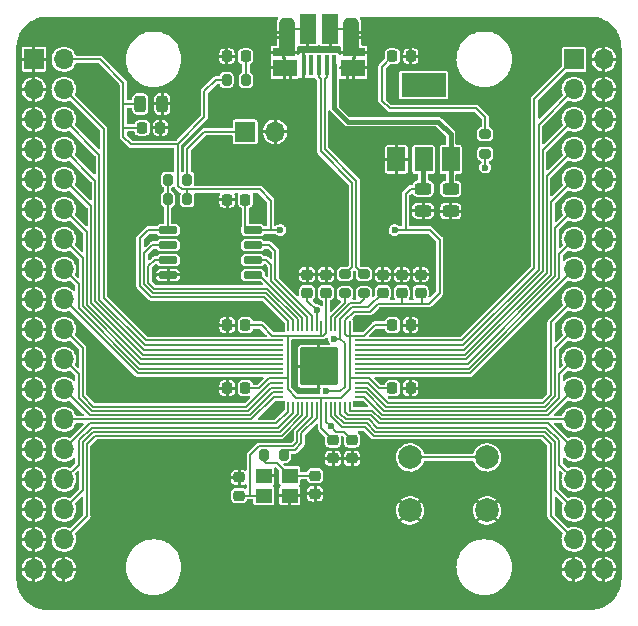
<source format=gbr>
G04 #@! TF.GenerationSoftware,KiCad,Pcbnew,(6.0.2)*
G04 #@! TF.CreationDate,2022-11-16T09:28:02-06:00*
G04 #@! TF.ProjectId,RP2040_minimal,52503230-3430-45f6-9d69-6e696d616c2e,REV1*
G04 #@! TF.SameCoordinates,Original*
G04 #@! TF.FileFunction,Copper,L1,Top*
G04 #@! TF.FilePolarity,Positive*
%FSLAX46Y46*%
G04 Gerber Fmt 4.6, Leading zero omitted, Abs format (unit mm)*
G04 Created by KiCad (PCBNEW (6.0.2)) date 2022-11-16 09:28:02*
%MOMM*%
%LPD*%
G01*
G04 APERTURE LIST*
G04 Aperture macros list*
%AMRoundRect*
0 Rectangle with rounded corners*
0 $1 Rounding radius*
0 $2 $3 $4 $5 $6 $7 $8 $9 X,Y pos of 4 corners*
0 Add a 4 corners polygon primitive as box body*
4,1,4,$2,$3,$4,$5,$6,$7,$8,$9,$2,$3,0*
0 Add four circle primitives for the rounded corners*
1,1,$1+$1,$2,$3*
1,1,$1+$1,$4,$5*
1,1,$1+$1,$6,$7*
1,1,$1+$1,$8,$9*
0 Add four rect primitives between the rounded corners*
20,1,$1+$1,$2,$3,$4,$5,0*
20,1,$1+$1,$4,$5,$6,$7,0*
20,1,$1+$1,$6,$7,$8,$9,0*
20,1,$1+$1,$8,$9,$2,$3,0*%
G04 Aperture macros list end*
G04 #@! TA.AperFunction,SMDPad,CuDef*
%ADD10RoundRect,0.243750X-0.456250X0.243750X-0.456250X-0.243750X0.456250X-0.243750X0.456250X0.243750X0*%
G04 #@! TD*
G04 #@! TA.AperFunction,SMDPad,CuDef*
%ADD11R,0.400000X1.750000*%
G04 #@! TD*
G04 #@! TA.AperFunction,SMDPad,CuDef*
%ADD12R,1.425000X2.500000*%
G04 #@! TD*
G04 #@! TA.AperFunction,SMDPad,CuDef*
%ADD13R,2.000000X1.460000*%
G04 #@! TD*
G04 #@! TA.AperFunction,SMDPad,CuDef*
%ADD14RoundRect,0.384800X0.265200X1.240200X-0.265200X1.240200X-0.265200X-1.240200X0.265200X-1.240200X0*%
G04 #@! TD*
G04 #@! TA.AperFunction,SMDPad,CuDef*
%ADD15R,1.825000X0.700000*%
G04 #@! TD*
G04 #@! TA.AperFunction,ComponentPad*
%ADD16O,1.300000X1.800000*%
G04 #@! TD*
G04 #@! TA.AperFunction,ComponentPad*
%ADD17O,1.050000X1.450000*%
G04 #@! TD*
G04 #@! TA.AperFunction,ComponentPad*
%ADD18R,1.700000X1.700000*%
G04 #@! TD*
G04 #@! TA.AperFunction,ComponentPad*
%ADD19O,1.700000X1.700000*%
G04 #@! TD*
G04 #@! TA.AperFunction,SMDPad,CuDef*
%ADD20RoundRect,0.225000X0.250000X-0.225000X0.250000X0.225000X-0.250000X0.225000X-0.250000X-0.225000X0*%
G04 #@! TD*
G04 #@! TA.AperFunction,SMDPad,CuDef*
%ADD21RoundRect,0.225000X0.225000X0.250000X-0.225000X0.250000X-0.225000X-0.250000X0.225000X-0.250000X0*%
G04 #@! TD*
G04 #@! TA.AperFunction,SMDPad,CuDef*
%ADD22RoundRect,0.200000X0.200000X0.275000X-0.200000X0.275000X-0.200000X-0.275000X0.200000X-0.275000X0*%
G04 #@! TD*
G04 #@! TA.AperFunction,SMDPad,CuDef*
%ADD23R,1.500000X2.000000*%
G04 #@! TD*
G04 #@! TA.AperFunction,SMDPad,CuDef*
%ADD24R,3.800000X2.000000*%
G04 #@! TD*
G04 #@! TA.AperFunction,SMDPad,CuDef*
%ADD25RoundRect,0.150000X-0.650000X-0.150000X0.650000X-0.150000X0.650000X0.150000X-0.650000X0.150000X0*%
G04 #@! TD*
G04 #@! TA.AperFunction,SMDPad,CuDef*
%ADD26RoundRect,0.225000X-0.250000X0.225000X-0.250000X-0.225000X0.250000X-0.225000X0.250000X0.225000X0*%
G04 #@! TD*
G04 #@! TA.AperFunction,SMDPad,CuDef*
%ADD27RoundRect,0.200000X-0.200000X-0.275000X0.200000X-0.275000X0.200000X0.275000X-0.200000X0.275000X0*%
G04 #@! TD*
G04 #@! TA.AperFunction,SMDPad,CuDef*
%ADD28RoundRect,0.225000X-0.225000X-0.250000X0.225000X-0.250000X0.225000X0.250000X-0.225000X0.250000X0*%
G04 #@! TD*
G04 #@! TA.AperFunction,SMDPad,CuDef*
%ADD29RoundRect,0.200000X-0.275000X0.200000X-0.275000X-0.200000X0.275000X-0.200000X0.275000X0.200000X0*%
G04 #@! TD*
G04 #@! TA.AperFunction,SMDPad,CuDef*
%ADD30RoundRect,0.050000X-0.387500X-0.050000X0.387500X-0.050000X0.387500X0.050000X-0.387500X0.050000X0*%
G04 #@! TD*
G04 #@! TA.AperFunction,SMDPad,CuDef*
%ADD31RoundRect,0.050000X-0.050000X-0.387500X0.050000X-0.387500X0.050000X0.387500X-0.050000X0.387500X0*%
G04 #@! TD*
G04 #@! TA.AperFunction,SMDPad,CuDef*
%ADD32RoundRect,0.144000X-1.456000X-1.456000X1.456000X-1.456000X1.456000X1.456000X-1.456000X1.456000X0*%
G04 #@! TD*
G04 #@! TA.AperFunction,ComponentPad*
%ADD33C,0.600000*%
G04 #@! TD*
G04 #@! TA.AperFunction,SMDPad,CuDef*
%ADD34RoundRect,0.243750X-0.243750X-0.456250X0.243750X-0.456250X0.243750X0.456250X-0.243750X0.456250X0*%
G04 #@! TD*
G04 #@! TA.AperFunction,SMDPad,CuDef*
%ADD35RoundRect,0.218750X0.218750X0.256250X-0.218750X0.256250X-0.218750X-0.256250X0.218750X-0.256250X0*%
G04 #@! TD*
G04 #@! TA.AperFunction,ComponentPad*
%ADD36C,2.000000*%
G04 #@! TD*
G04 #@! TA.AperFunction,SMDPad,CuDef*
%ADD37RoundRect,0.200000X0.275000X-0.200000X0.275000X0.200000X-0.275000X0.200000X-0.275000X-0.200000X0*%
G04 #@! TD*
G04 #@! TA.AperFunction,SMDPad,CuDef*
%ADD38R,1.400000X1.200000*%
G04 #@! TD*
G04 #@! TA.AperFunction,SMDPad,CuDef*
%ADD39RoundRect,0.218750X-0.218750X-0.256250X0.218750X-0.256250X0.218750X0.256250X-0.218750X0.256250X0*%
G04 #@! TD*
G04 #@! TA.AperFunction,ViaPad*
%ADD40C,0.600000*%
G04 #@! TD*
G04 #@! TA.AperFunction,Conductor*
%ADD41C,0.200000*%
G04 #@! TD*
G04 #@! TA.AperFunction,Conductor*
%ADD42C,0.381000*%
G04 #@! TD*
G04 APERTURE END LIST*
D10*
X108813800Y-84949700D03*
X108813800Y-86824700D03*
D11*
X101300000Y-74525000D03*
X100650000Y-74525000D03*
X100000000Y-74525000D03*
X99350000Y-74525000D03*
X98700000Y-74525000D03*
D12*
X100962500Y-71450000D03*
D13*
X97100000Y-74730000D03*
D14*
X97275000Y-72125000D03*
D15*
X102987500Y-73400000D03*
D16*
X102725000Y-71700000D03*
D13*
X102900000Y-74730000D03*
D12*
X99037500Y-71450000D03*
D17*
X97575000Y-74730000D03*
X102425000Y-74730000D03*
D14*
X102725000Y-72125000D03*
D15*
X97012500Y-73400000D03*
D16*
X97275000Y-71700000D03*
D18*
X75870000Y-74000000D03*
D19*
X78410000Y-74000000D03*
X75870000Y-76540000D03*
X78410000Y-76540000D03*
X75870000Y-79080000D03*
X78410000Y-79080000D03*
X75870000Y-81620000D03*
X78410000Y-81620000D03*
X75870000Y-84160000D03*
X78410000Y-84160000D03*
X75870000Y-86700000D03*
X78410000Y-86700000D03*
X75870000Y-89240000D03*
X78410000Y-89240000D03*
X75870000Y-91780000D03*
X78410000Y-91780000D03*
X75870000Y-94320000D03*
X78410000Y-94320000D03*
X75870000Y-96860000D03*
X78410000Y-96860000D03*
X75870000Y-99400000D03*
X78410000Y-99400000D03*
X75870000Y-101940000D03*
X78410000Y-101940000D03*
X75870000Y-104480000D03*
X78410000Y-104480000D03*
X75870000Y-107020000D03*
X78410000Y-107020000D03*
X75870000Y-109560000D03*
X78410000Y-109560000D03*
X75870000Y-112100000D03*
X78410000Y-112100000D03*
X75870000Y-114640000D03*
X78410000Y-114640000D03*
X75870000Y-117180000D03*
X78410000Y-117180000D03*
D20*
X107000000Y-93775000D03*
X107000000Y-92225000D03*
X105400000Y-93775000D03*
X105400000Y-92225000D03*
D21*
X93775000Y-101850000D03*
X92225000Y-101850000D03*
X93775000Y-85887200D03*
X92225000Y-85887200D03*
D22*
X88859200Y-85861800D03*
X87209200Y-85861800D03*
D18*
X121590000Y-74000000D03*
D19*
X124130000Y-74000000D03*
X121590000Y-76540000D03*
X124130000Y-76540000D03*
X121590000Y-79080000D03*
X124130000Y-79080000D03*
X121590000Y-81620000D03*
X124130000Y-81620000D03*
X121590000Y-84160000D03*
X124130000Y-84160000D03*
X121590000Y-86700000D03*
X124130000Y-86700000D03*
X121590000Y-89240000D03*
X124130000Y-89240000D03*
X121590000Y-91780000D03*
X124130000Y-91780000D03*
X121590000Y-94320000D03*
X124130000Y-94320000D03*
X121590000Y-96860000D03*
X124130000Y-96860000D03*
X121590000Y-99400000D03*
X124130000Y-99400000D03*
X121590000Y-101940000D03*
X124130000Y-101940000D03*
X121590000Y-104480000D03*
X124130000Y-104480000D03*
X121590000Y-107020000D03*
X124130000Y-107020000D03*
X121590000Y-109560000D03*
X124130000Y-109560000D03*
X121590000Y-112100000D03*
X124130000Y-112100000D03*
X121590000Y-114640000D03*
X124130000Y-114640000D03*
X121590000Y-117180000D03*
X124130000Y-117180000D03*
D23*
X106564600Y-82484000D03*
D24*
X108864600Y-76184000D03*
D23*
X108864600Y-82484000D03*
X111164600Y-82484000D03*
D25*
X87230600Y-88452600D03*
X87230600Y-89722600D03*
X87230600Y-90992600D03*
X87230600Y-92262600D03*
X94430600Y-92262600D03*
X94430600Y-90992600D03*
X94430600Y-89722600D03*
X94430600Y-88452600D03*
D26*
X99669800Y-109242200D03*
X99669800Y-110792200D03*
D27*
X87209200Y-84185400D03*
X88859200Y-84185400D03*
D20*
X100600000Y-93775000D03*
X100600000Y-92225000D03*
D28*
X106225000Y-101850000D03*
X107775000Y-101850000D03*
D26*
X101200000Y-106225000D03*
X101200000Y-107775000D03*
D29*
X102200000Y-92175000D03*
X102200000Y-93825000D03*
D26*
X102800000Y-106225000D03*
X102800000Y-107775000D03*
D10*
X111150600Y-84975100D03*
X111150600Y-86850100D03*
D21*
X93775000Y-96500000D03*
X92225000Y-96500000D03*
D20*
X108600000Y-93775000D03*
X108600000Y-92225000D03*
D30*
X96562500Y-97400000D03*
X96562500Y-97800000D03*
X96562500Y-98200000D03*
X96562500Y-98600000D03*
X96562500Y-99000000D03*
X96562500Y-99400000D03*
X96562500Y-99800000D03*
X96562500Y-100200000D03*
X96562500Y-100600000D03*
X96562500Y-101000000D03*
X96562500Y-101400000D03*
X96562500Y-101800000D03*
X96562500Y-102200000D03*
X96562500Y-102600000D03*
D31*
X97400000Y-103437500D03*
X97800000Y-103437500D03*
X98200000Y-103437500D03*
X98600000Y-103437500D03*
X99000000Y-103437500D03*
X99400000Y-103437500D03*
X99800000Y-103437500D03*
X100200000Y-103437500D03*
X100600000Y-103437500D03*
X101000000Y-103437500D03*
X101400000Y-103437500D03*
X101800000Y-103437500D03*
X102200000Y-103437500D03*
X102600000Y-103437500D03*
D30*
X103437500Y-102600000D03*
X103437500Y-102200000D03*
X103437500Y-101800000D03*
X103437500Y-101400000D03*
X103437500Y-101000000D03*
X103437500Y-100600000D03*
X103437500Y-100200000D03*
X103437500Y-99800000D03*
X103437500Y-99400000D03*
X103437500Y-99000000D03*
X103437500Y-98600000D03*
X103437500Y-98200000D03*
X103437500Y-97800000D03*
X103437500Y-97400000D03*
D31*
X102600000Y-96562500D03*
X102200000Y-96562500D03*
X101800000Y-96562500D03*
X101400000Y-96562500D03*
X101000000Y-96562500D03*
X100600000Y-96562500D03*
X100200000Y-96562500D03*
X99800000Y-96562500D03*
X99400000Y-96562500D03*
X99000000Y-96562500D03*
X98600000Y-96562500D03*
X98200000Y-96562500D03*
X97800000Y-96562500D03*
X97400000Y-96562500D03*
D32*
X100000000Y-100000000D03*
D33*
X101275000Y-98725000D03*
X98725000Y-100000000D03*
X100000000Y-98725000D03*
X100000000Y-100000000D03*
X98725000Y-101275000D03*
X101275000Y-100000000D03*
X101275000Y-101275000D03*
X100000000Y-101275000D03*
X98725000Y-98725000D03*
D20*
X93243600Y-110944600D03*
X93243600Y-109394600D03*
D29*
X103800000Y-92175000D03*
X103800000Y-93825000D03*
D20*
X99000000Y-93775000D03*
X99000000Y-92225000D03*
D28*
X106225000Y-96500000D03*
X107775000Y-96500000D03*
D22*
X97015000Y-107477200D03*
X95365000Y-107477200D03*
D34*
X84863900Y-77784600D03*
X86738900Y-77784600D03*
D27*
X92175000Y-75750000D03*
X93825000Y-75750000D03*
D18*
X93746600Y-80146800D03*
D19*
X96286600Y-80146800D03*
D35*
X107787500Y-73750000D03*
X106212500Y-73750000D03*
D28*
X85026400Y-79791200D03*
X86576400Y-79791200D03*
D36*
X114224000Y-112201600D03*
X107724000Y-112201600D03*
X107724000Y-107701600D03*
X114224000Y-107701600D03*
D37*
X114071600Y-81987800D03*
X114071600Y-80337800D03*
D38*
X97518600Y-109243400D03*
X95318600Y-109243400D03*
X95318600Y-110943400D03*
X97518600Y-110943400D03*
D39*
X92212500Y-73750000D03*
X93787500Y-73750000D03*
D40*
X108407400Y-87843000D03*
X87706400Y-79816600D03*
X102794000Y-108798000D03*
X108763000Y-73746000D03*
X100609600Y-91170400D03*
X91135400Y-101838400D03*
X101193800Y-108798000D03*
X87808000Y-78191000D03*
X96418600Y-110093400D03*
X106959600Y-80908800D03*
X109220200Y-87843000D03*
X101320800Y-94650200D03*
X99009400Y-91145000D03*
X105359400Y-90941800D03*
X88722400Y-92262600D03*
X108559800Y-90967200D03*
X93243600Y-108417000D03*
X91160800Y-96479000D03*
X108839200Y-96504400D03*
X97485400Y-106131000D03*
X97714000Y-112430200D03*
X98700000Y-76500000D03*
X106146800Y-80908800D03*
X98704600Y-77344800D03*
X106146800Y-84083800D03*
X106908800Y-84083800D03*
X108813800Y-101838400D03*
X94843800Y-87131800D03*
X99644400Y-112023800D03*
X98450600Y-107782000D03*
X111557000Y-87843000D03*
X95834400Y-104048200D03*
X110769600Y-87843000D03*
X91160800Y-85861800D03*
X103886200Y-96098000D03*
X99542800Y-105648400D03*
X91160800Y-73746000D03*
X95936000Y-96123400D03*
X103302000Y-103184600D03*
X87808000Y-77403600D03*
X106934200Y-90967200D03*
X106400800Y-88452600D03*
X96723400Y-88452600D03*
X99804175Y-95259800D03*
X101244600Y-97647400D03*
X100600000Y-102100000D03*
X100990600Y-105089600D03*
X114071600Y-83169400D03*
D41*
X100960000Y-71450000D02*
X102460000Y-71450000D01*
X93573800Y-106385000D02*
X96820981Y-106385000D01*
X96820981Y-106385000D02*
X99000000Y-104205981D01*
X99000000Y-104205981D02*
X99000000Y-103437500D01*
X97540000Y-71450000D02*
X97270000Y-71720000D01*
X99040000Y-71450000D02*
X97540000Y-71450000D01*
X102460000Y-71450000D02*
X102730000Y-71720000D01*
D42*
X101300000Y-78144800D02*
X102438400Y-79283200D01*
X111164600Y-80338600D02*
X111164600Y-82484000D01*
X111150600Y-84975100D02*
X111150600Y-82498000D01*
X110109200Y-79283200D02*
X111164600Y-80338600D01*
X101300000Y-74525000D02*
X101300000Y-78144800D01*
X102438400Y-79283200D02*
X110109200Y-79283200D01*
X111150600Y-82498000D02*
X111164600Y-82484000D01*
D41*
X95318600Y-110943400D02*
X95317400Y-110944600D01*
X99400000Y-103437500D02*
X99400000Y-104300277D01*
X98171200Y-105529077D02*
X98171200Y-106385000D01*
X94183400Y-107528000D02*
X94183400Y-110944600D01*
X94958720Y-106752680D02*
X94183400Y-107528000D01*
X99400000Y-104300277D02*
X98171200Y-105529077D01*
X98171200Y-106385000D02*
X97803520Y-106752680D01*
X94184600Y-110943400D02*
X95318600Y-110943400D01*
X95317400Y-110944600D02*
X93243600Y-110944600D01*
X97803520Y-106752680D02*
X94958720Y-106752680D01*
X94183400Y-110944600D02*
X94184600Y-110943400D01*
X98520719Y-106529777D02*
X97948296Y-107102200D01*
X98520720Y-105673853D02*
X98520719Y-106529777D01*
X97948296Y-107102200D02*
X97015000Y-107102200D01*
X99800000Y-103437500D02*
X99800000Y-104394573D01*
X99800000Y-104394573D02*
X98520720Y-105673853D01*
X97015000Y-107102200D02*
X97015000Y-107477200D01*
X88036600Y-81188200D02*
X84048800Y-81188200D01*
X95910600Y-88452600D02*
X96723400Y-88452600D01*
X103437500Y-101000000D02*
X104225887Y-101000000D01*
X107000000Y-93775000D02*
X107000000Y-94690600D01*
X102600000Y-96562500D02*
X102600000Y-97402600D01*
X83490000Y-79791200D02*
X83439200Y-79740400D01*
X81432600Y-74000000D02*
X78410000Y-74000000D01*
X88036600Y-81188200D02*
X90297200Y-78927600D01*
X83439200Y-80578600D02*
X83439200Y-79740400D01*
X94937818Y-101850000D02*
X93775000Y-101850000D01*
X100196600Y-96565900D02*
X100200000Y-96562500D01*
X102602600Y-97400000D02*
X103437500Y-97400000D01*
X95144200Y-96500000D02*
X93775000Y-96500000D01*
X83439200Y-77759200D02*
X83439200Y-76006600D01*
X108686800Y-94701000D02*
X108686800Y-93774200D01*
X83439200Y-76006600D02*
X81432600Y-74000000D01*
X105075887Y-101850000D02*
X106225000Y-101850000D01*
X104225887Y-101000000D02*
X105075887Y-101850000D01*
X100349000Y-97400000D02*
X100600000Y-97149000D01*
X110236200Y-93761200D02*
X110236200Y-89290800D01*
X104313977Y-95355319D02*
X104968296Y-94701000D01*
X83439200Y-79740400D02*
X83439200Y-77759200D01*
X109398000Y-88452600D02*
X107340600Y-88452600D01*
X90297200Y-76717800D02*
X91265000Y-75750000D01*
X96562500Y-97400000D02*
X96044200Y-97400000D01*
X104968296Y-94701000D02*
X107010400Y-94701000D01*
X103803400Y-97400000D02*
X104703400Y-96500000D01*
X100200000Y-105228527D02*
X101196473Y-106225000D01*
X107340600Y-88452600D02*
X107340600Y-85404600D01*
X100600000Y-96562500D02*
X100600000Y-93775000D01*
X88874800Y-85023600D02*
X88366800Y-85023600D01*
X95787818Y-101000000D02*
X94937818Y-101850000D01*
X101196473Y-106225000D02*
X101200000Y-106225000D01*
X88859200Y-85861800D02*
X88859200Y-85039200D01*
X84048800Y-81188200D02*
X83439200Y-80578600D01*
X100200000Y-103437500D02*
X100200000Y-102651200D01*
X97358400Y-101940000D02*
X97358400Y-97400000D01*
X102200000Y-96107800D02*
X102952481Y-95355319D01*
X100196600Y-97400000D02*
X100349000Y-97400000D01*
X102600000Y-97402600D02*
X102602600Y-97400000D01*
X95910600Y-88452600D02*
X95910600Y-85963400D01*
X90297200Y-78927600D02*
X90297200Y-76717800D01*
X94430600Y-88452600D02*
X95910600Y-88452600D01*
X88859200Y-85039200D02*
X88874800Y-85023600D01*
X97358400Y-97400000D02*
X100196600Y-97400000D01*
X103437500Y-101000000D02*
X102616400Y-101000000D01*
X96562500Y-101000000D02*
X97358400Y-101000000D01*
X109296400Y-94701000D02*
X110236200Y-93761200D01*
X100196600Y-97400000D02*
X100196600Y-96565900D01*
X107010400Y-94701000D02*
X108686800Y-94701000D01*
X107340600Y-85404600D02*
X107795500Y-84949700D01*
X96562500Y-101000000D02*
X95787818Y-101000000D01*
X106400800Y-88452600D02*
X107340600Y-88452600D01*
D42*
X108813800Y-84949700D02*
X108813800Y-84058400D01*
D41*
X84863900Y-77784600D02*
X83464600Y-77784600D01*
X93775000Y-88452600D02*
X94430600Y-88452600D01*
X108686800Y-94701000D02*
X109296400Y-94701000D01*
X100200000Y-103437500D02*
X100200000Y-105228527D01*
X94970800Y-85023600D02*
X88874800Y-85023600D01*
X101906689Y-102649511D02*
X98067911Y-102649511D01*
X102952481Y-95355319D02*
X104313977Y-95355319D01*
X102600000Y-97402600D02*
X102600000Y-101956200D01*
X96562500Y-97400000D02*
X97400000Y-97400000D01*
X88036600Y-84693400D02*
X88036600Y-81188200D01*
X98067911Y-102649511D02*
X97358400Y-101940000D01*
D42*
X108813800Y-84058400D02*
X108813800Y-82534800D01*
D41*
X91265000Y-75750000D02*
X92175000Y-75750000D01*
X104703400Y-96500000D02*
X106225000Y-96500000D01*
X103437500Y-97400000D02*
X103803400Y-97400000D01*
X102343400Y-97400000D02*
X103437500Y-97400000D01*
X102616400Y-101000000D02*
X102616200Y-101000200D01*
X102600000Y-101956200D02*
X101906689Y-102649511D01*
X100600000Y-97149000D02*
X100600000Y-96562500D01*
X88366800Y-85023600D02*
X88036600Y-84693400D01*
X83464600Y-77784600D02*
X83439200Y-77759200D01*
X102200000Y-97256600D02*
X102343400Y-97400000D01*
X102200000Y-96562500D02*
X102200000Y-97256600D01*
X93775000Y-85887200D02*
X93775000Y-88452600D01*
X85026400Y-79791200D02*
X83490000Y-79791200D01*
X95910600Y-85963400D02*
X94970800Y-85023600D01*
D42*
X108813800Y-82534800D02*
X108864600Y-82484000D01*
D41*
X102200000Y-96562500D02*
X102200000Y-96107800D01*
X110236200Y-89290800D02*
X109398000Y-88452600D01*
X96044200Y-97400000D02*
X95144200Y-96500000D01*
X107000000Y-94690600D02*
X107010400Y-94701000D01*
X107795500Y-84949700D02*
X108813800Y-84949700D01*
X101800000Y-96562500D02*
X101800000Y-97647400D01*
X101423600Y-105522600D02*
X102097600Y-105522600D01*
X104169200Y-95005800D02*
X105400000Y-93775000D01*
X101778000Y-97647400D02*
X101244600Y-97647400D01*
X99804175Y-95259800D02*
X99800000Y-95263975D01*
X102807705Y-95005800D02*
X104169200Y-95005800D01*
X100990600Y-105089600D02*
X101423600Y-105522600D01*
X101800000Y-96013505D02*
X102807705Y-95005800D01*
X99800000Y-95263975D02*
X99800000Y-96562500D01*
X101800000Y-97647400D02*
X102184400Y-98031800D01*
X101800000Y-96562500D02*
X101800000Y-96013505D01*
X102184400Y-101711400D02*
X101795800Y-102100000D01*
X102097600Y-105522600D02*
X102800000Y-106225000D01*
X102184400Y-98031800D02*
X102184400Y-101711400D01*
X101795800Y-102100000D02*
X100600000Y-102100000D01*
X100600000Y-104699000D02*
X100600000Y-103437500D01*
X100990600Y-105089600D02*
X100600000Y-104699000D01*
X99000000Y-94455625D02*
X99000000Y-93775000D01*
X99804175Y-95259800D02*
X99000000Y-94455625D01*
X90297200Y-80146800D02*
X93746600Y-80146800D01*
X88859200Y-81584800D02*
X90297200Y-80146800D01*
X88859200Y-84185400D02*
X88859200Y-81584800D01*
X81034811Y-105878077D02*
X80353640Y-106559248D01*
X80353640Y-106559248D02*
X80353640Y-112696360D01*
X98600000Y-103437500D02*
X98600000Y-104111685D01*
X98600000Y-104111685D02*
X96833608Y-105878077D01*
X96833608Y-105878077D02*
X81034811Y-105878077D01*
X80353640Y-112696360D02*
X78410000Y-114640000D01*
X98200000Y-103437500D02*
X98200000Y-104017390D01*
X80004120Y-110505880D02*
X78410000Y-112100000D01*
X80004120Y-106414472D02*
X80004120Y-110505880D01*
X80890034Y-105528558D02*
X80004120Y-106414472D01*
X98200000Y-104017390D02*
X96688832Y-105528558D01*
X96688832Y-105528558D02*
X80890034Y-105528558D01*
X96544056Y-105179039D02*
X80745257Y-105179039D01*
X97800000Y-103923095D02*
X96544056Y-105179039D01*
X79654600Y-108315400D02*
X78410000Y-109560000D01*
X97800000Y-103437500D02*
X97800000Y-103923095D01*
X80745257Y-105179039D02*
X79654600Y-106269696D01*
X79654600Y-106269696D02*
X79654600Y-108315400D01*
X96399281Y-104829519D02*
X80600481Y-104829519D01*
X97400000Y-103437500D02*
X97400000Y-103828800D01*
X97400000Y-103828800D02*
X96399281Y-104829519D01*
X80600481Y-104829519D02*
X78410000Y-107020000D01*
X96165000Y-102600000D02*
X96562500Y-102600000D01*
X94285000Y-104480000D02*
X96165000Y-102600000D01*
X78410000Y-104480000D02*
X94285000Y-104480000D01*
X94140224Y-104130480D02*
X80600480Y-104130480D01*
X80600480Y-104130480D02*
X78410000Y-101940000D01*
X96562500Y-102200000D02*
X96070705Y-102200000D01*
X96070705Y-102200000D02*
X94140224Y-104130480D01*
X96562500Y-101800000D02*
X95976410Y-101800000D01*
X79654600Y-102690304D02*
X79654600Y-100644600D01*
X80745256Y-103780960D02*
X79654600Y-102690304D01*
X79654600Y-100644600D02*
X78410000Y-99400000D01*
X95976410Y-101800000D02*
X93995450Y-103780960D01*
X93995450Y-103780960D02*
X80745256Y-103780960D01*
X80890032Y-103431440D02*
X80004120Y-102545528D01*
X93850674Y-103431440D02*
X80890032Y-103431440D01*
X80004120Y-98454120D02*
X78410000Y-96860000D01*
X96562500Y-101400000D02*
X95882114Y-101400000D01*
X95882114Y-101400000D02*
X93850674Y-103431440D01*
X80004120Y-102545528D02*
X80004120Y-98454120D01*
X84690000Y-100600000D02*
X78410000Y-94320000D01*
X96562500Y-100600000D02*
X84690000Y-100600000D01*
X79660448Y-95076152D02*
X84784296Y-100200000D01*
X78410000Y-91780000D02*
X79660448Y-93030448D01*
X79660448Y-93030448D02*
X79660448Y-95076152D01*
X84784296Y-100200000D02*
X96562500Y-100200000D01*
X80009968Y-94931376D02*
X80009968Y-90839968D01*
X80009968Y-90839968D02*
X78410000Y-89240000D01*
X84878592Y-99800000D02*
X80009968Y-94931376D01*
X96562500Y-99800000D02*
X84878592Y-99800000D01*
X80359488Y-94786600D02*
X80359488Y-88649488D01*
X84972888Y-99400000D02*
X80359488Y-94786600D01*
X96562500Y-99400000D02*
X84972888Y-99400000D01*
X80359488Y-88649488D02*
X78410000Y-86700000D01*
X96562500Y-99000000D02*
X85067184Y-99000000D01*
X80709008Y-94641824D02*
X80709008Y-86459008D01*
X85067184Y-99000000D02*
X80709008Y-94641824D01*
X80709008Y-86459008D02*
X78410000Y-84160000D01*
X85161480Y-98600000D02*
X81058528Y-94497048D01*
X81058528Y-84268528D02*
X78410000Y-81620000D01*
X81058528Y-94497048D02*
X81058528Y-84268528D01*
X96562500Y-98600000D02*
X85161480Y-98600000D01*
X81408048Y-82078048D02*
X78410000Y-79080000D01*
X85255776Y-98200000D02*
X81408048Y-94352272D01*
X81408048Y-94352272D02*
X81408048Y-82078048D01*
X96562500Y-98200000D02*
X85255776Y-98200000D01*
X96562500Y-97800000D02*
X85350072Y-97800000D01*
X81757568Y-79887568D02*
X78410000Y-76540000D01*
X81757568Y-94207496D02*
X81757568Y-79887568D01*
X85350072Y-97800000D02*
X81757568Y-94207496D01*
X118248280Y-91661648D02*
X118248280Y-77341720D01*
X112109928Y-97800000D02*
X118248280Y-91661648D01*
X103437500Y-97800000D02*
X112109928Y-97800000D01*
X118248280Y-77341720D02*
X121590000Y-74000000D01*
X118597800Y-91806424D02*
X118597800Y-79532200D01*
X103437500Y-98200000D02*
X112204224Y-98200000D01*
X118597800Y-79532200D02*
X121590000Y-76540000D01*
X112204224Y-98200000D02*
X118597800Y-91806424D01*
X118947320Y-91951200D02*
X118947320Y-81722680D01*
X112298520Y-98600000D02*
X118947320Y-91951200D01*
X103437500Y-98600000D02*
X112298520Y-98600000D01*
X118947320Y-81722680D02*
X121590000Y-79080000D01*
X103437500Y-99000000D02*
X112392816Y-99000000D01*
X119296840Y-92095976D02*
X119296840Y-83913160D01*
X119296840Y-83913160D02*
X121590000Y-81620000D01*
X112392816Y-99000000D02*
X119296840Y-92095976D01*
X119646360Y-92240752D02*
X119646360Y-86103640D01*
X112487112Y-99400000D02*
X119646360Y-92240752D01*
X119646360Y-86103640D02*
X121590000Y-84160000D01*
X103437500Y-99400000D02*
X112487112Y-99400000D01*
X114071600Y-83169400D02*
X114071600Y-81987800D01*
X112581408Y-99800000D02*
X119995880Y-92385528D01*
X103437500Y-99800000D02*
X112581408Y-99800000D01*
X119995880Y-88294120D02*
X121590000Y-86700000D01*
X119995880Y-92385528D02*
X119995880Y-88294120D01*
X103437500Y-100200000D02*
X112675704Y-100200000D01*
X120345400Y-92530304D02*
X120345400Y-90484600D01*
X120345400Y-90484600D02*
X121590000Y-89240000D01*
X112675704Y-100200000D02*
X120345400Y-92530304D01*
X103437500Y-100600000D02*
X112770000Y-100600000D01*
X112770000Y-100600000D02*
X121590000Y-91780000D01*
X105813512Y-103081920D02*
X118965192Y-103081920D01*
X119646360Y-96263640D02*
X121590000Y-94320000D01*
X119646360Y-102400752D02*
X119646360Y-96263640D01*
X103437500Y-101400000D02*
X104131590Y-101400000D01*
X104131590Y-101400000D02*
X105813512Y-103081920D01*
X118965192Y-103081920D02*
X119646360Y-102400752D01*
X119995880Y-102545528D02*
X119995880Y-98454120D01*
X105668736Y-103431440D02*
X119109968Y-103431440D01*
X104037295Y-101800000D02*
X105668736Y-103431440D01*
X119995880Y-98454120D02*
X121590000Y-96860000D01*
X119109968Y-103431440D02*
X119995880Y-102545528D01*
X103437500Y-101800000D02*
X104037295Y-101800000D01*
X103943000Y-102200000D02*
X105523960Y-103780960D01*
X120345400Y-100644600D02*
X121590000Y-99400000D01*
X120345400Y-102690304D02*
X120345400Y-100644600D01*
X119254744Y-103780960D02*
X120345400Y-102690304D01*
X103437500Y-102200000D02*
X103943000Y-102200000D01*
X105523960Y-103780960D02*
X119254744Y-103780960D01*
X105365480Y-104130480D02*
X119399520Y-104130480D01*
X119399520Y-104130480D02*
X121590000Y-101940000D01*
X103835000Y-102600000D02*
X105365480Y-104130480D01*
X103437500Y-102600000D02*
X103835000Y-102600000D01*
X102600000Y-103437500D02*
X102600000Y-103775001D01*
X102600000Y-103775001D02*
X104515705Y-103775001D01*
X105220703Y-104479999D02*
X121590000Y-104480000D01*
X104515705Y-103775001D02*
X105220703Y-104479999D01*
X119399519Y-104829519D02*
X121590000Y-107020000D01*
X105075928Y-104829519D02*
X119399519Y-104829519D01*
X104370928Y-104124520D02*
X105075928Y-104829519D01*
X102200000Y-103898585D02*
X102425935Y-104124520D01*
X102200000Y-103437500D02*
X102200000Y-103898585D01*
X102425935Y-104124520D02*
X104370928Y-104124520D01*
X119254743Y-105179039D02*
X120345400Y-106269696D01*
X101800000Y-103992880D02*
X102281160Y-104474040D01*
X104226151Y-104474039D02*
X104931151Y-105179038D01*
X101800000Y-103437500D02*
X101800000Y-103992880D01*
X102570712Y-104474039D02*
X104226151Y-104474039D01*
X107724000Y-107701600D02*
X114224000Y-107701600D01*
X104931151Y-105179038D02*
X119254743Y-105179039D01*
X120345400Y-108315400D02*
X121590000Y-109560000D01*
X120345400Y-106269696D02*
X120345400Y-108315400D01*
X102281160Y-104474040D02*
X102570712Y-104474039D01*
X119995880Y-106414472D02*
X119995880Y-110505880D01*
X102136386Y-104823560D02*
X104081376Y-104823560D01*
X119109967Y-105528559D02*
X119995880Y-106414472D01*
X101400000Y-103437500D02*
X101400000Y-104087176D01*
X101400000Y-104087176D02*
X102136386Y-104823560D01*
X104786375Y-105528559D02*
X119109967Y-105528559D01*
X104081376Y-104823560D02*
X104786375Y-105528559D01*
X119995880Y-110505880D02*
X121590000Y-112100000D01*
X101000000Y-103437500D02*
X101000000Y-104181473D01*
X104641599Y-105878079D02*
X118965191Y-105878079D01*
X103936600Y-105173080D02*
X104641599Y-105878079D01*
X119646360Y-112696360D02*
X121590000Y-114640000D01*
X101000000Y-104181473D02*
X101991607Y-105173080D01*
X119646360Y-106559248D02*
X119646360Y-112696360D01*
X118965191Y-105878079D02*
X119646360Y-106559248D01*
X101991607Y-105173080D02*
X103936600Y-105173080D01*
X85778006Y-94142198D02*
X84848361Y-93212552D01*
X97400000Y-96190132D02*
X95352068Y-94142200D01*
X87209200Y-85861800D02*
X87209200Y-84185400D01*
X87209200Y-88431200D02*
X87230600Y-88452600D01*
X84848361Y-93212552D02*
X84848361Y-89151639D01*
X97400000Y-96562500D02*
X97400000Y-96190132D01*
X95352068Y-94142200D02*
X85778006Y-94142198D01*
X87209200Y-85861800D02*
X87209200Y-88431200D01*
X85547400Y-88452600D02*
X87230600Y-88452600D01*
X84848361Y-89151639D02*
X85547400Y-88452600D01*
X97518600Y-109243400D02*
X99668600Y-109243400D01*
X95365000Y-108049200D02*
X95529600Y-108213800D01*
X96489000Y-108213800D02*
X97518600Y-109243400D01*
X99668600Y-109243400D02*
X99669800Y-109242200D01*
X95529600Y-108213800D02*
X96489000Y-108213800D01*
X95365000Y-107477200D02*
X95365000Y-108049200D01*
X95809000Y-89722600D02*
X96317000Y-90230600D01*
X96317000Y-90230600D02*
X96317000Y-92635652D01*
X94430600Y-89722600D02*
X95809000Y-89722600D01*
X99400000Y-95718652D02*
X99400000Y-96562500D01*
X96317000Y-92635652D02*
X99400000Y-95718652D01*
X95967480Y-92780428D02*
X99000000Y-95812948D01*
X95555000Y-90992600D02*
X95967480Y-91405080D01*
X99000000Y-95812948D02*
X99000000Y-96562500D01*
X94430600Y-90992600D02*
X95555000Y-90992600D01*
X95967480Y-91405080D02*
X95967480Y-92780428D01*
X94955356Y-92262600D02*
X98600000Y-95907244D01*
X98600000Y-95907244D02*
X98600000Y-96562500D01*
X94430600Y-92262600D02*
X94955356Y-92262600D01*
X98200000Y-96562500D02*
X98200000Y-96001540D01*
X95641618Y-93443160D02*
X86067560Y-93443160D01*
X85547400Y-91526000D02*
X86080800Y-90992600D01*
X86067560Y-93443160D02*
X85547400Y-92923000D01*
X98200000Y-96001540D02*
X95641618Y-93443160D01*
X86080800Y-90992600D02*
X87230600Y-90992600D01*
X85547400Y-92923000D02*
X85547400Y-91526000D01*
X97800000Y-96562500D02*
X97800000Y-96095836D01*
X85197881Y-93067777D02*
X85197881Y-90427719D01*
X97800000Y-96095836D02*
X95496844Y-93792680D01*
X95496844Y-93792680D02*
X85922783Y-93792679D01*
X85903000Y-89722600D02*
X87230600Y-89722600D01*
X85197881Y-90427719D02*
X85903000Y-89722600D01*
X85922783Y-93792679D02*
X85197881Y-93067777D01*
X100133081Y-81488927D02*
X100133080Y-75657080D01*
X102819400Y-91605600D02*
X102819400Y-84464800D01*
X102819400Y-84464800D02*
X100133080Y-81778479D01*
X100000000Y-75524000D02*
X100000000Y-74525000D01*
X102200000Y-92225000D02*
X102819400Y-91605600D01*
X100133080Y-81778479D02*
X100133081Y-81488927D01*
X100133080Y-75657080D02*
X100000000Y-75524000D01*
X100482600Y-81633704D02*
X100482600Y-75676400D01*
X103800000Y-92225000D02*
X103168920Y-91593920D01*
X100482600Y-75676400D02*
X100650000Y-75509000D01*
X103168919Y-84320023D02*
X100482600Y-81633704D01*
X103168920Y-91593920D02*
X103168919Y-84320023D01*
X100650000Y-75509000D02*
X100650000Y-74525000D01*
X93825000Y-75750000D02*
X93825000Y-73787500D01*
X93825000Y-73787500D02*
X93787500Y-73750000D01*
X106212500Y-73750000D02*
X105334000Y-74628500D01*
X105994400Y-78165600D02*
X113309600Y-78165600D01*
X114071600Y-78927600D02*
X114071600Y-80337800D01*
X105334000Y-74628500D02*
X105334000Y-77505200D01*
X105334000Y-77505200D02*
X105994400Y-78165600D01*
X113309600Y-78165600D02*
X114071600Y-78927600D01*
X101000000Y-96562500D02*
X101000000Y-95824914D01*
X102200000Y-94624914D02*
X102200000Y-93825000D01*
X101000000Y-95824914D02*
X102200000Y-94624914D01*
X101400000Y-95919210D02*
X102662930Y-94656280D01*
X102662930Y-94656280D02*
X103473720Y-94656280D01*
X103473720Y-94656280D02*
X103800000Y-94330000D01*
X103800000Y-94330000D02*
X103800000Y-93825000D01*
X101400000Y-96562500D02*
X101400000Y-95919210D01*
G04 #@! TA.AperFunction,Conductor*
G36*
X96516694Y-70399907D02*
G01*
X96552658Y-70449407D01*
X96552658Y-70510593D01*
X96537044Y-70540268D01*
X96502932Y-70584723D01*
X96496494Y-70595875D01*
X96442536Y-70726143D01*
X96439206Y-70738568D01*
X96425423Y-70843260D01*
X96425000Y-70849714D01*
X96425000Y-71557320D01*
X96429122Y-71570005D01*
X96433243Y-71573000D01*
X97132320Y-71573000D01*
X97145005Y-71568878D01*
X97148000Y-71564757D01*
X97148000Y-70659000D01*
X97166907Y-70600809D01*
X97216407Y-70564845D01*
X97247000Y-70560000D01*
X97303000Y-70560000D01*
X97361191Y-70578907D01*
X97397155Y-70628407D01*
X97402000Y-70659000D01*
X97402000Y-72741000D01*
X97383093Y-72799191D01*
X97333593Y-72835155D01*
X97303000Y-72840000D01*
X97247000Y-72840000D01*
X97188809Y-72821093D01*
X97152845Y-72771593D01*
X97148000Y-72741000D01*
X97148000Y-72267680D01*
X97143878Y-72254995D01*
X97139757Y-72252000D01*
X96440681Y-72252000D01*
X96427996Y-72256122D01*
X96425001Y-72260243D01*
X96425001Y-72751000D01*
X96406094Y-72809191D01*
X96356594Y-72845155D01*
X96326001Y-72850000D01*
X96085160Y-72850000D01*
X96075538Y-72850948D01*
X96031526Y-72859702D01*
X96013858Y-72867021D01*
X95963918Y-72900389D01*
X95950389Y-72913918D01*
X95917021Y-72963858D01*
X95909702Y-72981526D01*
X95900948Y-73025538D01*
X95900000Y-73035160D01*
X95900000Y-73257320D01*
X95904122Y-73270005D01*
X95908243Y-73273000D01*
X98109320Y-73273000D01*
X98122005Y-73268878D01*
X98125000Y-73264757D01*
X98125000Y-72983982D01*
X98143907Y-72925791D01*
X98193407Y-72889827D01*
X98246679Y-72889827D01*
X98246964Y-72888396D01*
X98254158Y-72889827D01*
X98254593Y-72889827D01*
X98255101Y-72890015D01*
X98300538Y-72899052D01*
X98310160Y-72900000D01*
X98894820Y-72900000D01*
X98907505Y-72895878D01*
X98910500Y-72891757D01*
X98910500Y-71422000D01*
X98929407Y-71363809D01*
X98978907Y-71327845D01*
X99009500Y-71323000D01*
X99065500Y-71323000D01*
X99123691Y-71341907D01*
X99159655Y-71391407D01*
X99164500Y-71422000D01*
X99164500Y-72884320D01*
X99168622Y-72897005D01*
X99172743Y-72900000D01*
X99764840Y-72900000D01*
X99774462Y-72899052D01*
X99818474Y-72890298D01*
X99836142Y-72882979D01*
X99886082Y-72849611D01*
X99899612Y-72836081D01*
X99917685Y-72809033D01*
X99965735Y-72771154D01*
X100026873Y-72768752D01*
X100077747Y-72802745D01*
X100082315Y-72809033D01*
X100100388Y-72836081D01*
X100113918Y-72849611D01*
X100163858Y-72882979D01*
X100181526Y-72890298D01*
X100225538Y-72899052D01*
X100235160Y-72900000D01*
X100819820Y-72900000D01*
X100832505Y-72895878D01*
X100835500Y-72891757D01*
X100835500Y-71422000D01*
X100854407Y-71363809D01*
X100903907Y-71327845D01*
X100934500Y-71323000D01*
X100990500Y-71323000D01*
X101048691Y-71341907D01*
X101084655Y-71391407D01*
X101089500Y-71422000D01*
X101089500Y-72884320D01*
X101093622Y-72897005D01*
X101097743Y-72900000D01*
X101689840Y-72900000D01*
X101699462Y-72899052D01*
X101753036Y-72888396D01*
X101753613Y-72891297D01*
X101799119Y-72887719D01*
X101851286Y-72919692D01*
X101874696Y-72976221D01*
X101875001Y-72983982D01*
X101875001Y-73030294D01*
X101875000Y-73030310D01*
X101875000Y-73257320D01*
X101879122Y-73270005D01*
X101883243Y-73273000D01*
X104084320Y-73273000D01*
X104097005Y-73268878D01*
X104100000Y-73264757D01*
X104100000Y-73035160D01*
X104099052Y-73025538D01*
X104090298Y-72981526D01*
X104082979Y-72963858D01*
X104049611Y-72913918D01*
X104036082Y-72900389D01*
X103986142Y-72867021D01*
X103968474Y-72859702D01*
X103924462Y-72850948D01*
X103914840Y-72850000D01*
X103674000Y-72850000D01*
X103615809Y-72831093D01*
X103579845Y-72781593D01*
X103575000Y-72751000D01*
X103574999Y-72267680D01*
X103570877Y-72254995D01*
X103566756Y-72252000D01*
X102867680Y-72252000D01*
X102854995Y-72256122D01*
X102852000Y-72260243D01*
X102852000Y-72741000D01*
X102833093Y-72799191D01*
X102783593Y-72835155D01*
X102753000Y-72840000D01*
X102697000Y-72840000D01*
X102638809Y-72821093D01*
X102602845Y-72771593D01*
X102598000Y-72741000D01*
X102598000Y-71982320D01*
X102852000Y-71982320D01*
X102856122Y-71995005D01*
X102860243Y-71998000D01*
X103559320Y-71998000D01*
X103572005Y-71993878D01*
X103575000Y-71989757D01*
X103575000Y-71842680D01*
X103570878Y-71829995D01*
X103566757Y-71827000D01*
X102867680Y-71827000D01*
X102854995Y-71831122D01*
X102852000Y-71835243D01*
X102852000Y-71982320D01*
X102598000Y-71982320D01*
X102598000Y-70659000D01*
X102616907Y-70600809D01*
X102666407Y-70564845D01*
X102697000Y-70560000D01*
X102753000Y-70560000D01*
X102811191Y-70578907D01*
X102847155Y-70628407D01*
X102852000Y-70659000D01*
X102852000Y-71557320D01*
X102856122Y-71570005D01*
X102860243Y-71573000D01*
X103559320Y-71573000D01*
X103572005Y-71568878D01*
X103575000Y-71564757D01*
X103575000Y-71403863D01*
X103574999Y-71403849D01*
X103574999Y-70849716D01*
X103574576Y-70843259D01*
X103560794Y-70738575D01*
X103557462Y-70726138D01*
X103503506Y-70595875D01*
X103497068Y-70584723D01*
X103462956Y-70540268D01*
X103442531Y-70482592D01*
X103459908Y-70423926D01*
X103508449Y-70386679D01*
X103541497Y-70381000D01*
X122962225Y-70381000D01*
X122977712Y-70382219D01*
X122992303Y-70384530D01*
X122992304Y-70384530D01*
X123000000Y-70385749D01*
X123011674Y-70383900D01*
X123032712Y-70382837D01*
X123287689Y-70397157D01*
X123298711Y-70398398D01*
X123448956Y-70423926D01*
X123577296Y-70445732D01*
X123588120Y-70448202D01*
X123592303Y-70449407D01*
X123859665Y-70526433D01*
X123870135Y-70530097D01*
X124131213Y-70638239D01*
X124141203Y-70643050D01*
X124388531Y-70779744D01*
X124397916Y-70785640D01*
X124628397Y-70949175D01*
X124637065Y-70956088D01*
X124847774Y-71144390D01*
X124855610Y-71152226D01*
X125043912Y-71362935D01*
X125050825Y-71371603D01*
X125214360Y-71602084D01*
X125220256Y-71611469D01*
X125356947Y-71858791D01*
X125361761Y-71868787D01*
X125415283Y-71998000D01*
X125469902Y-72129861D01*
X125473567Y-72140335D01*
X125506600Y-72254995D01*
X125551798Y-72411880D01*
X125554268Y-72422704D01*
X125601601Y-72701284D01*
X125602843Y-72712311D01*
X125610304Y-72845155D01*
X125617163Y-72967288D01*
X125616100Y-72988326D01*
X125614251Y-73000000D01*
X125615470Y-73007696D01*
X125615470Y-73007697D01*
X125617781Y-73022288D01*
X125619000Y-73037775D01*
X125619000Y-117962225D01*
X125617781Y-117977712D01*
X125614251Y-118000000D01*
X125615470Y-118007696D01*
X125616100Y-118011673D01*
X125617163Y-118032712D01*
X125606624Y-118220382D01*
X125602844Y-118287684D01*
X125601601Y-118298716D01*
X125554268Y-118577296D01*
X125551798Y-118588120D01*
X125473569Y-118859660D01*
X125469903Y-118870135D01*
X125396967Y-119046220D01*
X125361764Y-119131207D01*
X125356950Y-119141203D01*
X125220256Y-119388531D01*
X125214360Y-119397916D01*
X125050825Y-119628397D01*
X125043912Y-119637065D01*
X124855610Y-119847774D01*
X124847774Y-119855610D01*
X124637065Y-120043912D01*
X124628397Y-120050825D01*
X124397916Y-120214360D01*
X124388531Y-120220256D01*
X124141203Y-120356950D01*
X124131213Y-120361761D01*
X123870135Y-120469903D01*
X123859665Y-120473567D01*
X123712305Y-120516021D01*
X123588120Y-120551798D01*
X123577296Y-120554268D01*
X123495002Y-120568250D01*
X123298711Y-120601602D01*
X123287689Y-120602843D01*
X123032712Y-120617163D01*
X123011674Y-120616100D01*
X123000000Y-120614251D01*
X122992304Y-120615470D01*
X122992303Y-120615470D01*
X122977712Y-120617781D01*
X122962225Y-120619000D01*
X77037775Y-120619000D01*
X77022288Y-120617781D01*
X77007697Y-120615470D01*
X77007696Y-120615470D01*
X77000000Y-120614251D01*
X76988326Y-120616100D01*
X76967288Y-120617163D01*
X76712311Y-120602843D01*
X76701289Y-120601602D01*
X76504998Y-120568250D01*
X76422704Y-120554268D01*
X76411880Y-120551798D01*
X76287695Y-120516021D01*
X76140335Y-120473567D01*
X76129865Y-120469903D01*
X75868787Y-120361761D01*
X75858797Y-120356950D01*
X75611469Y-120220256D01*
X75602084Y-120214360D01*
X75371603Y-120050825D01*
X75362935Y-120043912D01*
X75152226Y-119855610D01*
X75144390Y-119847774D01*
X74956088Y-119637065D01*
X74949175Y-119628397D01*
X74785640Y-119397916D01*
X74779744Y-119388531D01*
X74643050Y-119141203D01*
X74638236Y-119131207D01*
X74603034Y-119046220D01*
X74530097Y-118870135D01*
X74526431Y-118859660D01*
X74448202Y-118588120D01*
X74445732Y-118577296D01*
X74398399Y-118298716D01*
X74397156Y-118287684D01*
X74393377Y-118220382D01*
X74382837Y-118032712D01*
X74383900Y-118011673D01*
X74384530Y-118007696D01*
X74385749Y-118000000D01*
X74382219Y-117977712D01*
X74381000Y-117962225D01*
X74381000Y-117316846D01*
X74827750Y-117316846D01*
X74831847Y-117365643D01*
X74833585Y-117375111D01*
X74887674Y-117563743D01*
X74891225Y-117572711D01*
X74980919Y-117747236D01*
X74986142Y-117755341D01*
X75108037Y-117909134D01*
X75114720Y-117916055D01*
X75264164Y-118043241D01*
X75272078Y-118048742D01*
X75443373Y-118144475D01*
X75452201Y-118148332D01*
X75638835Y-118208973D01*
X75648246Y-118211041D01*
X75727429Y-118220484D01*
X75740515Y-118217893D01*
X75741955Y-118216338D01*
X75743000Y-118211584D01*
X75743000Y-118207697D01*
X75997000Y-118207697D01*
X76001122Y-118220382D01*
X76003735Y-118222281D01*
X76006680Y-118222632D01*
X76048385Y-118219423D01*
X76057876Y-118217750D01*
X76246882Y-118164978D01*
X76255862Y-118161496D01*
X76431020Y-118073017D01*
X76439155Y-118067854D01*
X76593787Y-117947042D01*
X76600771Y-117940391D01*
X76728990Y-117791848D01*
X76734546Y-117783973D01*
X76831471Y-117613353D01*
X76835392Y-117604546D01*
X76897334Y-117418346D01*
X76899469Y-117408944D01*
X76910383Y-117322556D01*
X76909293Y-117316846D01*
X77367750Y-117316846D01*
X77371847Y-117365643D01*
X77373585Y-117375111D01*
X77427674Y-117563743D01*
X77431225Y-117572711D01*
X77520919Y-117747236D01*
X77526142Y-117755341D01*
X77648037Y-117909134D01*
X77654720Y-117916055D01*
X77804164Y-118043241D01*
X77812078Y-118048742D01*
X77983373Y-118144475D01*
X77992201Y-118148332D01*
X78178835Y-118208973D01*
X78188246Y-118211041D01*
X78267429Y-118220484D01*
X78280515Y-118217893D01*
X78281955Y-118216338D01*
X78283000Y-118211584D01*
X78283000Y-118207697D01*
X78537000Y-118207697D01*
X78541122Y-118220382D01*
X78543735Y-118222281D01*
X78546680Y-118222632D01*
X78588385Y-118219423D01*
X78597876Y-118217750D01*
X78786882Y-118164978D01*
X78795862Y-118161496D01*
X78971020Y-118073017D01*
X78979155Y-118067854D01*
X79133787Y-117947042D01*
X79140771Y-117940391D01*
X79268990Y-117791848D01*
X79274546Y-117783973D01*
X79371471Y-117613353D01*
X79375392Y-117604546D01*
X79437334Y-117418346D01*
X79439469Y-117408944D01*
X79450383Y-117322556D01*
X79447883Y-117309454D01*
X79446473Y-117308130D01*
X79441418Y-117307000D01*
X78552680Y-117307000D01*
X78539995Y-117311122D01*
X78537000Y-117315243D01*
X78537000Y-118207697D01*
X78283000Y-118207697D01*
X78283000Y-117322680D01*
X78278878Y-117309995D01*
X78274757Y-117307000D01*
X77382603Y-117307000D01*
X77369918Y-117311122D01*
X77368127Y-117313586D01*
X77367750Y-117316846D01*
X76909293Y-117316846D01*
X76907883Y-117309454D01*
X76906473Y-117308130D01*
X76901418Y-117307000D01*
X76012680Y-117307000D01*
X75999995Y-117311122D01*
X75997000Y-117315243D01*
X75997000Y-118207697D01*
X75743000Y-118207697D01*
X75743000Y-117322680D01*
X75738878Y-117309995D01*
X75734757Y-117307000D01*
X74842603Y-117307000D01*
X74829918Y-117311122D01*
X74828127Y-117313586D01*
X74827750Y-117316846D01*
X74381000Y-117316846D01*
X74381000Y-117037417D01*
X74829363Y-117037417D01*
X74832045Y-117050484D01*
X74833748Y-117052039D01*
X74838194Y-117053000D01*
X75727320Y-117053000D01*
X75740005Y-117048878D01*
X75743000Y-117044757D01*
X75743000Y-117037320D01*
X75997000Y-117037320D01*
X76001122Y-117050005D01*
X76005243Y-117053000D01*
X76896948Y-117053000D01*
X76909633Y-117048878D01*
X76911207Y-117046712D01*
X76911630Y-117042820D01*
X76911100Y-117037417D01*
X77369363Y-117037417D01*
X77372045Y-117050484D01*
X77373748Y-117052039D01*
X77378194Y-117053000D01*
X78267320Y-117053000D01*
X78280005Y-117048878D01*
X78283000Y-117044757D01*
X78283000Y-117037320D01*
X78537000Y-117037320D01*
X78541122Y-117050005D01*
X78545243Y-117053000D01*
X79436948Y-117053000D01*
X79449633Y-117048878D01*
X79451207Y-117046712D01*
X79451630Y-117042820D01*
X79447431Y-117000000D01*
X83644457Y-117000000D01*
X83644669Y-117003234D01*
X83647735Y-117050005D01*
X83664609Y-117307460D01*
X83724720Y-117609659D01*
X83823762Y-117901427D01*
X83960040Y-118177771D01*
X84131222Y-118433964D01*
X84334380Y-118665620D01*
X84566036Y-118868778D01*
X84822229Y-119039960D01*
X84825135Y-119041393D01*
X84825140Y-119041396D01*
X84964640Y-119110189D01*
X85098573Y-119176238D01*
X85390341Y-119275280D01*
X85692540Y-119335391D01*
X85695762Y-119335602D01*
X85695768Y-119335603D01*
X85921441Y-119350394D01*
X85921443Y-119350394D01*
X85923059Y-119350500D01*
X86076941Y-119350500D01*
X86078557Y-119350394D01*
X86078559Y-119350394D01*
X86304232Y-119335603D01*
X86304238Y-119335602D01*
X86307460Y-119335391D01*
X86609659Y-119275280D01*
X86901427Y-119176238D01*
X87035360Y-119110189D01*
X87174860Y-119041396D01*
X87174865Y-119041393D01*
X87177771Y-119039960D01*
X87433964Y-118868778D01*
X87665620Y-118665620D01*
X87868778Y-118433964D01*
X88039960Y-118177772D01*
X88176238Y-117901427D01*
X88275280Y-117609659D01*
X88335391Y-117307460D01*
X88352266Y-117050005D01*
X88355331Y-117003234D01*
X88355543Y-117000000D01*
X111644457Y-117000000D01*
X111644669Y-117003234D01*
X111647735Y-117050005D01*
X111664609Y-117307460D01*
X111724720Y-117609659D01*
X111823762Y-117901427D01*
X111960040Y-118177771D01*
X112131222Y-118433964D01*
X112334380Y-118665620D01*
X112566036Y-118868778D01*
X112822229Y-119039960D01*
X112825135Y-119041393D01*
X112825140Y-119041396D01*
X112964640Y-119110189D01*
X113098573Y-119176238D01*
X113390341Y-119275280D01*
X113692540Y-119335391D01*
X113695762Y-119335602D01*
X113695768Y-119335603D01*
X113921441Y-119350394D01*
X113921443Y-119350394D01*
X113923059Y-119350500D01*
X114076941Y-119350500D01*
X114078557Y-119350394D01*
X114078559Y-119350394D01*
X114304232Y-119335603D01*
X114304238Y-119335602D01*
X114307460Y-119335391D01*
X114609659Y-119275280D01*
X114901427Y-119176238D01*
X115035360Y-119110189D01*
X115174860Y-119041396D01*
X115174865Y-119041393D01*
X115177771Y-119039960D01*
X115433964Y-118868778D01*
X115665620Y-118665620D01*
X115868778Y-118433964D01*
X116039960Y-118177772D01*
X116176238Y-117901427D01*
X116275280Y-117609659D01*
X116333524Y-117316846D01*
X120547750Y-117316846D01*
X120551847Y-117365643D01*
X120553585Y-117375111D01*
X120607674Y-117563743D01*
X120611225Y-117572711D01*
X120700919Y-117747236D01*
X120706142Y-117755341D01*
X120828037Y-117909134D01*
X120834720Y-117916055D01*
X120984164Y-118043241D01*
X120992078Y-118048742D01*
X121163373Y-118144475D01*
X121172201Y-118148332D01*
X121358835Y-118208973D01*
X121368246Y-118211041D01*
X121447429Y-118220484D01*
X121460515Y-118217893D01*
X121461955Y-118216338D01*
X121463000Y-118211584D01*
X121463000Y-118207697D01*
X121717000Y-118207697D01*
X121721122Y-118220382D01*
X121723735Y-118222281D01*
X121726680Y-118222632D01*
X121768385Y-118219423D01*
X121777876Y-118217750D01*
X121966882Y-118164978D01*
X121975862Y-118161496D01*
X122151020Y-118073017D01*
X122159155Y-118067854D01*
X122313787Y-117947042D01*
X122320771Y-117940391D01*
X122448990Y-117791848D01*
X122454546Y-117783973D01*
X122551471Y-117613353D01*
X122555392Y-117604546D01*
X122617334Y-117418346D01*
X122619469Y-117408944D01*
X122630383Y-117322556D01*
X122629293Y-117316846D01*
X123087750Y-117316846D01*
X123091847Y-117365643D01*
X123093585Y-117375111D01*
X123147674Y-117563743D01*
X123151225Y-117572711D01*
X123240919Y-117747236D01*
X123246142Y-117755341D01*
X123368037Y-117909134D01*
X123374720Y-117916055D01*
X123524164Y-118043241D01*
X123532078Y-118048742D01*
X123703373Y-118144475D01*
X123712201Y-118148332D01*
X123898835Y-118208973D01*
X123908246Y-118211041D01*
X123987429Y-118220484D01*
X124000515Y-118217893D01*
X124001955Y-118216338D01*
X124003000Y-118211584D01*
X124003000Y-118207697D01*
X124257000Y-118207697D01*
X124261122Y-118220382D01*
X124263735Y-118222281D01*
X124266680Y-118222632D01*
X124308385Y-118219423D01*
X124317876Y-118217750D01*
X124506882Y-118164978D01*
X124515862Y-118161496D01*
X124691020Y-118073017D01*
X124699155Y-118067854D01*
X124853787Y-117947042D01*
X124860771Y-117940391D01*
X124988990Y-117791848D01*
X124994546Y-117783973D01*
X125091471Y-117613353D01*
X125095392Y-117604546D01*
X125157334Y-117418346D01*
X125159469Y-117408944D01*
X125170383Y-117322556D01*
X125167883Y-117309454D01*
X125166473Y-117308130D01*
X125161418Y-117307000D01*
X124272680Y-117307000D01*
X124259995Y-117311122D01*
X124257000Y-117315243D01*
X124257000Y-118207697D01*
X124003000Y-118207697D01*
X124003000Y-117322680D01*
X123998878Y-117309995D01*
X123994757Y-117307000D01*
X123102603Y-117307000D01*
X123089918Y-117311122D01*
X123088127Y-117313586D01*
X123087750Y-117316846D01*
X122629293Y-117316846D01*
X122627883Y-117309454D01*
X122626473Y-117308130D01*
X122621418Y-117307000D01*
X121732680Y-117307000D01*
X121719995Y-117311122D01*
X121717000Y-117315243D01*
X121717000Y-118207697D01*
X121463000Y-118207697D01*
X121463000Y-117322680D01*
X121458878Y-117309995D01*
X121454757Y-117307000D01*
X120562603Y-117307000D01*
X120549918Y-117311122D01*
X120548127Y-117313586D01*
X120547750Y-117316846D01*
X116333524Y-117316846D01*
X116335391Y-117307460D01*
X116352266Y-117050005D01*
X116353091Y-117037417D01*
X120549363Y-117037417D01*
X120552045Y-117050484D01*
X120553748Y-117052039D01*
X120558194Y-117053000D01*
X121447320Y-117053000D01*
X121460005Y-117048878D01*
X121463000Y-117044757D01*
X121463000Y-117037320D01*
X121717000Y-117037320D01*
X121721122Y-117050005D01*
X121725243Y-117053000D01*
X122616948Y-117053000D01*
X122629633Y-117048878D01*
X122631207Y-117046712D01*
X122631630Y-117042820D01*
X122631100Y-117037417D01*
X123089363Y-117037417D01*
X123092045Y-117050484D01*
X123093748Y-117052039D01*
X123098194Y-117053000D01*
X123987320Y-117053000D01*
X124000005Y-117048878D01*
X124003000Y-117044757D01*
X124003000Y-117037320D01*
X124257000Y-117037320D01*
X124261122Y-117050005D01*
X124265243Y-117053000D01*
X125156948Y-117053000D01*
X125169633Y-117048878D01*
X125171207Y-117046712D01*
X125171630Y-117042820D01*
X125165459Y-116979886D01*
X125163587Y-116970431D01*
X125106869Y-116782572D01*
X125103199Y-116773668D01*
X125011072Y-116600401D01*
X125005740Y-116592376D01*
X124881716Y-116440307D01*
X124874922Y-116433466D01*
X124723721Y-116308381D01*
X124715738Y-116302997D01*
X124543114Y-116209660D01*
X124534243Y-116205931D01*
X124346774Y-116147899D01*
X124337342Y-116145963D01*
X124272594Y-116139158D01*
X124259548Y-116141931D01*
X124257881Y-116143783D01*
X124257000Y-116147926D01*
X124257000Y-117037320D01*
X124003000Y-117037320D01*
X124003000Y-116152853D01*
X123998878Y-116140168D01*
X123996563Y-116138485D01*
X123992987Y-116138084D01*
X123937117Y-116143168D01*
X123927654Y-116144974D01*
X123739407Y-116200378D01*
X123730466Y-116203991D01*
X123556573Y-116294899D01*
X123548497Y-116300184D01*
X123395571Y-116423140D01*
X123388687Y-116429881D01*
X123262551Y-116580205D01*
X123257104Y-116588159D01*
X123162573Y-116760111D01*
X123158773Y-116768976D01*
X123099439Y-116956021D01*
X123097435Y-116965449D01*
X123089363Y-117037417D01*
X122631100Y-117037417D01*
X122625459Y-116979886D01*
X122623587Y-116970431D01*
X122566869Y-116782572D01*
X122563199Y-116773668D01*
X122471072Y-116600401D01*
X122465740Y-116592376D01*
X122341716Y-116440307D01*
X122334922Y-116433466D01*
X122183721Y-116308381D01*
X122175738Y-116302997D01*
X122003114Y-116209660D01*
X121994243Y-116205931D01*
X121806774Y-116147899D01*
X121797342Y-116145963D01*
X121732594Y-116139158D01*
X121719548Y-116141931D01*
X121717881Y-116143783D01*
X121717000Y-116147926D01*
X121717000Y-117037320D01*
X121463000Y-117037320D01*
X121463000Y-116152853D01*
X121458878Y-116140168D01*
X121456563Y-116138485D01*
X121452987Y-116138084D01*
X121397117Y-116143168D01*
X121387654Y-116144974D01*
X121199407Y-116200378D01*
X121190466Y-116203991D01*
X121016573Y-116294899D01*
X121008497Y-116300184D01*
X120855571Y-116423140D01*
X120848687Y-116429881D01*
X120722551Y-116580205D01*
X120717104Y-116588159D01*
X120622573Y-116760111D01*
X120618773Y-116768976D01*
X120559439Y-116956021D01*
X120557435Y-116965449D01*
X120549363Y-117037417D01*
X116353091Y-117037417D01*
X116355331Y-117003234D01*
X116355543Y-117000000D01*
X116341292Y-116782572D01*
X116335603Y-116695768D01*
X116335602Y-116695762D01*
X116335391Y-116692540D01*
X116275280Y-116390341D01*
X116176238Y-116098573D01*
X116039960Y-115822229D01*
X115868778Y-115566036D01*
X115665620Y-115334380D01*
X115433964Y-115131222D01*
X115177771Y-114960040D01*
X115174865Y-114958607D01*
X115174860Y-114958604D01*
X115012112Y-114878346D01*
X114901427Y-114823762D01*
X114609659Y-114724720D01*
X114307460Y-114664609D01*
X114304238Y-114664398D01*
X114304232Y-114664397D01*
X114078559Y-114649606D01*
X114078557Y-114649606D01*
X114076941Y-114649500D01*
X113923059Y-114649500D01*
X113921443Y-114649606D01*
X113921441Y-114649606D01*
X113695768Y-114664397D01*
X113695762Y-114664398D01*
X113692540Y-114664609D01*
X113390341Y-114724720D01*
X113098573Y-114823762D01*
X112987888Y-114878346D01*
X112825140Y-114958604D01*
X112825135Y-114958607D01*
X112822229Y-114960040D01*
X112566036Y-115131222D01*
X112334380Y-115334380D01*
X112131222Y-115566036D01*
X112129417Y-115568738D01*
X112129415Y-115568740D01*
X112063294Y-115667697D01*
X111960040Y-115822228D01*
X111823762Y-116098573D01*
X111724720Y-116390341D01*
X111664609Y-116692540D01*
X111664398Y-116695762D01*
X111664397Y-116695768D01*
X111658708Y-116782572D01*
X111644457Y-117000000D01*
X88355543Y-117000000D01*
X88341292Y-116782572D01*
X88335603Y-116695768D01*
X88335602Y-116695762D01*
X88335391Y-116692540D01*
X88275280Y-116390341D01*
X88176238Y-116098573D01*
X88039960Y-115822229D01*
X87868778Y-115566036D01*
X87665620Y-115334380D01*
X87433964Y-115131222D01*
X87177771Y-114960040D01*
X87174865Y-114958607D01*
X87174860Y-114958604D01*
X87012112Y-114878346D01*
X86901427Y-114823762D01*
X86609659Y-114724720D01*
X86307460Y-114664609D01*
X86304238Y-114664398D01*
X86304232Y-114664397D01*
X86078559Y-114649606D01*
X86078557Y-114649606D01*
X86076941Y-114649500D01*
X85923059Y-114649500D01*
X85921443Y-114649606D01*
X85921441Y-114649606D01*
X85695768Y-114664397D01*
X85695762Y-114664398D01*
X85692540Y-114664609D01*
X85390341Y-114724720D01*
X85098573Y-114823762D01*
X84987888Y-114878346D01*
X84825140Y-114958604D01*
X84825135Y-114958607D01*
X84822229Y-114960040D01*
X84566036Y-115131222D01*
X84334380Y-115334380D01*
X84131222Y-115566036D01*
X84129417Y-115568738D01*
X84129415Y-115568740D01*
X84063294Y-115667697D01*
X83960040Y-115822228D01*
X83823762Y-116098573D01*
X83724720Y-116390341D01*
X83664609Y-116692540D01*
X83664398Y-116695762D01*
X83664397Y-116695768D01*
X83658708Y-116782572D01*
X83644457Y-117000000D01*
X79447431Y-117000000D01*
X79445459Y-116979886D01*
X79443587Y-116970431D01*
X79386869Y-116782572D01*
X79383199Y-116773668D01*
X79291072Y-116600401D01*
X79285740Y-116592376D01*
X79161716Y-116440307D01*
X79154922Y-116433466D01*
X79003721Y-116308381D01*
X78995738Y-116302997D01*
X78823114Y-116209660D01*
X78814243Y-116205931D01*
X78626774Y-116147899D01*
X78617342Y-116145963D01*
X78552594Y-116139158D01*
X78539548Y-116141931D01*
X78537881Y-116143783D01*
X78537000Y-116147926D01*
X78537000Y-117037320D01*
X78283000Y-117037320D01*
X78283000Y-116152853D01*
X78278878Y-116140168D01*
X78276563Y-116138485D01*
X78272987Y-116138084D01*
X78217117Y-116143168D01*
X78207654Y-116144974D01*
X78019407Y-116200378D01*
X78010466Y-116203991D01*
X77836573Y-116294899D01*
X77828497Y-116300184D01*
X77675571Y-116423140D01*
X77668687Y-116429881D01*
X77542551Y-116580205D01*
X77537104Y-116588159D01*
X77442573Y-116760111D01*
X77438773Y-116768976D01*
X77379439Y-116956021D01*
X77377435Y-116965449D01*
X77369363Y-117037417D01*
X76911100Y-117037417D01*
X76905459Y-116979886D01*
X76903587Y-116970431D01*
X76846869Y-116782572D01*
X76843199Y-116773668D01*
X76751072Y-116600401D01*
X76745740Y-116592376D01*
X76621716Y-116440307D01*
X76614922Y-116433466D01*
X76463721Y-116308381D01*
X76455738Y-116302997D01*
X76283114Y-116209660D01*
X76274243Y-116205931D01*
X76086774Y-116147899D01*
X76077342Y-116145963D01*
X76012594Y-116139158D01*
X75999548Y-116141931D01*
X75997881Y-116143783D01*
X75997000Y-116147926D01*
X75997000Y-117037320D01*
X75743000Y-117037320D01*
X75743000Y-116152853D01*
X75738878Y-116140168D01*
X75736563Y-116138485D01*
X75732987Y-116138084D01*
X75677117Y-116143168D01*
X75667654Y-116144974D01*
X75479407Y-116200378D01*
X75470466Y-116203991D01*
X75296573Y-116294899D01*
X75288497Y-116300184D01*
X75135571Y-116423140D01*
X75128687Y-116429881D01*
X75002551Y-116580205D01*
X74997104Y-116588159D01*
X74902573Y-116760111D01*
X74898773Y-116768976D01*
X74839439Y-116956021D01*
X74837435Y-116965449D01*
X74829363Y-117037417D01*
X74381000Y-117037417D01*
X74381000Y-114776846D01*
X74827750Y-114776846D01*
X74831847Y-114825643D01*
X74833585Y-114835111D01*
X74887674Y-115023743D01*
X74891225Y-115032711D01*
X74980919Y-115207236D01*
X74986142Y-115215341D01*
X75108037Y-115369134D01*
X75114720Y-115376055D01*
X75264164Y-115503241D01*
X75272078Y-115508742D01*
X75443373Y-115604475D01*
X75452201Y-115608332D01*
X75638835Y-115668973D01*
X75648246Y-115671041D01*
X75727429Y-115680484D01*
X75740515Y-115677893D01*
X75741955Y-115676338D01*
X75743000Y-115671584D01*
X75743000Y-115667697D01*
X75997000Y-115667697D01*
X76001122Y-115680382D01*
X76003735Y-115682281D01*
X76006680Y-115682632D01*
X76048385Y-115679423D01*
X76057876Y-115677750D01*
X76246882Y-115624978D01*
X76255862Y-115621496D01*
X76431020Y-115533017D01*
X76439155Y-115527854D01*
X76593787Y-115407042D01*
X76600771Y-115400391D01*
X76728990Y-115251848D01*
X76734546Y-115243973D01*
X76831471Y-115073353D01*
X76835392Y-115064546D01*
X76897334Y-114878346D01*
X76899469Y-114868944D01*
X76910383Y-114782556D01*
X76907883Y-114769454D01*
X76906473Y-114768130D01*
X76901418Y-114767000D01*
X76012680Y-114767000D01*
X75999995Y-114771122D01*
X75997000Y-114775243D01*
X75997000Y-115667697D01*
X75743000Y-115667697D01*
X75743000Y-114782680D01*
X75738878Y-114769995D01*
X75734757Y-114767000D01*
X74842603Y-114767000D01*
X74829918Y-114771122D01*
X74828127Y-114773586D01*
X74827750Y-114776846D01*
X74381000Y-114776846D01*
X74381000Y-114625262D01*
X77354520Y-114625262D01*
X77356564Y-114649606D01*
X77371347Y-114825643D01*
X77371759Y-114830553D01*
X77428544Y-115028586D01*
X77522712Y-115211818D01*
X77650677Y-115373270D01*
X77654357Y-115376402D01*
X77654359Y-115376404D01*
X77767017Y-115472283D01*
X77807564Y-115506791D01*
X77811787Y-115509151D01*
X77811791Y-115509154D01*
X77855248Y-115533441D01*
X77987398Y-115607297D01*
X77991996Y-115608791D01*
X78178724Y-115669463D01*
X78178726Y-115669464D01*
X78183329Y-115670959D01*
X78387894Y-115695351D01*
X78392716Y-115694980D01*
X78392719Y-115694980D01*
X78460541Y-115689761D01*
X78593300Y-115679546D01*
X78791725Y-115624145D01*
X78796038Y-115621966D01*
X78796044Y-115621964D01*
X78971289Y-115533441D01*
X78971291Y-115533440D01*
X78975610Y-115531258D01*
X79003902Y-115509154D01*
X79134135Y-115407406D01*
X79134139Y-115407402D01*
X79137951Y-115404424D01*
X79141433Y-115400391D01*
X79200263Y-115332234D01*
X79272564Y-115248472D01*
X79291385Y-115215341D01*
X79371934Y-115073550D01*
X79371935Y-115073547D01*
X79374323Y-115069344D01*
X79375920Y-115064546D01*
X79437824Y-114878454D01*
X79437824Y-114878452D01*
X79439351Y-114873863D01*
X79439973Y-114868944D01*
X79464823Y-114672228D01*
X79465171Y-114669474D01*
X79465583Y-114640000D01*
X79452727Y-114508878D01*
X79445952Y-114439780D01*
X79445951Y-114439776D01*
X79445480Y-114434970D01*
X79442606Y-114425449D01*
X79387333Y-114242380D01*
X79385935Y-114237749D01*
X79368704Y-114205342D01*
X79358078Y-114145087D01*
X79386111Y-114088860D01*
X80335421Y-113139550D01*
X106971484Y-113139550D01*
X106971491Y-113139595D01*
X106977014Y-113145810D01*
X107145178Y-113258175D01*
X107153133Y-113262493D01*
X107347412Y-113345962D01*
X107356024Y-113348760D01*
X107562272Y-113395429D01*
X107571232Y-113396609D01*
X107782544Y-113404911D01*
X107791556Y-113404439D01*
X108000848Y-113374094D01*
X108009630Y-113371985D01*
X108209878Y-113304010D01*
X108218134Y-113300334D01*
X108402638Y-113197006D01*
X108410092Y-113191883D01*
X108466051Y-113145342D01*
X108469706Y-113139550D01*
X113471484Y-113139550D01*
X113471491Y-113139595D01*
X113477014Y-113145810D01*
X113645178Y-113258175D01*
X113653133Y-113262493D01*
X113847412Y-113345962D01*
X113856024Y-113348760D01*
X114062272Y-113395429D01*
X114071232Y-113396609D01*
X114282544Y-113404911D01*
X114291556Y-113404439D01*
X114500848Y-113374094D01*
X114509630Y-113371985D01*
X114709878Y-113304010D01*
X114718134Y-113300334D01*
X114902638Y-113197006D01*
X114910092Y-113191883D01*
X114966051Y-113145342D01*
X114973171Y-113134058D01*
X114972985Y-113131228D01*
X114970983Y-113128188D01*
X114235086Y-112392291D01*
X114223203Y-112386237D01*
X114218172Y-112387033D01*
X113477538Y-113127667D01*
X113471484Y-113139550D01*
X108469706Y-113139550D01*
X108473171Y-113134058D01*
X108472985Y-113131228D01*
X108470983Y-113128188D01*
X107735086Y-112392291D01*
X107723203Y-112386237D01*
X107718172Y-112387033D01*
X106977538Y-113127667D01*
X106971484Y-113139550D01*
X80335421Y-113139550D01*
X80528291Y-112946680D01*
X80531420Y-112943980D01*
X80535909Y-112941785D01*
X80569533Y-112905538D01*
X80572109Y-112902862D01*
X80585888Y-112889083D01*
X80588433Y-112885373D01*
X80591869Y-112881460D01*
X80605825Y-112866415D01*
X80612041Y-112859714D01*
X80616306Y-112849024D01*
X80626620Y-112829708D01*
X80627961Y-112827753D01*
X80627962Y-112827750D01*
X80633132Y-112820214D01*
X80639281Y-112794301D01*
X80643654Y-112780476D01*
X80650934Y-112762228D01*
X80650934Y-112762226D01*
X80653523Y-112755738D01*
X80654140Y-112749445D01*
X80654140Y-112743276D01*
X80656815Y-112720417D01*
X80656870Y-112720187D01*
X80656870Y-112720185D01*
X80658980Y-112711294D01*
X80655044Y-112682372D01*
X80654140Y-112669023D01*
X80654140Y-112174581D01*
X106519569Y-112174581D01*
X106533399Y-112385600D01*
X106534812Y-112394521D01*
X106586866Y-112599482D01*
X106589886Y-112608010D01*
X106678416Y-112800046D01*
X106682937Y-112807877D01*
X106779554Y-112944586D01*
X106790241Y-112952566D01*
X106790990Y-112952576D01*
X106797121Y-112948874D01*
X107533309Y-112212686D01*
X107538551Y-112202397D01*
X107908637Y-112202397D01*
X107909433Y-112207428D01*
X108646628Y-112944623D01*
X108658511Y-112950677D01*
X108661314Y-112950233D01*
X108664158Y-112947961D01*
X108714283Y-112887692D01*
X108719406Y-112880238D01*
X108822734Y-112695734D01*
X108826410Y-112687478D01*
X108894385Y-112487230D01*
X108896494Y-112478448D01*
X108927072Y-112267549D01*
X108927565Y-112261761D01*
X108929065Y-112204513D01*
X108928875Y-112198701D01*
X108926659Y-112174581D01*
X113019569Y-112174581D01*
X113033399Y-112385600D01*
X113034812Y-112394521D01*
X113086866Y-112599482D01*
X113089886Y-112608010D01*
X113178416Y-112800046D01*
X113182937Y-112807877D01*
X113279554Y-112944586D01*
X113290241Y-112952566D01*
X113290990Y-112952576D01*
X113297121Y-112948874D01*
X114033309Y-112212686D01*
X114038551Y-112202397D01*
X114408637Y-112202397D01*
X114409433Y-112207428D01*
X115146628Y-112944623D01*
X115158511Y-112950677D01*
X115161314Y-112950233D01*
X115164158Y-112947961D01*
X115214283Y-112887692D01*
X115219406Y-112880238D01*
X115322734Y-112695734D01*
X115326410Y-112687478D01*
X115394385Y-112487230D01*
X115396494Y-112478448D01*
X115427072Y-112267549D01*
X115427565Y-112261761D01*
X115429065Y-112204513D01*
X115428875Y-112198701D01*
X115409376Y-111986498D01*
X115407729Y-111977612D01*
X115350328Y-111774086D01*
X115347087Y-111765642D01*
X115253560Y-111575988D01*
X115248835Y-111568278D01*
X115167626Y-111459525D01*
X115156734Y-111451827D01*
X115155285Y-111451846D01*
X115150192Y-111455013D01*
X114414691Y-112190514D01*
X114408637Y-112202397D01*
X114038551Y-112202397D01*
X114039363Y-112200803D01*
X114038567Y-112195772D01*
X113301401Y-111458606D01*
X113289518Y-111452552D01*
X113287401Y-111452887D01*
X113283670Y-111455949D01*
X113216096Y-111541666D01*
X113211171Y-111549249D01*
X113112705Y-111736402D01*
X113109251Y-111744742D01*
X113046541Y-111946698D01*
X113044660Y-111955548D01*
X113019805Y-112165548D01*
X113019569Y-112174581D01*
X108926659Y-112174581D01*
X108909376Y-111986498D01*
X108907729Y-111977612D01*
X108850328Y-111774086D01*
X108847087Y-111765642D01*
X108753560Y-111575988D01*
X108748835Y-111568278D01*
X108667626Y-111459525D01*
X108656734Y-111451827D01*
X108655285Y-111451846D01*
X108650192Y-111455013D01*
X107914691Y-112190514D01*
X107908637Y-112202397D01*
X107538551Y-112202397D01*
X107539363Y-112200803D01*
X107538567Y-112195772D01*
X106801401Y-111458606D01*
X106789518Y-111452552D01*
X106787401Y-111452887D01*
X106783670Y-111455949D01*
X106716096Y-111541666D01*
X106711171Y-111549249D01*
X106612705Y-111736402D01*
X106609251Y-111744742D01*
X106546541Y-111946698D01*
X106544660Y-111955548D01*
X106519805Y-112165548D01*
X106519569Y-112174581D01*
X80654140Y-112174581D01*
X80654140Y-109649156D01*
X92568601Y-109649156D01*
X92569210Y-109656898D01*
X92583144Y-109744875D01*
X92587898Y-109759508D01*
X92641946Y-109865584D01*
X92650988Y-109878029D01*
X92735171Y-109962212D01*
X92747616Y-109971254D01*
X92853691Y-110025302D01*
X92868326Y-110030057D01*
X92956303Y-110043991D01*
X92964042Y-110044600D01*
X93100920Y-110044600D01*
X93113605Y-110040478D01*
X93116600Y-110036357D01*
X93116600Y-109537280D01*
X93112478Y-109524595D01*
X93108357Y-109521600D01*
X92584281Y-109521600D01*
X92571596Y-109525722D01*
X92568601Y-109529843D01*
X92568601Y-109649156D01*
X80654140Y-109649156D01*
X80654140Y-109251920D01*
X92568600Y-109251920D01*
X92572722Y-109264605D01*
X92576843Y-109267600D01*
X93100920Y-109267600D01*
X93113605Y-109263478D01*
X93116600Y-109259357D01*
X93116600Y-108760281D01*
X93112478Y-108747596D01*
X93108357Y-108744601D01*
X92964044Y-108744601D01*
X92956302Y-108745210D01*
X92868325Y-108759144D01*
X92853692Y-108763898D01*
X92747616Y-108817946D01*
X92735171Y-108826988D01*
X92650988Y-108911171D01*
X92641946Y-108923616D01*
X92587898Y-109029691D01*
X92583143Y-109044326D01*
X92569209Y-109132303D01*
X92568600Y-109140042D01*
X92568600Y-109251920D01*
X80654140Y-109251920D01*
X80654140Y-106724727D01*
X80673047Y-106666536D01*
X80683137Y-106654723D01*
X81130288Y-106207573D01*
X81184804Y-106179796D01*
X81200291Y-106178577D01*
X96780100Y-106178577D01*
X96784225Y-106178880D01*
X96788950Y-106180502D01*
X96838369Y-106178647D01*
X96842082Y-106178577D01*
X96861556Y-106178577D01*
X96865986Y-106177752D01*
X96871179Y-106177416D01*
X96887210Y-106176814D01*
X96891683Y-106176646D01*
X96900816Y-106176303D01*
X96909210Y-106172697D01*
X96909213Y-106172696D01*
X96911391Y-106171760D01*
X96932342Y-106165394D01*
X96943661Y-106163286D01*
X96966337Y-106149309D01*
X96979204Y-106142625D01*
X96979307Y-106142581D01*
X96985877Y-106139758D01*
X96997250Y-106134872D01*
X96997251Y-106134871D01*
X97003671Y-106132113D01*
X97008557Y-106128099D01*
X97012921Y-106123735D01*
X97030976Y-106109464D01*
X97038956Y-106104545D01*
X97056626Y-106081308D01*
X97065418Y-106071238D01*
X97698716Y-105437940D01*
X97753233Y-105410163D01*
X97813665Y-105419734D01*
X97856930Y-105462999D01*
X97866929Y-105509639D01*
X97865860Y-105514143D01*
X97867092Y-105523197D01*
X97867092Y-105523199D01*
X97869796Y-105543064D01*
X97870700Y-105556414D01*
X97870700Y-106219521D01*
X97851793Y-106277712D01*
X97841704Y-106289525D01*
X97708045Y-106423184D01*
X97653528Y-106450961D01*
X97638041Y-106452180D01*
X95012228Y-106452180D01*
X95008103Y-106451877D01*
X95003378Y-106450255D01*
X94953959Y-106452110D01*
X94950246Y-106452180D01*
X94930772Y-106452180D01*
X94926342Y-106453005D01*
X94921149Y-106453341D01*
X94905118Y-106453943D01*
X94900645Y-106454111D01*
X94891512Y-106454454D01*
X94883118Y-106458060D01*
X94883115Y-106458061D01*
X94880937Y-106458997D01*
X94859986Y-106465363D01*
X94848667Y-106467471D01*
X94840884Y-106472268D01*
X94840885Y-106472268D01*
X94825992Y-106481448D01*
X94813124Y-106488132D01*
X94795078Y-106495885D01*
X94795077Y-106495886D01*
X94788657Y-106498644D01*
X94783771Y-106502658D01*
X94779407Y-106507022D01*
X94761352Y-106521293D01*
X94753372Y-106526212D01*
X94735702Y-106549449D01*
X94726910Y-106559519D01*
X94008749Y-107277680D01*
X94005620Y-107280380D01*
X94001131Y-107282575D01*
X93994913Y-107289278D01*
X93967507Y-107318822D01*
X93964931Y-107321498D01*
X93951152Y-107335277D01*
X93948607Y-107338987D01*
X93945171Y-107342900D01*
X93924999Y-107364646D01*
X93921612Y-107373134D01*
X93921612Y-107373135D01*
X93920734Y-107375336D01*
X93910420Y-107394652D01*
X93909079Y-107396607D01*
X93909078Y-107396610D01*
X93903908Y-107404146D01*
X93899024Y-107424726D01*
X93897759Y-107430058D01*
X93893386Y-107443884D01*
X93886106Y-107462132D01*
X93883517Y-107468622D01*
X93882900Y-107474915D01*
X93882900Y-107481084D01*
X93880225Y-107503943D01*
X93878060Y-107513066D01*
X93881996Y-107541987D01*
X93882900Y-107555337D01*
X93882900Y-108729416D01*
X93863993Y-108787607D01*
X93814493Y-108823571D01*
X93753307Y-108823571D01*
X93738955Y-108817625D01*
X93633515Y-108763900D01*
X93618874Y-108759143D01*
X93530897Y-108745209D01*
X93523158Y-108744600D01*
X93386280Y-108744600D01*
X93373595Y-108748722D01*
X93370600Y-108752843D01*
X93370600Y-110028919D01*
X93374722Y-110041604D01*
X93378843Y-110044599D01*
X93523156Y-110044599D01*
X93530898Y-110043990D01*
X93618875Y-110030056D01*
X93633513Y-110025301D01*
X93738955Y-109971575D01*
X93799387Y-109962003D01*
X93853903Y-109989780D01*
X93881681Y-110044297D01*
X93882900Y-110059784D01*
X93882900Y-110278855D01*
X93863993Y-110337046D01*
X93814493Y-110373010D01*
X93753307Y-110373010D01*
X93738955Y-110367064D01*
X93633672Y-110313419D01*
X93633666Y-110313417D01*
X93626726Y-110309881D01*
X93619032Y-110308662D01*
X93619031Y-110308662D01*
X93530934Y-110294709D01*
X93530932Y-110294709D01*
X93527088Y-110294100D01*
X92960112Y-110294100D01*
X92956268Y-110294709D01*
X92956266Y-110294709D01*
X92868169Y-110308662D01*
X92868168Y-110308662D01*
X92860474Y-110309881D01*
X92853535Y-110313417D01*
X92853534Y-110313417D01*
X92747319Y-110367536D01*
X92747317Y-110367537D01*
X92740380Y-110371072D01*
X92645072Y-110466380D01*
X92583881Y-110586474D01*
X92582662Y-110594168D01*
X92582662Y-110594169D01*
X92572065Y-110661078D01*
X92568100Y-110686112D01*
X92568100Y-111203088D01*
X92568709Y-111206932D01*
X92568709Y-111206934D01*
X92577749Y-111264007D01*
X92583881Y-111302726D01*
X92587417Y-111309665D01*
X92587417Y-111309666D01*
X92607908Y-111349881D01*
X92645072Y-111422820D01*
X92740380Y-111518128D01*
X92747317Y-111521663D01*
X92747319Y-111521664D01*
X92838805Y-111568278D01*
X92860474Y-111579319D01*
X92868168Y-111580538D01*
X92868169Y-111580538D01*
X92956266Y-111594491D01*
X92956268Y-111594491D01*
X92960112Y-111595100D01*
X93527088Y-111595100D01*
X93530932Y-111594491D01*
X93530934Y-111594491D01*
X93619031Y-111580538D01*
X93619032Y-111580538D01*
X93626726Y-111579319D01*
X93648395Y-111568278D01*
X93739881Y-111521664D01*
X93739883Y-111521663D01*
X93746820Y-111518128D01*
X93842128Y-111422820D01*
X93903319Y-111302726D01*
X93905545Y-111303860D01*
X93934492Y-111264012D01*
X93992689Y-111245100D01*
X94127679Y-111245100D01*
X94134041Y-111245411D01*
X94138742Y-111247025D01*
X94146300Y-111246741D01*
X94153568Y-111248846D01*
X94162669Y-111248058D01*
X94162671Y-111248058D01*
X94192560Y-111245469D01*
X94201102Y-111245100D01*
X94319100Y-111245100D01*
X94377291Y-111264007D01*
X94413255Y-111313507D01*
X94418100Y-111344100D01*
X94418100Y-111563148D01*
X94420654Y-111575988D01*
X94425561Y-111600655D01*
X94429733Y-111621631D01*
X94474048Y-111687952D01*
X94540369Y-111732267D01*
X94549932Y-111734169D01*
X94549934Y-111734170D01*
X94572605Y-111738679D01*
X94598852Y-111743900D01*
X96038348Y-111743900D01*
X96064595Y-111738679D01*
X96087266Y-111734170D01*
X96087268Y-111734169D01*
X96096831Y-111732267D01*
X96163152Y-111687952D01*
X96207467Y-111621631D01*
X96211640Y-111600655D01*
X96216546Y-111575988D01*
X96219100Y-111563148D01*
X96219100Y-111558240D01*
X96618600Y-111558240D01*
X96619548Y-111567862D01*
X96628302Y-111611874D01*
X96635621Y-111629542D01*
X96668989Y-111679482D01*
X96682518Y-111693011D01*
X96732458Y-111726379D01*
X96750126Y-111733698D01*
X96794138Y-111742452D01*
X96803760Y-111743400D01*
X97375920Y-111743400D01*
X97388605Y-111739278D01*
X97391600Y-111735157D01*
X97391600Y-111727720D01*
X97645600Y-111727720D01*
X97649722Y-111740405D01*
X97653843Y-111743400D01*
X98233440Y-111743400D01*
X98243062Y-111742452D01*
X98287074Y-111733698D01*
X98304742Y-111726379D01*
X98354682Y-111693011D01*
X98368211Y-111679482D01*
X98401579Y-111629542D01*
X98408898Y-111611874D01*
X98417652Y-111567862D01*
X98418600Y-111558240D01*
X98418600Y-111086080D01*
X98414478Y-111073395D01*
X98410357Y-111070400D01*
X97661280Y-111070400D01*
X97648595Y-111074522D01*
X97645600Y-111078643D01*
X97645600Y-111727720D01*
X97391600Y-111727720D01*
X97391600Y-111086080D01*
X97387478Y-111073395D01*
X97383357Y-111070400D01*
X96634280Y-111070400D01*
X96621595Y-111074522D01*
X96618600Y-111078643D01*
X96618600Y-111558240D01*
X96219100Y-111558240D01*
X96219100Y-111046756D01*
X98994801Y-111046756D01*
X98995410Y-111054498D01*
X99009344Y-111142475D01*
X99014098Y-111157108D01*
X99068146Y-111263184D01*
X99077188Y-111275629D01*
X99161371Y-111359812D01*
X99173816Y-111368854D01*
X99279891Y-111422902D01*
X99294526Y-111427657D01*
X99382503Y-111441591D01*
X99390242Y-111442200D01*
X99527120Y-111442200D01*
X99539805Y-111438078D01*
X99542800Y-111433957D01*
X99542800Y-111426519D01*
X99796800Y-111426519D01*
X99800922Y-111439204D01*
X99805043Y-111442199D01*
X99949356Y-111442199D01*
X99957098Y-111441590D01*
X100045075Y-111427656D01*
X100059708Y-111422902D01*
X100165784Y-111368854D01*
X100178229Y-111359812D01*
X100262412Y-111275629D01*
X100267666Y-111268398D01*
X106974249Y-111268398D01*
X106974572Y-111271915D01*
X106975943Y-111273938D01*
X107712914Y-112010909D01*
X107724797Y-112016963D01*
X107729828Y-112016167D01*
X108468826Y-111277169D01*
X108473295Y-111268398D01*
X113474249Y-111268398D01*
X113474572Y-111271915D01*
X113475943Y-111273938D01*
X114212914Y-112010909D01*
X114224797Y-112016963D01*
X114229828Y-112016167D01*
X114968826Y-111277169D01*
X114974880Y-111265286D01*
X114974220Y-111261118D01*
X114973473Y-111260130D01*
X114960973Y-111248575D01*
X114953806Y-111243076D01*
X114774960Y-111130233D01*
X114766907Y-111126130D01*
X114570491Y-111047768D01*
X114561833Y-111045203D01*
X114354426Y-111003947D01*
X114345433Y-111003002D01*
X114133985Y-111000233D01*
X114124970Y-111000943D01*
X113916556Y-111036755D01*
X113907832Y-111039093D01*
X113709436Y-111112284D01*
X113701268Y-111116180D01*
X113519543Y-111224296D01*
X113512218Y-111229617D01*
X113481068Y-111256935D01*
X113474249Y-111268398D01*
X108473295Y-111268398D01*
X108474880Y-111265286D01*
X108474220Y-111261118D01*
X108473473Y-111260130D01*
X108460973Y-111248575D01*
X108453806Y-111243076D01*
X108274960Y-111130233D01*
X108266907Y-111126130D01*
X108070491Y-111047768D01*
X108061833Y-111045203D01*
X107854426Y-111003947D01*
X107845433Y-111003002D01*
X107633985Y-111000233D01*
X107624970Y-111000943D01*
X107416556Y-111036755D01*
X107407832Y-111039093D01*
X107209436Y-111112284D01*
X107201268Y-111116180D01*
X107019543Y-111224296D01*
X107012218Y-111229617D01*
X106981068Y-111256935D01*
X106974249Y-111268398D01*
X100267666Y-111268398D01*
X100271454Y-111263184D01*
X100325502Y-111157109D01*
X100330257Y-111142474D01*
X100344191Y-111054497D01*
X100344800Y-111046758D01*
X100344800Y-110934880D01*
X100340678Y-110922195D01*
X100336557Y-110919200D01*
X99812480Y-110919200D01*
X99799795Y-110923322D01*
X99796800Y-110927443D01*
X99796800Y-111426519D01*
X99542800Y-111426519D01*
X99542800Y-110934880D01*
X99538678Y-110922195D01*
X99534557Y-110919200D01*
X99010481Y-110919200D01*
X98997796Y-110923322D01*
X98994801Y-110927443D01*
X98994801Y-111046756D01*
X96219100Y-111046756D01*
X96219100Y-110323652D01*
X96212234Y-110289134D01*
X96209370Y-110274734D01*
X96209369Y-110274732D01*
X96207467Y-110265169D01*
X96163152Y-110198848D01*
X96128082Y-110175414D01*
X96090203Y-110127366D01*
X96087801Y-110066227D01*
X96121794Y-110015354D01*
X96128082Y-110010785D01*
X96154681Y-109993012D01*
X96168211Y-109979482D01*
X96201579Y-109929542D01*
X96208898Y-109911874D01*
X96217652Y-109867862D01*
X96218600Y-109858240D01*
X96218600Y-109386080D01*
X96214478Y-109373395D01*
X96210357Y-109370400D01*
X95290600Y-109370400D01*
X95232409Y-109351493D01*
X95196445Y-109301993D01*
X95191600Y-109271400D01*
X95191600Y-109215400D01*
X95210507Y-109157209D01*
X95260007Y-109121245D01*
X95290600Y-109116400D01*
X96202920Y-109116400D01*
X96215605Y-109112278D01*
X96218600Y-109108157D01*
X96218600Y-108628566D01*
X96218052Y-108622999D01*
X96231168Y-108563236D01*
X96276906Y-108522595D01*
X96316576Y-108514300D01*
X96323521Y-108514300D01*
X96381712Y-108533207D01*
X96393525Y-108543296D01*
X96589104Y-108738875D01*
X96616881Y-108793392D01*
X96618100Y-108808879D01*
X96618100Y-109863148D01*
X96629733Y-109921631D01*
X96674048Y-109987952D01*
X96709118Y-110011386D01*
X96746997Y-110059434D01*
X96749399Y-110120573D01*
X96715406Y-110171446D01*
X96709118Y-110176015D01*
X96682519Y-110193788D01*
X96668989Y-110207318D01*
X96635621Y-110257258D01*
X96628302Y-110274926D01*
X96619548Y-110318938D01*
X96618600Y-110328560D01*
X96618600Y-110800720D01*
X96622722Y-110813405D01*
X96626843Y-110816400D01*
X98402920Y-110816400D01*
X98415605Y-110812278D01*
X98418600Y-110808157D01*
X98418600Y-110649520D01*
X98994800Y-110649520D01*
X98998922Y-110662205D01*
X99003043Y-110665200D01*
X99527120Y-110665200D01*
X99539805Y-110661078D01*
X99542800Y-110656957D01*
X99542800Y-110649520D01*
X99796800Y-110649520D01*
X99800922Y-110662205D01*
X99805043Y-110665200D01*
X100329119Y-110665200D01*
X100341804Y-110661078D01*
X100344799Y-110656957D01*
X100344799Y-110537644D01*
X100344190Y-110529902D01*
X100330256Y-110441925D01*
X100325502Y-110427292D01*
X100271454Y-110321216D01*
X100262412Y-110308771D01*
X100178229Y-110224588D01*
X100165784Y-110215546D01*
X100059709Y-110161498D01*
X100045074Y-110156743D01*
X99957097Y-110142809D01*
X99949358Y-110142200D01*
X99812480Y-110142200D01*
X99799795Y-110146322D01*
X99796800Y-110150443D01*
X99796800Y-110649520D01*
X99542800Y-110649520D01*
X99542800Y-110157881D01*
X99538678Y-110145196D01*
X99534557Y-110142201D01*
X99390244Y-110142201D01*
X99382502Y-110142810D01*
X99294525Y-110156744D01*
X99279892Y-110161498D01*
X99173816Y-110215546D01*
X99161371Y-110224588D01*
X99077188Y-110308771D01*
X99068146Y-110321216D01*
X99014098Y-110427291D01*
X99009343Y-110441926D01*
X98995409Y-110529903D01*
X98994800Y-110537642D01*
X98994800Y-110649520D01*
X98418600Y-110649520D01*
X98418600Y-110328560D01*
X98417652Y-110318938D01*
X98408898Y-110274926D01*
X98401579Y-110257258D01*
X98368211Y-110207318D01*
X98354681Y-110193788D01*
X98328082Y-110176015D01*
X98290203Y-110127965D01*
X98287801Y-110066827D01*
X98321794Y-110015953D01*
X98328070Y-110011393D01*
X98363152Y-109987952D01*
X98407467Y-109921631D01*
X98419100Y-109863148D01*
X98419100Y-109642900D01*
X98438007Y-109584709D01*
X98487507Y-109548745D01*
X98518100Y-109543900D01*
X98921101Y-109543900D01*
X98979292Y-109562807D01*
X99007501Y-109601640D01*
X99010081Y-109600326D01*
X99062170Y-109702556D01*
X99071272Y-109720420D01*
X99166580Y-109815728D01*
X99173517Y-109819263D01*
X99173519Y-109819264D01*
X99268997Y-109867912D01*
X99286674Y-109876919D01*
X99294368Y-109878138D01*
X99294369Y-109878138D01*
X99382466Y-109892091D01*
X99382468Y-109892091D01*
X99386312Y-109892700D01*
X99953288Y-109892700D01*
X99957132Y-109892091D01*
X99957134Y-109892091D01*
X100045231Y-109878138D01*
X100045232Y-109878138D01*
X100052926Y-109876919D01*
X100070603Y-109867912D01*
X100166081Y-109819264D01*
X100166083Y-109819263D01*
X100173020Y-109815728D01*
X100268328Y-109720420D01*
X100277431Y-109702556D01*
X100325983Y-109607266D01*
X100325983Y-109607265D01*
X100329519Y-109600326D01*
X100331678Y-109586699D01*
X100344691Y-109504534D01*
X100344691Y-109504532D01*
X100345300Y-109500688D01*
X100345300Y-108983712D01*
X100342792Y-108967879D01*
X100330738Y-108891769D01*
X100330738Y-108891768D01*
X100329519Y-108884074D01*
X100310345Y-108846443D01*
X100271864Y-108770919D01*
X100271863Y-108770917D01*
X100268328Y-108763980D01*
X100173020Y-108668672D01*
X100166083Y-108665137D01*
X100166081Y-108665136D01*
X100059866Y-108611017D01*
X100059865Y-108611017D01*
X100052926Y-108607481D01*
X100045232Y-108606262D01*
X100045231Y-108606262D01*
X99957134Y-108592309D01*
X99957132Y-108592309D01*
X99953288Y-108591700D01*
X99386312Y-108591700D01*
X99382468Y-108592309D01*
X99382466Y-108592309D01*
X99294369Y-108606262D01*
X99294368Y-108606262D01*
X99286674Y-108607481D01*
X99279735Y-108611017D01*
X99279734Y-108611017D01*
X99173519Y-108665136D01*
X99173517Y-108665137D01*
X99166580Y-108668672D01*
X99071272Y-108763980D01*
X99067737Y-108770917D01*
X99067736Y-108770919D01*
X99034472Y-108836204D01*
X99010081Y-108884074D01*
X99008207Y-108883119D01*
X98978515Y-108923991D01*
X98920321Y-108942900D01*
X98518100Y-108942900D01*
X98459909Y-108923993D01*
X98423945Y-108874493D01*
X98419100Y-108843900D01*
X98419100Y-108623652D01*
X98413879Y-108597405D01*
X98409370Y-108574734D01*
X98409369Y-108574732D01*
X98407467Y-108565169D01*
X98363152Y-108498848D01*
X98296831Y-108454533D01*
X98287268Y-108452631D01*
X98287266Y-108452630D01*
X98264595Y-108448121D01*
X98238348Y-108442900D01*
X97184079Y-108442900D01*
X97125888Y-108423993D01*
X97114075Y-108413904D01*
X97021874Y-108321703D01*
X96994097Y-108267186D01*
X97003668Y-108206754D01*
X97046933Y-108163489D01*
X97091876Y-108152699D01*
X97246518Y-108152699D01*
X97250361Y-108152090D01*
X97250366Y-108152090D01*
X97287217Y-108146253D01*
X97340304Y-108137846D01*
X97415266Y-108099651D01*
X97446403Y-108083786D01*
X97446405Y-108083785D01*
X97453342Y-108080250D01*
X97504036Y-108029556D01*
X100525001Y-108029556D01*
X100525610Y-108037298D01*
X100539544Y-108125275D01*
X100544298Y-108139908D01*
X100598346Y-108245984D01*
X100607388Y-108258429D01*
X100691571Y-108342612D01*
X100704016Y-108351654D01*
X100810091Y-108405702D01*
X100824726Y-108410457D01*
X100912703Y-108424391D01*
X100920442Y-108425000D01*
X101057320Y-108425000D01*
X101070005Y-108420878D01*
X101073000Y-108416757D01*
X101073000Y-108409319D01*
X101327000Y-108409319D01*
X101331122Y-108422004D01*
X101335243Y-108424999D01*
X101479556Y-108424999D01*
X101487298Y-108424390D01*
X101575275Y-108410456D01*
X101589908Y-108405702D01*
X101695984Y-108351654D01*
X101708429Y-108342612D01*
X101792612Y-108258429D01*
X101801654Y-108245984D01*
X101855702Y-108139909D01*
X101860457Y-108125274D01*
X101874391Y-108037297D01*
X101875000Y-108029558D01*
X101875000Y-108029556D01*
X102125001Y-108029556D01*
X102125610Y-108037298D01*
X102139544Y-108125275D01*
X102144298Y-108139908D01*
X102198346Y-108245984D01*
X102207388Y-108258429D01*
X102291571Y-108342612D01*
X102304016Y-108351654D01*
X102410091Y-108405702D01*
X102424726Y-108410457D01*
X102512703Y-108424391D01*
X102520442Y-108425000D01*
X102657320Y-108425000D01*
X102670005Y-108420878D01*
X102673000Y-108416757D01*
X102673000Y-108409319D01*
X102927000Y-108409319D01*
X102931122Y-108422004D01*
X102935243Y-108424999D01*
X103079556Y-108424999D01*
X103087298Y-108424390D01*
X103175275Y-108410456D01*
X103189908Y-108405702D01*
X103295984Y-108351654D01*
X103308429Y-108342612D01*
X103392612Y-108258429D01*
X103401654Y-108245984D01*
X103455702Y-108139909D01*
X103460457Y-108125274D01*
X103474391Y-108037297D01*
X103475000Y-108029558D01*
X103475000Y-107917680D01*
X103470878Y-107904995D01*
X103466757Y-107902000D01*
X102942680Y-107902000D01*
X102929995Y-107906122D01*
X102927000Y-107910243D01*
X102927000Y-108409319D01*
X102673000Y-108409319D01*
X102673000Y-107917680D01*
X102668878Y-107904995D01*
X102664757Y-107902000D01*
X102140681Y-107902000D01*
X102127996Y-107906122D01*
X102125001Y-107910243D01*
X102125001Y-108029556D01*
X101875000Y-108029556D01*
X101875000Y-107917680D01*
X101870878Y-107904995D01*
X101866757Y-107902000D01*
X101342680Y-107902000D01*
X101329995Y-107906122D01*
X101327000Y-107910243D01*
X101327000Y-108409319D01*
X101073000Y-108409319D01*
X101073000Y-107917680D01*
X101068878Y-107904995D01*
X101064757Y-107902000D01*
X100540681Y-107902000D01*
X100527996Y-107906122D01*
X100525001Y-107910243D01*
X100525001Y-108029556D01*
X97504036Y-108029556D01*
X97543050Y-107990542D01*
X97546867Y-107983052D01*
X97597110Y-107884444D01*
X97597110Y-107884443D01*
X97600646Y-107877504D01*
X97613110Y-107798813D01*
X97614891Y-107787565D01*
X97614891Y-107787563D01*
X97615500Y-107783719D01*
X97615499Y-107670040D01*
X106518770Y-107670040D01*
X106521320Y-107708950D01*
X106532771Y-107883653D01*
X106533200Y-107890204D01*
X106534316Y-107894597D01*
X106534316Y-107894599D01*
X106580068Y-108074744D01*
X106587511Y-108104052D01*
X106679883Y-108304421D01*
X106807222Y-108484602D01*
X106965264Y-108638561D01*
X107148717Y-108761140D01*
X107351436Y-108848235D01*
X107404999Y-108860355D01*
X107562206Y-108895928D01*
X107562211Y-108895929D01*
X107566632Y-108896929D01*
X107676865Y-108901260D01*
X107782565Y-108905413D01*
X107782566Y-108905413D01*
X107787098Y-108905591D01*
X108005452Y-108873931D01*
X108009751Y-108872472D01*
X108009754Y-108872471D01*
X108210078Y-108804470D01*
X108214379Y-108803010D01*
X108231554Y-108793392D01*
X108337400Y-108734115D01*
X108406884Y-108695202D01*
X108576518Y-108554118D01*
X108717602Y-108384484D01*
X108783292Y-108267186D01*
X108823192Y-108195940D01*
X108823193Y-108195938D01*
X108825410Y-108191979D01*
X108867061Y-108069277D01*
X108903669Y-108020253D01*
X108960807Y-108002100D01*
X112984618Y-108002100D01*
X113042809Y-108021007D01*
X113078773Y-108070507D01*
X113080572Y-108076731D01*
X113087511Y-108104052D01*
X113179883Y-108304421D01*
X113307222Y-108484602D01*
X113465264Y-108638561D01*
X113648717Y-108761140D01*
X113851436Y-108848235D01*
X113904999Y-108860355D01*
X114062206Y-108895928D01*
X114062211Y-108895929D01*
X114066632Y-108896929D01*
X114176865Y-108901260D01*
X114282565Y-108905413D01*
X114282566Y-108905413D01*
X114287098Y-108905591D01*
X114505452Y-108873931D01*
X114509751Y-108872472D01*
X114509754Y-108872471D01*
X114710078Y-108804470D01*
X114714379Y-108803010D01*
X114731554Y-108793392D01*
X114837400Y-108734115D01*
X114906884Y-108695202D01*
X115076518Y-108554118D01*
X115217602Y-108384484D01*
X115283292Y-108267186D01*
X115323192Y-108195940D01*
X115323193Y-108195938D01*
X115325410Y-108191979D01*
X115338744Y-108152699D01*
X115394871Y-107987354D01*
X115394872Y-107987351D01*
X115396331Y-107983052D01*
X115409186Y-107894393D01*
X115427571Y-107767597D01*
X115427571Y-107767591D01*
X115427991Y-107764698D01*
X115428209Y-107756404D01*
X115429567Y-107704514D01*
X115429567Y-107704509D01*
X115429643Y-107701600D01*
X115423961Y-107639757D01*
X115412997Y-107520444D01*
X115409454Y-107481889D01*
X115400724Y-107450933D01*
X115350799Y-107273911D01*
X115350798Y-107273910D01*
X115349565Y-107269536D01*
X115347557Y-107265464D01*
X115347555Y-107265459D01*
X115266627Y-107101353D01*
X115251980Y-107071653D01*
X115119967Y-106894867D01*
X115038853Y-106819886D01*
X114961279Y-106748177D01*
X114961278Y-106748176D01*
X114957949Y-106745099D01*
X114925662Y-106724727D01*
X114775187Y-106629785D01*
X114771350Y-106627364D01*
X114566421Y-106545606D01*
X114350024Y-106502562D01*
X114241347Y-106501139D01*
X114133946Y-106499733D01*
X114133941Y-106499733D01*
X114129406Y-106499674D01*
X114124933Y-106500443D01*
X114124928Y-106500443D01*
X113916435Y-106536268D01*
X113916429Y-106536270D01*
X113911957Y-106537038D01*
X113835875Y-106565106D01*
X113709220Y-106611831D01*
X113709217Y-106611832D01*
X113704957Y-106613404D01*
X113701054Y-106615726D01*
X113701052Y-106615727D01*
X113677423Y-106629785D01*
X113515341Y-106726214D01*
X113511926Y-106729209D01*
X113511923Y-106729211D01*
X113419411Y-106810342D01*
X113349457Y-106871690D01*
X113346649Y-106875252D01*
X113232540Y-107020000D01*
X113212863Y-107044960D01*
X113110131Y-107240220D01*
X113108787Y-107244549D01*
X113108786Y-107244551D01*
X113081801Y-107331458D01*
X113046488Y-107381424D01*
X112987254Y-107401100D01*
X108961610Y-107401100D01*
X108903419Y-107382193D01*
X108866327Y-107328972D01*
X108866242Y-107328668D01*
X108856848Y-107295361D01*
X108850799Y-107273910D01*
X108850797Y-107273906D01*
X108849565Y-107269536D01*
X108847557Y-107265464D01*
X108847555Y-107265459D01*
X108766627Y-107101353D01*
X108751980Y-107071653D01*
X108619967Y-106894867D01*
X108538853Y-106819886D01*
X108461279Y-106748177D01*
X108461278Y-106748176D01*
X108457949Y-106745099D01*
X108425662Y-106724727D01*
X108275187Y-106629785D01*
X108271350Y-106627364D01*
X108066421Y-106545606D01*
X107850024Y-106502562D01*
X107741347Y-106501139D01*
X107633946Y-106499733D01*
X107633941Y-106499733D01*
X107629406Y-106499674D01*
X107624933Y-106500443D01*
X107624928Y-106500443D01*
X107416435Y-106536268D01*
X107416429Y-106536270D01*
X107411957Y-106537038D01*
X107335875Y-106565106D01*
X107209220Y-106611831D01*
X107209217Y-106611832D01*
X107204957Y-106613404D01*
X107201054Y-106615726D01*
X107201052Y-106615727D01*
X107177423Y-106629785D01*
X107015341Y-106726214D01*
X107011926Y-106729209D01*
X107011923Y-106729211D01*
X106919411Y-106810342D01*
X106849457Y-106871690D01*
X106846649Y-106875252D01*
X106732540Y-107020000D01*
X106712863Y-107044960D01*
X106710749Y-107048978D01*
X106623294Y-107215202D01*
X106610131Y-107240220D01*
X106595558Y-107287154D01*
X106546892Y-107443884D01*
X106544703Y-107450933D01*
X106544169Y-107455443D01*
X106544169Y-107455444D01*
X106541134Y-107481084D01*
X106518770Y-107670040D01*
X97615499Y-107670040D01*
X97615499Y-107632320D01*
X100525000Y-107632320D01*
X100529122Y-107645005D01*
X100533243Y-107648000D01*
X101057320Y-107648000D01*
X101070005Y-107643878D01*
X101073000Y-107639757D01*
X101073000Y-107632320D01*
X101327000Y-107632320D01*
X101331122Y-107645005D01*
X101335243Y-107648000D01*
X101859319Y-107648000D01*
X101872004Y-107643878D01*
X101874999Y-107639757D01*
X101874999Y-107632320D01*
X102125000Y-107632320D01*
X102129122Y-107645005D01*
X102133243Y-107648000D01*
X102657320Y-107648000D01*
X102670005Y-107643878D01*
X102673000Y-107639757D01*
X102673000Y-107632320D01*
X102927000Y-107632320D01*
X102931122Y-107645005D01*
X102935243Y-107648000D01*
X103459319Y-107648000D01*
X103472004Y-107643878D01*
X103474999Y-107639757D01*
X103474999Y-107520444D01*
X103474390Y-107512702D01*
X103460456Y-107424725D01*
X103455702Y-107410092D01*
X103401654Y-107304016D01*
X103392612Y-107291571D01*
X103308429Y-107207388D01*
X103295984Y-107198346D01*
X103189909Y-107144298D01*
X103175274Y-107139543D01*
X103087297Y-107125609D01*
X103079558Y-107125000D01*
X102942680Y-107125000D01*
X102929995Y-107129122D01*
X102927000Y-107133243D01*
X102927000Y-107632320D01*
X102673000Y-107632320D01*
X102673000Y-107140681D01*
X102668878Y-107127996D01*
X102664757Y-107125001D01*
X102520444Y-107125001D01*
X102512702Y-107125610D01*
X102424725Y-107139544D01*
X102410092Y-107144298D01*
X102304016Y-107198346D01*
X102291571Y-107207388D01*
X102207388Y-107291571D01*
X102198346Y-107304016D01*
X102144298Y-107410091D01*
X102139543Y-107424726D01*
X102125609Y-107512703D01*
X102125000Y-107520442D01*
X102125000Y-107632320D01*
X101874999Y-107632320D01*
X101874999Y-107520444D01*
X101874390Y-107512702D01*
X101860456Y-107424725D01*
X101855702Y-107410092D01*
X101801654Y-107304016D01*
X101792612Y-107291571D01*
X101708429Y-107207388D01*
X101695984Y-107198346D01*
X101589909Y-107144298D01*
X101575274Y-107139543D01*
X101487297Y-107125609D01*
X101479558Y-107125000D01*
X101342680Y-107125000D01*
X101329995Y-107129122D01*
X101327000Y-107133243D01*
X101327000Y-107632320D01*
X101073000Y-107632320D01*
X101073000Y-107140681D01*
X101068878Y-107127996D01*
X101064757Y-107125001D01*
X100920444Y-107125001D01*
X100912702Y-107125610D01*
X100824725Y-107139544D01*
X100810092Y-107144298D01*
X100704016Y-107198346D01*
X100691571Y-107207388D01*
X100607388Y-107291571D01*
X100598346Y-107304016D01*
X100544298Y-107410091D01*
X100539543Y-107424726D01*
X100525609Y-107512703D01*
X100525000Y-107520442D01*
X100525000Y-107632320D01*
X97615499Y-107632320D01*
X97615499Y-107501699D01*
X97634406Y-107443510D01*
X97683906Y-107407546D01*
X97714499Y-107402700D01*
X97894788Y-107402700D01*
X97898913Y-107403003D01*
X97903638Y-107404625D01*
X97953057Y-107402770D01*
X97956770Y-107402700D01*
X97976244Y-107402700D01*
X97980674Y-107401875D01*
X97985867Y-107401539D01*
X98001898Y-107400937D01*
X98006371Y-107400769D01*
X98015504Y-107400426D01*
X98023898Y-107396820D01*
X98023901Y-107396819D01*
X98026079Y-107395883D01*
X98047030Y-107389517D01*
X98058349Y-107387409D01*
X98081025Y-107373432D01*
X98093892Y-107366748D01*
X98111938Y-107358995D01*
X98111939Y-107358994D01*
X98118359Y-107356236D01*
X98123245Y-107352222D01*
X98127609Y-107347858D01*
X98145664Y-107333587D01*
X98153644Y-107328668D01*
X98171314Y-107305431D01*
X98180106Y-107295361D01*
X98695375Y-106780093D01*
X98698500Y-106777396D01*
X98702988Y-106775202D01*
X98736600Y-106738968D01*
X98739176Y-106736292D01*
X98752967Y-106722501D01*
X98755512Y-106718790D01*
X98758953Y-106714871D01*
X98772904Y-106699832D01*
X98772904Y-106699831D01*
X98779120Y-106693131D01*
X98782506Y-106684643D01*
X98782508Y-106684640D01*
X98783386Y-106682439D01*
X98793700Y-106663123D01*
X98795041Y-106661168D01*
X98795042Y-106661166D01*
X98800211Y-106653631D01*
X98806360Y-106627718D01*
X98810733Y-106613893D01*
X98818013Y-106595645D01*
X98818013Y-106595643D01*
X98820602Y-106589155D01*
X98821219Y-106582862D01*
X98821219Y-106576693D01*
X98823894Y-106553834D01*
X98823949Y-106553604D01*
X98823949Y-106553602D01*
X98826059Y-106544711D01*
X98822123Y-106515790D01*
X98821219Y-106502440D01*
X98821220Y-105839332D01*
X98840127Y-105781141D01*
X98850216Y-105769328D01*
X99730496Y-104889048D01*
X99785013Y-104861271D01*
X99845445Y-104870842D01*
X99888710Y-104914107D01*
X99899500Y-104959052D01*
X99899500Y-105175019D01*
X99899197Y-105179144D01*
X99897575Y-105183869D01*
X99898679Y-105213270D01*
X99899430Y-105233288D01*
X99899500Y-105237001D01*
X99899500Y-105256475D01*
X99900325Y-105260905D01*
X99900661Y-105266098D01*
X99901774Y-105295735D01*
X99905380Y-105304129D01*
X99905381Y-105304132D01*
X99906317Y-105306310D01*
X99912683Y-105327261D01*
X99914791Y-105338580D01*
X99919588Y-105346362D01*
X99928768Y-105361255D01*
X99935451Y-105374122D01*
X99945964Y-105398590D01*
X99949978Y-105403476D01*
X99954342Y-105407840D01*
X99968613Y-105425895D01*
X99973532Y-105433875D01*
X99996769Y-105451545D01*
X100006839Y-105460337D01*
X100495504Y-105949002D01*
X100523281Y-106003519D01*
X100524500Y-106019006D01*
X100524500Y-106483488D01*
X100525109Y-106487332D01*
X100525109Y-106487334D01*
X100536282Y-106557875D01*
X100540281Y-106583126D01*
X100543817Y-106590065D01*
X100543817Y-106590066D01*
X100591536Y-106683719D01*
X100601472Y-106703220D01*
X100696780Y-106798528D01*
X100703717Y-106802063D01*
X100703719Y-106802064D01*
X100729049Y-106814970D01*
X100816874Y-106859719D01*
X100824568Y-106860938D01*
X100824569Y-106860938D01*
X100912666Y-106874891D01*
X100912668Y-106874891D01*
X100916512Y-106875500D01*
X101483488Y-106875500D01*
X101487332Y-106874891D01*
X101487334Y-106874891D01*
X101575431Y-106860938D01*
X101575432Y-106860938D01*
X101583126Y-106859719D01*
X101670951Y-106814970D01*
X101696281Y-106802064D01*
X101696283Y-106802063D01*
X101703220Y-106798528D01*
X101798528Y-106703220D01*
X101808465Y-106683719D01*
X101856183Y-106590066D01*
X101856183Y-106590065D01*
X101859719Y-106583126D01*
X101863719Y-106557875D01*
X101874891Y-106487334D01*
X101874891Y-106487332D01*
X101875500Y-106483488D01*
X101875500Y-105966512D01*
X101876969Y-105966512D01*
X101889908Y-105912589D01*
X101936428Y-105872846D01*
X101997424Y-105868037D01*
X102044330Y-105894301D01*
X102095504Y-105945475D01*
X102123281Y-105999992D01*
X102124500Y-106015479D01*
X102124500Y-106483488D01*
X102125109Y-106487332D01*
X102125109Y-106487334D01*
X102136282Y-106557875D01*
X102140281Y-106583126D01*
X102143817Y-106590065D01*
X102143817Y-106590066D01*
X102191536Y-106683719D01*
X102201472Y-106703220D01*
X102296780Y-106798528D01*
X102303717Y-106802063D01*
X102303719Y-106802064D01*
X102329049Y-106814970D01*
X102416874Y-106859719D01*
X102424568Y-106860938D01*
X102424569Y-106860938D01*
X102512666Y-106874891D01*
X102512668Y-106874891D01*
X102516512Y-106875500D01*
X103083488Y-106875500D01*
X103087332Y-106874891D01*
X103087334Y-106874891D01*
X103175431Y-106860938D01*
X103175432Y-106860938D01*
X103183126Y-106859719D01*
X103270951Y-106814970D01*
X103296281Y-106802064D01*
X103296283Y-106802063D01*
X103303220Y-106798528D01*
X103398528Y-106703220D01*
X103408465Y-106683719D01*
X103456183Y-106590066D01*
X103456183Y-106590065D01*
X103459719Y-106583126D01*
X103463719Y-106557875D01*
X103474891Y-106487334D01*
X103474891Y-106487332D01*
X103475500Y-106483488D01*
X103475500Y-105966512D01*
X103472168Y-105945475D01*
X103460938Y-105874569D01*
X103460938Y-105874568D01*
X103459719Y-105866874D01*
X103398528Y-105746780D01*
X103303220Y-105651472D01*
X103301168Y-105650426D01*
X103266836Y-105603175D01*
X103266835Y-105541990D01*
X103302797Y-105492489D01*
X103360990Y-105473580D01*
X103771121Y-105473580D01*
X103829312Y-105492487D01*
X103841125Y-105502576D01*
X104391279Y-106052730D01*
X104393979Y-106055859D01*
X104396174Y-106060348D01*
X104402877Y-106066566D01*
X104432421Y-106093972D01*
X104435097Y-106096548D01*
X104448876Y-106110327D01*
X104452586Y-106112872D01*
X104456499Y-106116308D01*
X104478245Y-106136480D01*
X104486733Y-106139867D01*
X104486734Y-106139867D01*
X104488935Y-106140745D01*
X104508251Y-106151059D01*
X104510206Y-106152400D01*
X104510209Y-106152401D01*
X104517745Y-106157571D01*
X104541828Y-106163286D01*
X104543657Y-106163720D01*
X104557483Y-106168093D01*
X104575731Y-106175373D01*
X104575733Y-106175373D01*
X104582221Y-106177962D01*
X104588514Y-106178579D01*
X104594683Y-106178579D01*
X104617542Y-106181254D01*
X104617772Y-106181309D01*
X104617774Y-106181309D01*
X104626665Y-106183419D01*
X104655587Y-106179483D01*
X104668936Y-106178579D01*
X118799712Y-106178579D01*
X118857903Y-106197486D01*
X118869716Y-106207575D01*
X119316864Y-106654723D01*
X119344641Y-106709240D01*
X119345860Y-106724727D01*
X119345860Y-112642852D01*
X119345557Y-112646977D01*
X119343935Y-112651702D01*
X119344278Y-112660836D01*
X119345790Y-112701121D01*
X119345860Y-112704834D01*
X119345860Y-112724308D01*
X119346685Y-112728738D01*
X119347021Y-112733931D01*
X119348134Y-112763568D01*
X119351740Y-112771962D01*
X119351741Y-112771965D01*
X119352677Y-112774143D01*
X119359043Y-112795094D01*
X119361151Y-112806413D01*
X119365948Y-112814195D01*
X119375128Y-112829088D01*
X119381812Y-112841956D01*
X119389442Y-112859714D01*
X119392324Y-112866423D01*
X119396338Y-112871309D01*
X119400702Y-112875673D01*
X119414973Y-112893728D01*
X119419892Y-112901708D01*
X119443129Y-112919378D01*
X119453199Y-112928170D01*
X120613124Y-114088095D01*
X120640901Y-114142612D01*
X120629874Y-114205793D01*
X120619776Y-114224162D01*
X120618313Y-114228775D01*
X120618311Y-114228779D01*
X120615466Y-114237749D01*
X120557484Y-114420532D01*
X120556944Y-114425344D01*
X120556944Y-114425345D01*
X120555865Y-114434970D01*
X120534520Y-114625262D01*
X120536564Y-114649606D01*
X120551347Y-114825643D01*
X120551759Y-114830553D01*
X120608544Y-115028586D01*
X120702712Y-115211818D01*
X120830677Y-115373270D01*
X120834357Y-115376402D01*
X120834359Y-115376404D01*
X120947017Y-115472283D01*
X120987564Y-115506791D01*
X120991787Y-115509151D01*
X120991791Y-115509154D01*
X121035248Y-115533441D01*
X121167398Y-115607297D01*
X121171996Y-115608791D01*
X121358724Y-115669463D01*
X121358726Y-115669464D01*
X121363329Y-115670959D01*
X121567894Y-115695351D01*
X121572716Y-115694980D01*
X121572719Y-115694980D01*
X121640541Y-115689761D01*
X121773300Y-115679546D01*
X121971725Y-115624145D01*
X121976038Y-115621966D01*
X121976044Y-115621964D01*
X122151289Y-115533441D01*
X122151291Y-115533440D01*
X122155610Y-115531258D01*
X122183902Y-115509154D01*
X122314135Y-115407406D01*
X122314139Y-115407402D01*
X122317951Y-115404424D01*
X122321433Y-115400391D01*
X122380263Y-115332234D01*
X122452564Y-115248472D01*
X122471385Y-115215341D01*
X122551934Y-115073550D01*
X122551935Y-115073547D01*
X122554323Y-115069344D01*
X122555920Y-115064546D01*
X122617824Y-114878454D01*
X122617824Y-114878452D01*
X122619351Y-114873863D01*
X122619973Y-114868944D01*
X122631607Y-114776846D01*
X123087750Y-114776846D01*
X123091847Y-114825643D01*
X123093585Y-114835111D01*
X123147674Y-115023743D01*
X123151225Y-115032711D01*
X123240919Y-115207236D01*
X123246142Y-115215341D01*
X123368037Y-115369134D01*
X123374720Y-115376055D01*
X123524164Y-115503241D01*
X123532078Y-115508742D01*
X123703373Y-115604475D01*
X123712201Y-115608332D01*
X123898835Y-115668973D01*
X123908246Y-115671041D01*
X123987429Y-115680484D01*
X124000515Y-115677893D01*
X124001955Y-115676338D01*
X124003000Y-115671584D01*
X124003000Y-115667697D01*
X124257000Y-115667697D01*
X124261122Y-115680382D01*
X124263735Y-115682281D01*
X124266680Y-115682632D01*
X124308385Y-115679423D01*
X124317876Y-115677750D01*
X124506882Y-115624978D01*
X124515862Y-115621496D01*
X124691020Y-115533017D01*
X124699155Y-115527854D01*
X124853787Y-115407042D01*
X124860771Y-115400391D01*
X124988990Y-115251848D01*
X124994546Y-115243973D01*
X125091471Y-115073353D01*
X125095392Y-115064546D01*
X125157334Y-114878346D01*
X125159469Y-114868944D01*
X125170383Y-114782556D01*
X125167883Y-114769454D01*
X125166473Y-114768130D01*
X125161418Y-114767000D01*
X124272680Y-114767000D01*
X124259995Y-114771122D01*
X124257000Y-114775243D01*
X124257000Y-115667697D01*
X124003000Y-115667697D01*
X124003000Y-114782680D01*
X123998878Y-114769995D01*
X123994757Y-114767000D01*
X123102603Y-114767000D01*
X123089918Y-114771122D01*
X123088127Y-114773586D01*
X123087750Y-114776846D01*
X122631607Y-114776846D01*
X122644823Y-114672228D01*
X122645171Y-114669474D01*
X122645583Y-114640000D01*
X122632727Y-114508878D01*
X122631603Y-114497417D01*
X123089363Y-114497417D01*
X123092045Y-114510484D01*
X123093748Y-114512039D01*
X123098194Y-114513000D01*
X123987320Y-114513000D01*
X124000005Y-114508878D01*
X124003000Y-114504757D01*
X124003000Y-114497320D01*
X124257000Y-114497320D01*
X124261122Y-114510005D01*
X124265243Y-114513000D01*
X125156948Y-114513000D01*
X125169633Y-114508878D01*
X125171207Y-114506712D01*
X125171630Y-114502820D01*
X125165459Y-114439886D01*
X125163587Y-114430431D01*
X125106869Y-114242572D01*
X125103199Y-114233668D01*
X125011072Y-114060401D01*
X125005740Y-114052376D01*
X124881716Y-113900307D01*
X124874922Y-113893466D01*
X124723721Y-113768381D01*
X124715738Y-113762997D01*
X124543114Y-113669660D01*
X124534243Y-113665931D01*
X124346774Y-113607899D01*
X124337342Y-113605963D01*
X124272594Y-113599158D01*
X124259548Y-113601931D01*
X124257881Y-113603783D01*
X124257000Y-113607926D01*
X124257000Y-114497320D01*
X124003000Y-114497320D01*
X124003000Y-113612853D01*
X123998878Y-113600168D01*
X123996563Y-113598485D01*
X123992987Y-113598084D01*
X123937117Y-113603168D01*
X123927654Y-113604974D01*
X123739407Y-113660378D01*
X123730466Y-113663991D01*
X123556573Y-113754899D01*
X123548497Y-113760184D01*
X123395571Y-113883140D01*
X123388687Y-113889881D01*
X123262551Y-114040205D01*
X123257104Y-114048159D01*
X123162573Y-114220111D01*
X123158773Y-114228976D01*
X123099439Y-114416021D01*
X123097435Y-114425449D01*
X123089363Y-114497417D01*
X122631603Y-114497417D01*
X122625952Y-114439780D01*
X122625951Y-114439776D01*
X122625480Y-114434970D01*
X122622606Y-114425449D01*
X122567333Y-114242380D01*
X122565935Y-114237749D01*
X122469218Y-114055849D01*
X122339011Y-113896200D01*
X122180275Y-113764882D01*
X122044193Y-113691303D01*
X122003309Y-113669197D01*
X122003307Y-113669196D01*
X121999055Y-113666897D01*
X121935855Y-113647333D01*
X121806875Y-113607407D01*
X121806871Y-113607406D01*
X121802254Y-113605977D01*
X121797446Y-113605472D01*
X121797443Y-113605471D01*
X121602185Y-113584949D01*
X121602183Y-113584949D01*
X121597369Y-113584443D01*
X121537354Y-113589905D01*
X121397022Y-113602675D01*
X121397017Y-113602676D01*
X121392203Y-113603114D01*
X121359113Y-113612853D01*
X121199219Y-113659912D01*
X121199216Y-113659913D01*
X121194572Y-113661280D01*
X121155050Y-113681941D01*
X121094725Y-113692145D01*
X121039182Y-113664211D01*
X119975856Y-112600885D01*
X119948079Y-112546368D01*
X119946860Y-112530881D01*
X119946860Y-111120839D01*
X119965767Y-111062648D01*
X120015267Y-111026684D01*
X120076453Y-111026684D01*
X120115864Y-111050835D01*
X120613124Y-111548095D01*
X120640901Y-111602612D01*
X120629874Y-111665793D01*
X120622151Y-111679842D01*
X120619776Y-111684162D01*
X120618313Y-111688775D01*
X120618311Y-111688779D01*
X120564413Y-111858689D01*
X120557484Y-111880532D01*
X120556944Y-111885344D01*
X120556944Y-111885345D01*
X120549070Y-111955548D01*
X120534520Y-112085262D01*
X120534925Y-112090082D01*
X120551347Y-112285643D01*
X120551759Y-112290553D01*
X120608544Y-112488586D01*
X120702712Y-112671818D01*
X120830677Y-112833270D01*
X120834357Y-112836402D01*
X120834359Y-112836404D01*
X120913968Y-112904156D01*
X120987564Y-112966791D01*
X120991787Y-112969151D01*
X120991791Y-112969154D01*
X121035248Y-112993441D01*
X121167398Y-113067297D01*
X121171996Y-113068791D01*
X121358724Y-113129463D01*
X121358726Y-113129464D01*
X121363329Y-113130959D01*
X121567894Y-113155351D01*
X121572716Y-113154980D01*
X121572719Y-113154980D01*
X121640541Y-113149761D01*
X121773300Y-113139546D01*
X121971725Y-113084145D01*
X121976038Y-113081966D01*
X121976044Y-113081964D01*
X122151289Y-112993441D01*
X122151291Y-112993440D01*
X122155610Y-112991258D01*
X122183902Y-112969154D01*
X122314135Y-112867406D01*
X122314139Y-112867402D01*
X122317951Y-112864424D01*
X122321433Y-112860391D01*
X122417197Y-112749445D01*
X122452564Y-112708472D01*
X122455120Y-112703973D01*
X122551934Y-112533550D01*
X122551935Y-112533547D01*
X122554323Y-112529344D01*
X122555920Y-112524546D01*
X122617824Y-112338454D01*
X122617824Y-112338452D01*
X122619351Y-112333863D01*
X122619973Y-112328944D01*
X122631607Y-112236846D01*
X123087750Y-112236846D01*
X123091847Y-112285643D01*
X123093585Y-112295111D01*
X123147674Y-112483743D01*
X123151225Y-112492711D01*
X123240919Y-112667236D01*
X123246142Y-112675341D01*
X123368037Y-112829134D01*
X123374720Y-112836055D01*
X123524164Y-112963241D01*
X123532078Y-112968742D01*
X123703373Y-113064475D01*
X123712201Y-113068332D01*
X123898835Y-113128973D01*
X123908246Y-113131041D01*
X123987429Y-113140484D01*
X124000515Y-113137893D01*
X124001955Y-113136338D01*
X124003000Y-113131584D01*
X124003000Y-113127697D01*
X124257000Y-113127697D01*
X124261122Y-113140382D01*
X124263735Y-113142281D01*
X124266680Y-113142632D01*
X124308385Y-113139423D01*
X124317876Y-113137750D01*
X124506882Y-113084978D01*
X124515862Y-113081496D01*
X124691020Y-112993017D01*
X124699155Y-112987854D01*
X124853787Y-112867042D01*
X124860771Y-112860391D01*
X124988990Y-112711848D01*
X124994546Y-112703973D01*
X125091471Y-112533353D01*
X125095392Y-112524546D01*
X125157334Y-112338346D01*
X125159469Y-112328944D01*
X125170383Y-112242556D01*
X125167883Y-112229454D01*
X125166473Y-112228130D01*
X125161418Y-112227000D01*
X124272680Y-112227000D01*
X124259995Y-112231122D01*
X124257000Y-112235243D01*
X124257000Y-113127697D01*
X124003000Y-113127697D01*
X124003000Y-112242680D01*
X123998878Y-112229995D01*
X123994757Y-112227000D01*
X123102603Y-112227000D01*
X123089918Y-112231122D01*
X123088127Y-112233586D01*
X123087750Y-112236846D01*
X122631607Y-112236846D01*
X122644823Y-112132228D01*
X122645171Y-112129474D01*
X122645583Y-112100000D01*
X122643667Y-112080454D01*
X122631603Y-111957417D01*
X123089363Y-111957417D01*
X123092045Y-111970484D01*
X123093748Y-111972039D01*
X123098194Y-111973000D01*
X123987320Y-111973000D01*
X124000005Y-111968878D01*
X124003000Y-111964757D01*
X124003000Y-111957320D01*
X124257000Y-111957320D01*
X124261122Y-111970005D01*
X124265243Y-111973000D01*
X125156948Y-111973000D01*
X125169633Y-111968878D01*
X125171207Y-111966712D01*
X125171630Y-111962820D01*
X125165459Y-111899886D01*
X125163587Y-111890431D01*
X125106869Y-111702572D01*
X125103199Y-111693668D01*
X125011072Y-111520401D01*
X125005740Y-111512376D01*
X124881716Y-111360307D01*
X124874922Y-111353466D01*
X124723721Y-111228381D01*
X124715738Y-111222997D01*
X124543114Y-111129660D01*
X124534243Y-111125931D01*
X124346774Y-111067899D01*
X124337342Y-111065963D01*
X124272594Y-111059158D01*
X124259548Y-111061931D01*
X124257881Y-111063783D01*
X124257000Y-111067926D01*
X124257000Y-111957320D01*
X124003000Y-111957320D01*
X124003000Y-111072853D01*
X123998878Y-111060168D01*
X123996563Y-111058485D01*
X123992987Y-111058084D01*
X123937117Y-111063168D01*
X123927654Y-111064974D01*
X123739407Y-111120378D01*
X123730466Y-111123991D01*
X123556573Y-111214899D01*
X123548497Y-111220184D01*
X123395571Y-111343140D01*
X123388687Y-111349881D01*
X123262551Y-111500205D01*
X123257104Y-111508159D01*
X123162573Y-111680111D01*
X123158773Y-111688976D01*
X123099439Y-111876021D01*
X123097435Y-111885449D01*
X123089363Y-111957417D01*
X122631603Y-111957417D01*
X122625952Y-111899780D01*
X122625951Y-111899776D01*
X122625480Y-111894970D01*
X122622606Y-111885449D01*
X122574984Y-111727720D01*
X122565935Y-111697749D01*
X122469218Y-111515849D01*
X122339011Y-111356200D01*
X122274372Y-111302726D01*
X122184002Y-111227965D01*
X122184000Y-111227964D01*
X122180275Y-111224882D01*
X122027864Y-111142474D01*
X122003309Y-111129197D01*
X122003307Y-111129196D01*
X121999055Y-111126897D01*
X121935855Y-111107333D01*
X121806875Y-111067407D01*
X121806871Y-111067406D01*
X121802254Y-111065977D01*
X121797446Y-111065472D01*
X121797443Y-111065471D01*
X121602185Y-111044949D01*
X121602183Y-111044949D01*
X121597369Y-111044443D01*
X121537354Y-111049905D01*
X121397022Y-111062675D01*
X121397017Y-111062676D01*
X121392203Y-111063114D01*
X121339440Y-111078643D01*
X121199219Y-111119912D01*
X121199216Y-111119913D01*
X121194572Y-111121280D01*
X121155050Y-111141941D01*
X121094725Y-111152145D01*
X121039182Y-111124211D01*
X120325376Y-110410405D01*
X120297599Y-110355888D01*
X120296380Y-110340401D01*
X120296380Y-108930359D01*
X120315287Y-108872168D01*
X120364787Y-108836204D01*
X120425973Y-108836204D01*
X120465384Y-108860355D01*
X120613124Y-109008095D01*
X120640901Y-109062612D01*
X120629874Y-109125793D01*
X120619776Y-109144162D01*
X120618313Y-109148775D01*
X120618311Y-109148779D01*
X120615637Y-109157209D01*
X120557484Y-109340532D01*
X120556944Y-109345344D01*
X120556944Y-109345345D01*
X120536250Y-109529843D01*
X120534520Y-109545262D01*
X120537833Y-109584709D01*
X120551347Y-109745643D01*
X120551759Y-109750553D01*
X120553092Y-109755201D01*
X120553092Y-109755202D01*
X120600815Y-109921631D01*
X120608544Y-109948586D01*
X120702712Y-110131818D01*
X120830677Y-110293270D01*
X120834357Y-110296402D01*
X120834359Y-110296404D01*
X120886056Y-110340401D01*
X120987564Y-110426791D01*
X120991787Y-110429151D01*
X120991791Y-110429154D01*
X121035248Y-110453441D01*
X121167398Y-110527297D01*
X121171996Y-110528791D01*
X121358724Y-110589463D01*
X121358726Y-110589464D01*
X121363329Y-110590959D01*
X121567894Y-110615351D01*
X121572716Y-110614980D01*
X121572719Y-110614980D01*
X121640541Y-110609761D01*
X121773300Y-110599546D01*
X121971725Y-110544145D01*
X121976038Y-110541966D01*
X121976044Y-110541964D01*
X122151289Y-110453441D01*
X122151291Y-110453440D01*
X122155610Y-110451258D01*
X122159967Y-110447854D01*
X122314135Y-110327406D01*
X122314139Y-110327402D01*
X122317951Y-110324424D01*
X122321433Y-110320391D01*
X122431021Y-110193430D01*
X122452564Y-110168472D01*
X122458581Y-110157881D01*
X122551934Y-109993550D01*
X122551935Y-109993547D01*
X122554323Y-109989344D01*
X122555920Y-109984546D01*
X122617824Y-109798454D01*
X122617824Y-109798452D01*
X122619351Y-109793863D01*
X122619973Y-109788944D01*
X122631607Y-109696846D01*
X123087750Y-109696846D01*
X123091847Y-109745643D01*
X123093585Y-109755111D01*
X123147674Y-109943743D01*
X123151225Y-109952711D01*
X123240919Y-110127236D01*
X123246142Y-110135341D01*
X123368037Y-110289134D01*
X123374720Y-110296055D01*
X123524164Y-110423241D01*
X123532078Y-110428742D01*
X123703373Y-110524475D01*
X123712201Y-110528332D01*
X123898835Y-110588973D01*
X123908246Y-110591041D01*
X123987429Y-110600484D01*
X124000515Y-110597893D01*
X124001955Y-110596338D01*
X124003000Y-110591584D01*
X124003000Y-110587697D01*
X124257000Y-110587697D01*
X124261122Y-110600382D01*
X124263735Y-110602281D01*
X124266680Y-110602632D01*
X124308385Y-110599423D01*
X124317876Y-110597750D01*
X124506882Y-110544978D01*
X124515862Y-110541496D01*
X124691020Y-110453017D01*
X124699155Y-110447854D01*
X124853787Y-110327042D01*
X124860771Y-110320391D01*
X124988990Y-110171848D01*
X124994546Y-110163973D01*
X125091471Y-109993353D01*
X125095392Y-109984546D01*
X125157334Y-109798346D01*
X125159469Y-109788944D01*
X125170383Y-109702556D01*
X125167883Y-109689454D01*
X125166473Y-109688130D01*
X125161418Y-109687000D01*
X124272680Y-109687000D01*
X124259995Y-109691122D01*
X124257000Y-109695243D01*
X124257000Y-110587697D01*
X124003000Y-110587697D01*
X124003000Y-109702680D01*
X123998878Y-109689995D01*
X123994757Y-109687000D01*
X123102603Y-109687000D01*
X123089918Y-109691122D01*
X123088127Y-109693586D01*
X123087750Y-109696846D01*
X122631607Y-109696846D01*
X122644823Y-109592228D01*
X122645171Y-109589474D01*
X122645583Y-109560000D01*
X122644611Y-109550082D01*
X122631603Y-109417417D01*
X123089363Y-109417417D01*
X123092045Y-109430484D01*
X123093748Y-109432039D01*
X123098194Y-109433000D01*
X123987320Y-109433000D01*
X124000005Y-109428878D01*
X124003000Y-109424757D01*
X124003000Y-109417320D01*
X124257000Y-109417320D01*
X124261122Y-109430005D01*
X124265243Y-109433000D01*
X125156948Y-109433000D01*
X125169633Y-109428878D01*
X125171207Y-109426712D01*
X125171630Y-109422820D01*
X125165459Y-109359886D01*
X125163587Y-109350431D01*
X125106869Y-109162572D01*
X125103199Y-109153668D01*
X125011072Y-108980401D01*
X125005740Y-108972376D01*
X124881716Y-108820307D01*
X124874922Y-108813466D01*
X124723721Y-108688381D01*
X124715738Y-108682997D01*
X124543114Y-108589660D01*
X124534243Y-108585931D01*
X124346774Y-108527899D01*
X124337342Y-108525963D01*
X124272594Y-108519158D01*
X124259548Y-108521931D01*
X124257881Y-108523783D01*
X124257000Y-108527926D01*
X124257000Y-109417320D01*
X124003000Y-109417320D01*
X124003000Y-108532853D01*
X123998878Y-108520168D01*
X123996563Y-108518485D01*
X123992987Y-108518084D01*
X123937117Y-108523168D01*
X123927654Y-108524974D01*
X123739407Y-108580378D01*
X123730466Y-108583991D01*
X123556573Y-108674899D01*
X123548497Y-108680184D01*
X123395571Y-108803140D01*
X123388687Y-108809881D01*
X123262551Y-108960205D01*
X123257104Y-108968159D01*
X123162573Y-109140111D01*
X123158773Y-109148976D01*
X123099439Y-109336021D01*
X123097435Y-109345449D01*
X123089363Y-109417417D01*
X122631603Y-109417417D01*
X122625952Y-109359780D01*
X122625951Y-109359776D01*
X122625480Y-109354970D01*
X122622606Y-109345449D01*
X122567333Y-109162380D01*
X122565935Y-109157749D01*
X122469218Y-108975849D01*
X122339011Y-108816200D01*
X122330945Y-108809527D01*
X122184002Y-108687965D01*
X122184000Y-108687964D01*
X122180275Y-108684882D01*
X122043664Y-108611017D01*
X122003309Y-108589197D01*
X122003307Y-108589196D01*
X121999055Y-108586897D01*
X121881876Y-108550624D01*
X121806875Y-108527407D01*
X121806871Y-108527406D01*
X121802254Y-108525977D01*
X121797446Y-108525472D01*
X121797443Y-108525471D01*
X121602185Y-108504949D01*
X121602183Y-108504949D01*
X121597369Y-108504443D01*
X121537354Y-108509905D01*
X121397022Y-108522675D01*
X121397017Y-108522676D01*
X121392203Y-108523114D01*
X121315069Y-108545816D01*
X121199219Y-108579912D01*
X121199216Y-108579913D01*
X121194572Y-108581280D01*
X121155050Y-108601941D01*
X121094725Y-108612145D01*
X121039182Y-108584211D01*
X120674896Y-108219925D01*
X120647119Y-108165408D01*
X120645900Y-108149921D01*
X120645900Y-107804430D01*
X120664807Y-107746239D01*
X120714307Y-107710275D01*
X120775493Y-107710275D01*
X120822484Y-107742935D01*
X120827668Y-107749476D01*
X120827675Y-107749483D01*
X120830677Y-107753270D01*
X120834357Y-107756402D01*
X120834359Y-107756404D01*
X120884190Y-107798813D01*
X120987564Y-107886791D01*
X120991787Y-107889151D01*
X120991791Y-107889154D01*
X121034996Y-107913300D01*
X121167398Y-107987297D01*
X121171996Y-107988791D01*
X121358724Y-108049463D01*
X121358726Y-108049464D01*
X121363329Y-108050959D01*
X121567894Y-108075351D01*
X121572716Y-108074980D01*
X121572719Y-108074980D01*
X121646820Y-108069278D01*
X121773300Y-108059546D01*
X121971725Y-108004145D01*
X121976038Y-108001966D01*
X121976044Y-108001964D01*
X122151289Y-107913441D01*
X122151291Y-107913440D01*
X122155610Y-107911258D01*
X122162184Y-107906122D01*
X122314135Y-107787406D01*
X122314139Y-107787402D01*
X122317951Y-107784424D01*
X122321433Y-107780391D01*
X122412775Y-107674568D01*
X122452564Y-107628472D01*
X122471385Y-107595341D01*
X122551934Y-107453550D01*
X122551935Y-107453547D01*
X122554323Y-107449344D01*
X122555920Y-107444546D01*
X122617824Y-107258454D01*
X122617824Y-107258452D01*
X122619351Y-107253863D01*
X122619973Y-107248944D01*
X122631607Y-107156846D01*
X123087750Y-107156846D01*
X123091847Y-107205643D01*
X123093585Y-107215111D01*
X123147674Y-107403743D01*
X123151225Y-107412711D01*
X123240919Y-107587236D01*
X123246142Y-107595341D01*
X123368037Y-107749134D01*
X123374720Y-107756055D01*
X123524164Y-107883241D01*
X123532078Y-107888742D01*
X123703373Y-107984475D01*
X123712201Y-107988332D01*
X123898835Y-108048973D01*
X123908246Y-108051041D01*
X123987429Y-108060484D01*
X124000515Y-108057893D01*
X124001955Y-108056338D01*
X124003000Y-108051584D01*
X124003000Y-108047697D01*
X124257000Y-108047697D01*
X124261122Y-108060382D01*
X124263735Y-108062281D01*
X124266680Y-108062632D01*
X124308385Y-108059423D01*
X124317876Y-108057750D01*
X124506882Y-108004978D01*
X124515862Y-108001496D01*
X124691020Y-107913017D01*
X124699155Y-107907854D01*
X124853787Y-107787042D01*
X124860771Y-107780391D01*
X124988990Y-107631848D01*
X124994546Y-107623973D01*
X125091471Y-107453353D01*
X125095392Y-107444546D01*
X125157334Y-107258346D01*
X125159469Y-107248944D01*
X125170383Y-107162556D01*
X125167883Y-107149454D01*
X125166473Y-107148130D01*
X125161418Y-107147000D01*
X124272680Y-107147000D01*
X124259995Y-107151122D01*
X124257000Y-107155243D01*
X124257000Y-108047697D01*
X124003000Y-108047697D01*
X124003000Y-107162680D01*
X123998878Y-107149995D01*
X123994757Y-107147000D01*
X123102603Y-107147000D01*
X123089918Y-107151122D01*
X123088127Y-107153586D01*
X123087750Y-107156846D01*
X122631607Y-107156846D01*
X122644823Y-107052228D01*
X122645171Y-107049474D01*
X122645583Y-107020000D01*
X122643667Y-107000454D01*
X122631603Y-106877417D01*
X123089363Y-106877417D01*
X123092045Y-106890484D01*
X123093748Y-106892039D01*
X123098194Y-106893000D01*
X123987320Y-106893000D01*
X124000005Y-106888878D01*
X124003000Y-106884757D01*
X124003000Y-106877320D01*
X124257000Y-106877320D01*
X124261122Y-106890005D01*
X124265243Y-106893000D01*
X125156948Y-106893000D01*
X125169633Y-106888878D01*
X125171207Y-106886712D01*
X125171630Y-106882820D01*
X125165459Y-106819886D01*
X125163587Y-106810431D01*
X125106869Y-106622572D01*
X125103199Y-106613668D01*
X125011072Y-106440401D01*
X125005740Y-106432376D01*
X124881716Y-106280307D01*
X124874922Y-106273466D01*
X124723721Y-106148381D01*
X124715738Y-106142997D01*
X124543114Y-106049660D01*
X124534243Y-106045931D01*
X124346774Y-105987899D01*
X124337342Y-105985963D01*
X124272594Y-105979158D01*
X124259548Y-105981931D01*
X124257881Y-105983783D01*
X124257000Y-105987926D01*
X124257000Y-106877320D01*
X124003000Y-106877320D01*
X124003000Y-105992853D01*
X123998878Y-105980168D01*
X123996563Y-105978485D01*
X123992987Y-105978084D01*
X123937117Y-105983168D01*
X123927654Y-105984974D01*
X123739407Y-106040378D01*
X123730466Y-106043991D01*
X123556573Y-106134899D01*
X123548497Y-106140184D01*
X123395571Y-106263140D01*
X123388687Y-106269881D01*
X123262551Y-106420205D01*
X123257104Y-106428159D01*
X123162573Y-106600111D01*
X123158773Y-106608976D01*
X123099439Y-106796021D01*
X123097435Y-106805449D01*
X123089363Y-106877417D01*
X122631603Y-106877417D01*
X122625952Y-106819780D01*
X122625951Y-106819776D01*
X122625480Y-106814970D01*
X122622606Y-106805449D01*
X122567333Y-106622380D01*
X122565935Y-106617749D01*
X122469218Y-106435849D01*
X122339011Y-106276200D01*
X122256058Y-106207575D01*
X122184002Y-106147965D01*
X122184000Y-106147964D01*
X122180275Y-106144882D01*
X122068123Y-106084242D01*
X122003309Y-106049197D01*
X122003307Y-106049196D01*
X121999055Y-106046897D01*
X121897560Y-106015479D01*
X121806875Y-105987407D01*
X121806871Y-105987406D01*
X121802254Y-105985977D01*
X121797446Y-105985472D01*
X121797443Y-105985471D01*
X121602185Y-105964949D01*
X121602183Y-105964949D01*
X121597369Y-105964443D01*
X121537354Y-105969905D01*
X121397022Y-105982675D01*
X121397017Y-105982676D01*
X121392203Y-105983114D01*
X121359113Y-105992853D01*
X121199219Y-106039912D01*
X121199216Y-106039913D01*
X121194572Y-106041280D01*
X121155050Y-106061941D01*
X121094725Y-106072145D01*
X121039182Y-106044211D01*
X119944475Y-104949504D01*
X119916698Y-104894987D01*
X119926269Y-104834555D01*
X119969534Y-104791290D01*
X120014479Y-104780500D01*
X120508684Y-104780500D01*
X120566875Y-104799407D01*
X120603849Y-104852213D01*
X120608544Y-104868586D01*
X120610759Y-104872896D01*
X120650130Y-104949504D01*
X120702712Y-105051818D01*
X120830677Y-105213270D01*
X120834357Y-105216402D01*
X120834359Y-105216404D01*
X120892764Y-105266110D01*
X120987564Y-105346791D01*
X120991787Y-105349151D01*
X120991791Y-105349154D01*
X121096798Y-105407840D01*
X121167398Y-105447297D01*
X121171996Y-105448791D01*
X121358724Y-105509463D01*
X121358726Y-105509464D01*
X121363329Y-105510959D01*
X121567894Y-105535351D01*
X121572716Y-105534980D01*
X121572719Y-105534980D01*
X121640541Y-105529761D01*
X121773300Y-105519546D01*
X121971725Y-105464145D01*
X121976038Y-105461966D01*
X121976044Y-105461964D01*
X122151289Y-105373441D01*
X122151291Y-105373440D01*
X122155610Y-105371258D01*
X122162695Y-105365723D01*
X122314135Y-105247406D01*
X122314139Y-105247402D01*
X122317951Y-105244424D01*
X122321433Y-105240391D01*
X122440493Y-105102456D01*
X122452564Y-105088472D01*
X122471385Y-105055341D01*
X122551934Y-104913550D01*
X122551935Y-104913547D01*
X122554323Y-104909344D01*
X122555920Y-104904546D01*
X122617824Y-104718454D01*
X122617824Y-104718452D01*
X122619351Y-104713863D01*
X122619973Y-104708944D01*
X122631607Y-104616846D01*
X123087750Y-104616846D01*
X123091847Y-104665643D01*
X123093585Y-104675111D01*
X123147674Y-104863743D01*
X123151225Y-104872711D01*
X123240919Y-105047236D01*
X123246142Y-105055341D01*
X123368037Y-105209134D01*
X123374720Y-105216055D01*
X123524164Y-105343241D01*
X123532078Y-105348742D01*
X123703373Y-105444475D01*
X123712201Y-105448332D01*
X123898835Y-105508973D01*
X123908246Y-105511041D01*
X123987429Y-105520484D01*
X124000515Y-105517893D01*
X124001955Y-105516338D01*
X124003000Y-105511584D01*
X124003000Y-105507697D01*
X124257000Y-105507697D01*
X124261122Y-105520382D01*
X124263735Y-105522281D01*
X124266680Y-105522632D01*
X124308385Y-105519423D01*
X124317876Y-105517750D01*
X124506882Y-105464978D01*
X124515862Y-105461496D01*
X124691020Y-105373017D01*
X124699155Y-105367854D01*
X124853787Y-105247042D01*
X124860771Y-105240391D01*
X124988990Y-105091848D01*
X124994546Y-105083973D01*
X125091471Y-104913353D01*
X125095392Y-104904546D01*
X125157334Y-104718346D01*
X125159469Y-104708944D01*
X125170383Y-104622556D01*
X125167883Y-104609454D01*
X125166473Y-104608130D01*
X125161418Y-104607000D01*
X124272680Y-104607000D01*
X124259995Y-104611122D01*
X124257000Y-104615243D01*
X124257000Y-105507697D01*
X124003000Y-105507697D01*
X124003000Y-104622680D01*
X123998878Y-104609995D01*
X123994757Y-104607000D01*
X123102603Y-104607000D01*
X123089918Y-104611122D01*
X123088127Y-104613586D01*
X123087750Y-104616846D01*
X122631607Y-104616846D01*
X122644823Y-104512228D01*
X122645171Y-104509474D01*
X122645583Y-104480000D01*
X122632727Y-104348878D01*
X122631603Y-104337417D01*
X123089363Y-104337417D01*
X123092045Y-104350484D01*
X123093748Y-104352039D01*
X123098194Y-104353000D01*
X123987320Y-104353000D01*
X124000005Y-104348878D01*
X124003000Y-104344757D01*
X124003000Y-104337320D01*
X124257000Y-104337320D01*
X124261122Y-104350005D01*
X124265243Y-104353000D01*
X125156948Y-104353000D01*
X125169633Y-104348878D01*
X125171207Y-104346712D01*
X125171630Y-104342820D01*
X125165459Y-104279886D01*
X125163587Y-104270431D01*
X125106869Y-104082572D01*
X125103199Y-104073668D01*
X125011072Y-103900401D01*
X125005740Y-103892376D01*
X124881716Y-103740307D01*
X124874922Y-103733466D01*
X124723721Y-103608381D01*
X124715738Y-103602997D01*
X124543114Y-103509660D01*
X124534243Y-103505931D01*
X124346774Y-103447899D01*
X124337342Y-103445963D01*
X124272594Y-103439158D01*
X124259548Y-103441931D01*
X124257881Y-103443783D01*
X124257000Y-103447926D01*
X124257000Y-104337320D01*
X124003000Y-104337320D01*
X124003000Y-103452853D01*
X123998878Y-103440168D01*
X123996563Y-103438485D01*
X123992987Y-103438084D01*
X123937117Y-103443168D01*
X123927654Y-103444974D01*
X123739407Y-103500378D01*
X123730466Y-103503991D01*
X123556573Y-103594899D01*
X123548497Y-103600184D01*
X123395571Y-103723140D01*
X123388687Y-103729881D01*
X123262551Y-103880205D01*
X123257104Y-103888159D01*
X123162573Y-104060111D01*
X123158773Y-104068976D01*
X123099439Y-104256021D01*
X123097435Y-104265449D01*
X123089363Y-104337417D01*
X122631603Y-104337417D01*
X122625952Y-104279780D01*
X122625951Y-104279776D01*
X122625480Y-104274970D01*
X122622606Y-104265449D01*
X122567333Y-104082380D01*
X122565935Y-104077749D01*
X122469218Y-103895849D01*
X122339011Y-103736200D01*
X122180275Y-103604882D01*
X121999055Y-103506897D01*
X121935855Y-103487333D01*
X121806875Y-103447407D01*
X121806871Y-103447406D01*
X121802254Y-103445977D01*
X121797446Y-103445472D01*
X121797443Y-103445471D01*
X121602185Y-103424949D01*
X121602183Y-103424949D01*
X121597369Y-103424443D01*
X121537354Y-103429905D01*
X121397022Y-103442675D01*
X121397017Y-103442676D01*
X121392203Y-103443114D01*
X121194572Y-103501280D01*
X121190288Y-103503519D01*
X121190287Y-103503520D01*
X121122528Y-103538944D01*
X121012002Y-103596726D01*
X121008231Y-103599758D01*
X120855220Y-103722781D01*
X120855217Y-103722783D01*
X120851447Y-103725815D01*
X120848333Y-103729526D01*
X120848332Y-103729527D01*
X120839287Y-103740307D01*
X120719024Y-103883630D01*
X120716689Y-103887878D01*
X120716688Y-103887879D01*
X120709955Y-103900126D01*
X120619776Y-104064162D01*
X120618313Y-104068774D01*
X120605098Y-104110434D01*
X120569481Y-104160184D01*
X120510732Y-104179500D01*
X120014479Y-104179500D01*
X119956288Y-104160593D01*
X119920324Y-104111093D01*
X119920324Y-104049907D01*
X119944475Y-104010496D01*
X121037654Y-102917317D01*
X121092171Y-102889540D01*
X121155957Y-102900903D01*
X121167398Y-102907297D01*
X121171996Y-102908791D01*
X121358724Y-102969463D01*
X121358726Y-102969464D01*
X121363329Y-102970959D01*
X121567894Y-102995351D01*
X121572716Y-102994980D01*
X121572719Y-102994980D01*
X121640541Y-102989761D01*
X121773300Y-102979546D01*
X121971725Y-102924145D01*
X121976038Y-102921966D01*
X121976044Y-102921964D01*
X122151289Y-102833441D01*
X122151291Y-102833440D01*
X122155610Y-102831258D01*
X122178726Y-102813198D01*
X122314135Y-102707406D01*
X122314139Y-102707402D01*
X122317951Y-102704424D01*
X122321433Y-102700391D01*
X122381914Y-102630322D01*
X122452564Y-102548472D01*
X122466244Y-102524391D01*
X122551934Y-102373550D01*
X122551935Y-102373547D01*
X122554323Y-102369344D01*
X122555920Y-102364546D01*
X122617824Y-102178454D01*
X122617824Y-102178452D01*
X122619351Y-102173863D01*
X122619973Y-102168944D01*
X122631607Y-102076846D01*
X123087750Y-102076846D01*
X123091847Y-102125643D01*
X123093585Y-102135111D01*
X123147674Y-102323743D01*
X123151225Y-102332711D01*
X123240919Y-102507236D01*
X123246142Y-102515341D01*
X123368037Y-102669134D01*
X123374720Y-102676055D01*
X123524164Y-102803241D01*
X123532078Y-102808742D01*
X123703373Y-102904475D01*
X123712201Y-102908332D01*
X123898835Y-102968973D01*
X123908246Y-102971041D01*
X123987429Y-102980484D01*
X124000515Y-102977893D01*
X124001955Y-102976338D01*
X124003000Y-102971584D01*
X124003000Y-102967697D01*
X124257000Y-102967697D01*
X124261122Y-102980382D01*
X124263735Y-102982281D01*
X124266680Y-102982632D01*
X124308385Y-102979423D01*
X124317876Y-102977750D01*
X124506882Y-102924978D01*
X124515862Y-102921496D01*
X124691020Y-102833017D01*
X124699155Y-102827854D01*
X124853787Y-102707042D01*
X124860771Y-102700391D01*
X124988990Y-102551848D01*
X124994546Y-102543973D01*
X125091471Y-102373353D01*
X125095392Y-102364546D01*
X125157334Y-102178346D01*
X125159469Y-102168944D01*
X125170383Y-102082556D01*
X125167883Y-102069454D01*
X125166473Y-102068130D01*
X125161418Y-102067000D01*
X124272680Y-102067000D01*
X124259995Y-102071122D01*
X124257000Y-102075243D01*
X124257000Y-102967697D01*
X124003000Y-102967697D01*
X124003000Y-102082680D01*
X123998878Y-102069995D01*
X123994757Y-102067000D01*
X123102603Y-102067000D01*
X123089918Y-102071122D01*
X123088127Y-102073586D01*
X123087750Y-102076846D01*
X122631607Y-102076846D01*
X122643179Y-101985243D01*
X122645171Y-101969474D01*
X122645583Y-101940000D01*
X122634789Y-101829911D01*
X122631603Y-101797417D01*
X123089363Y-101797417D01*
X123092045Y-101810484D01*
X123093748Y-101812039D01*
X123098194Y-101813000D01*
X123987320Y-101813000D01*
X124000005Y-101808878D01*
X124003000Y-101804757D01*
X124003000Y-101797320D01*
X124257000Y-101797320D01*
X124261122Y-101810005D01*
X124265243Y-101813000D01*
X125156948Y-101813000D01*
X125169633Y-101808878D01*
X125171207Y-101806712D01*
X125171630Y-101802820D01*
X125165459Y-101739886D01*
X125163587Y-101730431D01*
X125106869Y-101542572D01*
X125103199Y-101533668D01*
X125011072Y-101360401D01*
X125005740Y-101352376D01*
X124881716Y-101200307D01*
X124874922Y-101193466D01*
X124723721Y-101068381D01*
X124715738Y-101062997D01*
X124543114Y-100969660D01*
X124534243Y-100965931D01*
X124346774Y-100907899D01*
X124337342Y-100905963D01*
X124272594Y-100899158D01*
X124259548Y-100901931D01*
X124257881Y-100903783D01*
X124257000Y-100907926D01*
X124257000Y-101797320D01*
X124003000Y-101797320D01*
X124003000Y-100912853D01*
X123998878Y-100900168D01*
X123996563Y-100898485D01*
X123992987Y-100898084D01*
X123937117Y-100903168D01*
X123927654Y-100904974D01*
X123739407Y-100960378D01*
X123730466Y-100963991D01*
X123556573Y-101054899D01*
X123548497Y-101060184D01*
X123395571Y-101183140D01*
X123388687Y-101189881D01*
X123262551Y-101340205D01*
X123257104Y-101348159D01*
X123162573Y-101520111D01*
X123158773Y-101528976D01*
X123099439Y-101716021D01*
X123097435Y-101725449D01*
X123089363Y-101797417D01*
X122631603Y-101797417D01*
X122625952Y-101739780D01*
X122625951Y-101739776D01*
X122625480Y-101734970D01*
X122622606Y-101725449D01*
X122575806Y-101570442D01*
X122565935Y-101537749D01*
X122469218Y-101355849D01*
X122339011Y-101196200D01*
X122314121Y-101175609D01*
X122184002Y-101067965D01*
X122184000Y-101067964D01*
X122180275Y-101064882D01*
X121999055Y-100966897D01*
X121935855Y-100947333D01*
X121806875Y-100907407D01*
X121806871Y-100907406D01*
X121802254Y-100905977D01*
X121797446Y-100905472D01*
X121797443Y-100905471D01*
X121602185Y-100884949D01*
X121602183Y-100884949D01*
X121597369Y-100884443D01*
X121537354Y-100889905D01*
X121397022Y-100902675D01*
X121397017Y-100902676D01*
X121392203Y-100903114D01*
X121194572Y-100961280D01*
X121190288Y-100963519D01*
X121190287Y-100963520D01*
X121146180Y-100986579D01*
X121012002Y-101056726D01*
X121008231Y-101059758D01*
X120855220Y-101182781D01*
X120855217Y-101182783D01*
X120851447Y-101185815D01*
X120820738Y-101222413D01*
X120768850Y-101254835D01*
X120707813Y-101250567D01*
X120660943Y-101211237D01*
X120645900Y-101158776D01*
X120645900Y-100810079D01*
X120664807Y-100751888D01*
X120674896Y-100740075D01*
X121037654Y-100377317D01*
X121092171Y-100349540D01*
X121155957Y-100360903D01*
X121167398Y-100367297D01*
X121171996Y-100368791D01*
X121358724Y-100429463D01*
X121358726Y-100429464D01*
X121363329Y-100430959D01*
X121567894Y-100455351D01*
X121572716Y-100454980D01*
X121572719Y-100454980D01*
X121640541Y-100449761D01*
X121773300Y-100439546D01*
X121971725Y-100384145D01*
X121976038Y-100381966D01*
X121976044Y-100381964D01*
X122151289Y-100293441D01*
X122151291Y-100293440D01*
X122155610Y-100291258D01*
X122183902Y-100269154D01*
X122314135Y-100167406D01*
X122314139Y-100167402D01*
X122317951Y-100164424D01*
X122321433Y-100160391D01*
X122395496Y-100074586D01*
X122452564Y-100008472D01*
X122471385Y-99975341D01*
X122551934Y-99833550D01*
X122551935Y-99833547D01*
X122554323Y-99829344D01*
X122555920Y-99824546D01*
X122617824Y-99638454D01*
X122617824Y-99638452D01*
X122619351Y-99633863D01*
X122619973Y-99628944D01*
X122631607Y-99536846D01*
X123087750Y-99536846D01*
X123091847Y-99585643D01*
X123093585Y-99595111D01*
X123147674Y-99783743D01*
X123151225Y-99792711D01*
X123240919Y-99967236D01*
X123246142Y-99975341D01*
X123368037Y-100129134D01*
X123374720Y-100136055D01*
X123524164Y-100263241D01*
X123532078Y-100268742D01*
X123703373Y-100364475D01*
X123712201Y-100368332D01*
X123898835Y-100428973D01*
X123908246Y-100431041D01*
X123987429Y-100440484D01*
X124000515Y-100437893D01*
X124001955Y-100436338D01*
X124003000Y-100431584D01*
X124003000Y-100427697D01*
X124257000Y-100427697D01*
X124261122Y-100440382D01*
X124263735Y-100442281D01*
X124266680Y-100442632D01*
X124308385Y-100439423D01*
X124317876Y-100437750D01*
X124506882Y-100384978D01*
X124515862Y-100381496D01*
X124691020Y-100293017D01*
X124699155Y-100287854D01*
X124853787Y-100167042D01*
X124860771Y-100160391D01*
X124988990Y-100011848D01*
X124994546Y-100003973D01*
X125091471Y-99833353D01*
X125095392Y-99824546D01*
X125157334Y-99638346D01*
X125159469Y-99628944D01*
X125170383Y-99542556D01*
X125167883Y-99529454D01*
X125166473Y-99528130D01*
X125161418Y-99527000D01*
X124272680Y-99527000D01*
X124259995Y-99531122D01*
X124257000Y-99535243D01*
X124257000Y-100427697D01*
X124003000Y-100427697D01*
X124003000Y-99542680D01*
X123998878Y-99529995D01*
X123994757Y-99527000D01*
X123102603Y-99527000D01*
X123089918Y-99531122D01*
X123088127Y-99533586D01*
X123087750Y-99536846D01*
X122631607Y-99536846D01*
X122644823Y-99432228D01*
X122645171Y-99429474D01*
X122645583Y-99400000D01*
X122632727Y-99268878D01*
X122631603Y-99257417D01*
X123089363Y-99257417D01*
X123092045Y-99270484D01*
X123093748Y-99272039D01*
X123098194Y-99273000D01*
X123987320Y-99273000D01*
X124000005Y-99268878D01*
X124003000Y-99264757D01*
X124003000Y-99257320D01*
X124257000Y-99257320D01*
X124261122Y-99270005D01*
X124265243Y-99273000D01*
X125156948Y-99273000D01*
X125169633Y-99268878D01*
X125171207Y-99266712D01*
X125171630Y-99262820D01*
X125165459Y-99199886D01*
X125163587Y-99190431D01*
X125106869Y-99002572D01*
X125103199Y-98993668D01*
X125011072Y-98820401D01*
X125005740Y-98812376D01*
X124881716Y-98660307D01*
X124874922Y-98653466D01*
X124723721Y-98528381D01*
X124715738Y-98522997D01*
X124543114Y-98429660D01*
X124534243Y-98425931D01*
X124346774Y-98367899D01*
X124337342Y-98365963D01*
X124272594Y-98359158D01*
X124259548Y-98361931D01*
X124257881Y-98363783D01*
X124257000Y-98367926D01*
X124257000Y-99257320D01*
X124003000Y-99257320D01*
X124003000Y-98372853D01*
X123998878Y-98360168D01*
X123996563Y-98358485D01*
X123992987Y-98358084D01*
X123937117Y-98363168D01*
X123927654Y-98364974D01*
X123739407Y-98420378D01*
X123730466Y-98423991D01*
X123556573Y-98514899D01*
X123548497Y-98520184D01*
X123395571Y-98643140D01*
X123388687Y-98649881D01*
X123262551Y-98800205D01*
X123257104Y-98808159D01*
X123162573Y-98980111D01*
X123158773Y-98988976D01*
X123099439Y-99176021D01*
X123097435Y-99185449D01*
X123089363Y-99257417D01*
X122631603Y-99257417D01*
X122625952Y-99199780D01*
X122625951Y-99199776D01*
X122625480Y-99194970D01*
X122622606Y-99185449D01*
X122567333Y-99002380D01*
X122565935Y-98997749D01*
X122469218Y-98815849D01*
X122339011Y-98656200D01*
X122245198Y-98578591D01*
X122184002Y-98527965D01*
X122184000Y-98527964D01*
X122180275Y-98524882D01*
X122040598Y-98449359D01*
X122003309Y-98429197D01*
X122003308Y-98429197D01*
X121999055Y-98426897D01*
X121935855Y-98407333D01*
X121806875Y-98367407D01*
X121806871Y-98367406D01*
X121802254Y-98365977D01*
X121797446Y-98365472D01*
X121797443Y-98365471D01*
X121602185Y-98344949D01*
X121602183Y-98344949D01*
X121597369Y-98344443D01*
X121537354Y-98349905D01*
X121397022Y-98362675D01*
X121397017Y-98362676D01*
X121392203Y-98363114D01*
X121194572Y-98421280D01*
X121190288Y-98423519D01*
X121190287Y-98423520D01*
X121176494Y-98430731D01*
X121012002Y-98516726D01*
X121008231Y-98519758D01*
X120855220Y-98642781D01*
X120855217Y-98642783D01*
X120851447Y-98645815D01*
X120848333Y-98649526D01*
X120848332Y-98649527D01*
X120839287Y-98660307D01*
X120719024Y-98803630D01*
X120716689Y-98807878D01*
X120716688Y-98807879D01*
X120709955Y-98820126D01*
X120619776Y-98984162D01*
X120618313Y-98988775D01*
X120618311Y-98988779D01*
X120615466Y-98997749D01*
X120557484Y-99180532D01*
X120556944Y-99185344D01*
X120556944Y-99185345D01*
X120555865Y-99194970D01*
X120534520Y-99385262D01*
X120534925Y-99390082D01*
X120551347Y-99585643D01*
X120551759Y-99590553D01*
X120608544Y-99788586D01*
X120632542Y-99835282D01*
X120642323Y-99895678D01*
X120614493Y-99950536D01*
X120465384Y-100099645D01*
X120410867Y-100127422D01*
X120350435Y-100117851D01*
X120307170Y-100074586D01*
X120296380Y-100029641D01*
X120296380Y-98619599D01*
X120315287Y-98561408D01*
X120325376Y-98549595D01*
X121037654Y-97837317D01*
X121092171Y-97809540D01*
X121155957Y-97820903D01*
X121167398Y-97827297D01*
X121171996Y-97828791D01*
X121358724Y-97889463D01*
X121358726Y-97889464D01*
X121363329Y-97890959D01*
X121567894Y-97915351D01*
X121572716Y-97914980D01*
X121572719Y-97914980D01*
X121648289Y-97909165D01*
X121773300Y-97899546D01*
X121971725Y-97844145D01*
X121976038Y-97841966D01*
X121976044Y-97841964D01*
X122151289Y-97753441D01*
X122151291Y-97753440D01*
X122155610Y-97751258D01*
X122183902Y-97729154D01*
X122314135Y-97627406D01*
X122314139Y-97627402D01*
X122317951Y-97624424D01*
X122321433Y-97620391D01*
X122425727Y-97499563D01*
X122452564Y-97468472D01*
X122471385Y-97435341D01*
X122551934Y-97293550D01*
X122551935Y-97293547D01*
X122554323Y-97289344D01*
X122555920Y-97284546D01*
X122617824Y-97098454D01*
X122617824Y-97098452D01*
X122619351Y-97093863D01*
X122619973Y-97088944D01*
X122631607Y-96996846D01*
X123087750Y-96996846D01*
X123091847Y-97045643D01*
X123093585Y-97055111D01*
X123147674Y-97243743D01*
X123151225Y-97252711D01*
X123240919Y-97427236D01*
X123246142Y-97435341D01*
X123368037Y-97589134D01*
X123374720Y-97596055D01*
X123524164Y-97723241D01*
X123532078Y-97728742D01*
X123703373Y-97824475D01*
X123712201Y-97828332D01*
X123898835Y-97888973D01*
X123908246Y-97891041D01*
X123987429Y-97900484D01*
X124000515Y-97897893D01*
X124001955Y-97896338D01*
X124003000Y-97891584D01*
X124003000Y-97887697D01*
X124257000Y-97887697D01*
X124261122Y-97900382D01*
X124263735Y-97902281D01*
X124266680Y-97902632D01*
X124308385Y-97899423D01*
X124317876Y-97897750D01*
X124506882Y-97844978D01*
X124515862Y-97841496D01*
X124691020Y-97753017D01*
X124699155Y-97747854D01*
X124853787Y-97627042D01*
X124860771Y-97620391D01*
X124988990Y-97471848D01*
X124994546Y-97463973D01*
X125091471Y-97293353D01*
X125095392Y-97284546D01*
X125157334Y-97098346D01*
X125159469Y-97088944D01*
X125170383Y-97002556D01*
X125167883Y-96989454D01*
X125166473Y-96988130D01*
X125161418Y-96987000D01*
X124272680Y-96987000D01*
X124259995Y-96991122D01*
X124257000Y-96995243D01*
X124257000Y-97887697D01*
X124003000Y-97887697D01*
X124003000Y-97002680D01*
X123998878Y-96989995D01*
X123994757Y-96987000D01*
X123102603Y-96987000D01*
X123089918Y-96991122D01*
X123088127Y-96993586D01*
X123087750Y-96996846D01*
X122631607Y-96996846D01*
X122644823Y-96892228D01*
X122645171Y-96889474D01*
X122645370Y-96875274D01*
X122645544Y-96862776D01*
X122645583Y-96860000D01*
X122638081Y-96783488D01*
X122631603Y-96717417D01*
X123089363Y-96717417D01*
X123092045Y-96730484D01*
X123093748Y-96732039D01*
X123098194Y-96733000D01*
X123987320Y-96733000D01*
X124000005Y-96728878D01*
X124003000Y-96724757D01*
X124003000Y-96717320D01*
X124257000Y-96717320D01*
X124261122Y-96730005D01*
X124265243Y-96733000D01*
X125156948Y-96733000D01*
X125169633Y-96728878D01*
X125171207Y-96726712D01*
X125171630Y-96722820D01*
X125165459Y-96659886D01*
X125163587Y-96650431D01*
X125106869Y-96462572D01*
X125103199Y-96453668D01*
X125011072Y-96280401D01*
X125005740Y-96272376D01*
X124881716Y-96120307D01*
X124874922Y-96113466D01*
X124723721Y-95988381D01*
X124715738Y-95982997D01*
X124543114Y-95889660D01*
X124534243Y-95885931D01*
X124346774Y-95827899D01*
X124337342Y-95825963D01*
X124272594Y-95819158D01*
X124259548Y-95821931D01*
X124257881Y-95823782D01*
X124257000Y-95827926D01*
X124257000Y-96717320D01*
X124003000Y-96717320D01*
X124003000Y-95832853D01*
X123998878Y-95820168D01*
X123996563Y-95818485D01*
X123992987Y-95818084D01*
X123937117Y-95823168D01*
X123927654Y-95824974D01*
X123739407Y-95880378D01*
X123730466Y-95883991D01*
X123556573Y-95974899D01*
X123548497Y-95980184D01*
X123395571Y-96103140D01*
X123388687Y-96109881D01*
X123262551Y-96260205D01*
X123257104Y-96268159D01*
X123162573Y-96440111D01*
X123158773Y-96448976D01*
X123099439Y-96636021D01*
X123097435Y-96645449D01*
X123089363Y-96717417D01*
X122631603Y-96717417D01*
X122625952Y-96659780D01*
X122625951Y-96659776D01*
X122625480Y-96654970D01*
X122622606Y-96645449D01*
X122567333Y-96462380D01*
X122565935Y-96457749D01*
X122469218Y-96275849D01*
X122339011Y-96116200D01*
X122331628Y-96110092D01*
X122184002Y-95987965D01*
X122184000Y-95987964D01*
X122180275Y-95984882D01*
X122059640Y-95919655D01*
X122003309Y-95889197D01*
X122003308Y-95889197D01*
X121999055Y-95886897D01*
X121935855Y-95867333D01*
X121806875Y-95827407D01*
X121806871Y-95827406D01*
X121802254Y-95825977D01*
X121797446Y-95825472D01*
X121797443Y-95825471D01*
X121602185Y-95804949D01*
X121602183Y-95804949D01*
X121597369Y-95804443D01*
X121537354Y-95809905D01*
X121397022Y-95822675D01*
X121397017Y-95822676D01*
X121392203Y-95823114D01*
X121194572Y-95881280D01*
X121190288Y-95883519D01*
X121190287Y-95883520D01*
X121148066Y-95905593D01*
X121012002Y-95976726D01*
X121008231Y-95979758D01*
X120855220Y-96102781D01*
X120855217Y-96102783D01*
X120851447Y-96105815D01*
X120848333Y-96109526D01*
X120848332Y-96109527D01*
X120726818Y-96254342D01*
X120719024Y-96263630D01*
X120716689Y-96267878D01*
X120716688Y-96267879D01*
X120703990Y-96290977D01*
X120619776Y-96444162D01*
X120618313Y-96448775D01*
X120618311Y-96448779D01*
X120615466Y-96457749D01*
X120557484Y-96640532D01*
X120556944Y-96645344D01*
X120556944Y-96645345D01*
X120541018Y-96787334D01*
X120534520Y-96845262D01*
X120537700Y-96883126D01*
X120551347Y-97045643D01*
X120551759Y-97050553D01*
X120608544Y-97248586D01*
X120632542Y-97295282D01*
X120642323Y-97355678D01*
X120614493Y-97410536D01*
X120115864Y-97909165D01*
X120061347Y-97936942D01*
X120000915Y-97927371D01*
X119957650Y-97884106D01*
X119946860Y-97839161D01*
X119946860Y-96429119D01*
X119965767Y-96370928D01*
X119975856Y-96359115D01*
X121037654Y-95297317D01*
X121092171Y-95269540D01*
X121155957Y-95280903D01*
X121167398Y-95287297D01*
X121171996Y-95288791D01*
X121358724Y-95349463D01*
X121358726Y-95349464D01*
X121363329Y-95350959D01*
X121567894Y-95375351D01*
X121572716Y-95374980D01*
X121572719Y-95374980D01*
X121640541Y-95369761D01*
X121773300Y-95359546D01*
X121971725Y-95304145D01*
X121976038Y-95301966D01*
X121976044Y-95301964D01*
X122151289Y-95213441D01*
X122151291Y-95213440D01*
X122155610Y-95211258D01*
X122183902Y-95189154D01*
X122314135Y-95087406D01*
X122314139Y-95087402D01*
X122317951Y-95084424D01*
X122321433Y-95080391D01*
X122395413Y-94994683D01*
X122452564Y-94928472D01*
X122466329Y-94904241D01*
X122551934Y-94753550D01*
X122551935Y-94753547D01*
X122554323Y-94749344D01*
X122555920Y-94744546D01*
X122617824Y-94558454D01*
X122617824Y-94558452D01*
X122619351Y-94553863D01*
X122619973Y-94548944D01*
X122631607Y-94456846D01*
X123087750Y-94456846D01*
X123091847Y-94505643D01*
X123093585Y-94515111D01*
X123147674Y-94703743D01*
X123151225Y-94712711D01*
X123240919Y-94887236D01*
X123246142Y-94895341D01*
X123368037Y-95049134D01*
X123374720Y-95056055D01*
X123524164Y-95183241D01*
X123532078Y-95188742D01*
X123703373Y-95284475D01*
X123712201Y-95288332D01*
X123898835Y-95348973D01*
X123908246Y-95351041D01*
X123987429Y-95360484D01*
X124000515Y-95357893D01*
X124001955Y-95356338D01*
X124003000Y-95351584D01*
X124003000Y-95347697D01*
X124257000Y-95347697D01*
X124261122Y-95360382D01*
X124263735Y-95362281D01*
X124266680Y-95362632D01*
X124308385Y-95359423D01*
X124317876Y-95357750D01*
X124506882Y-95304978D01*
X124515862Y-95301496D01*
X124691020Y-95213017D01*
X124699155Y-95207854D01*
X124853787Y-95087042D01*
X124860771Y-95080391D01*
X124988990Y-94931848D01*
X124994546Y-94923973D01*
X125091471Y-94753353D01*
X125095392Y-94744546D01*
X125157334Y-94558346D01*
X125159469Y-94548944D01*
X125170383Y-94462556D01*
X125167883Y-94449454D01*
X125166473Y-94448130D01*
X125161418Y-94447000D01*
X124272680Y-94447000D01*
X124259995Y-94451122D01*
X124257000Y-94455243D01*
X124257000Y-95347697D01*
X124003000Y-95347697D01*
X124003000Y-94462680D01*
X123998878Y-94449995D01*
X123994757Y-94447000D01*
X123102603Y-94447000D01*
X123089918Y-94451122D01*
X123088127Y-94453586D01*
X123087750Y-94456846D01*
X122631607Y-94456846D01*
X122639498Y-94394383D01*
X122645171Y-94349474D01*
X122645583Y-94320000D01*
X122640903Y-94272267D01*
X122631603Y-94177417D01*
X123089363Y-94177417D01*
X123092045Y-94190484D01*
X123093748Y-94192039D01*
X123098194Y-94193000D01*
X123987320Y-94193000D01*
X124000005Y-94188878D01*
X124003000Y-94184757D01*
X124003000Y-94177320D01*
X124257000Y-94177320D01*
X124261122Y-94190005D01*
X124265243Y-94193000D01*
X125156948Y-94193000D01*
X125169633Y-94188878D01*
X125171207Y-94186712D01*
X125171630Y-94182820D01*
X125165459Y-94119886D01*
X125163587Y-94110431D01*
X125106869Y-93922572D01*
X125103199Y-93913668D01*
X125011072Y-93740401D01*
X125005740Y-93732376D01*
X124881716Y-93580307D01*
X124874922Y-93573466D01*
X124723721Y-93448381D01*
X124715738Y-93442997D01*
X124543114Y-93349660D01*
X124534243Y-93345931D01*
X124346774Y-93287899D01*
X124337342Y-93285963D01*
X124272594Y-93279158D01*
X124259548Y-93281931D01*
X124257881Y-93283783D01*
X124257000Y-93287926D01*
X124257000Y-94177320D01*
X124003000Y-94177320D01*
X124003000Y-93292853D01*
X123998878Y-93280168D01*
X123996563Y-93278485D01*
X123992987Y-93278084D01*
X123937117Y-93283168D01*
X123927654Y-93284974D01*
X123739407Y-93340378D01*
X123730466Y-93343991D01*
X123556573Y-93434899D01*
X123548497Y-93440184D01*
X123395571Y-93563140D01*
X123388687Y-93569881D01*
X123262551Y-93720205D01*
X123257104Y-93728159D01*
X123162573Y-93900111D01*
X123158773Y-93908976D01*
X123099439Y-94096021D01*
X123097435Y-94105449D01*
X123089363Y-94177417D01*
X122631603Y-94177417D01*
X122625952Y-94119780D01*
X122625951Y-94119776D01*
X122625480Y-94114970D01*
X122622629Y-94105525D01*
X122581825Y-93970378D01*
X122565935Y-93917749D01*
X122469218Y-93735849D01*
X122339011Y-93576200D01*
X122262212Y-93512666D01*
X122184002Y-93447965D01*
X122184000Y-93447964D01*
X122180275Y-93444882D01*
X122065114Y-93382615D01*
X122003309Y-93349197D01*
X122003308Y-93349197D01*
X121999055Y-93346897D01*
X121920580Y-93322605D01*
X121806875Y-93287407D01*
X121806871Y-93287406D01*
X121802254Y-93285977D01*
X121797446Y-93285472D01*
X121797443Y-93285471D01*
X121602185Y-93264949D01*
X121602183Y-93264949D01*
X121597369Y-93264443D01*
X121537354Y-93269905D01*
X121397022Y-93282675D01*
X121397017Y-93282676D01*
X121392203Y-93283114D01*
X121194572Y-93341280D01*
X121190288Y-93343519D01*
X121190287Y-93343520D01*
X121175088Y-93351466D01*
X121012002Y-93436726D01*
X121001858Y-93444882D01*
X120855220Y-93562781D01*
X120855217Y-93562783D01*
X120851447Y-93565815D01*
X120848333Y-93569526D01*
X120848332Y-93569527D01*
X120777525Y-93653912D01*
X120719024Y-93723630D01*
X120716689Y-93727878D01*
X120716688Y-93727879D01*
X120709955Y-93740126D01*
X120619776Y-93904162D01*
X120618313Y-93908775D01*
X120618311Y-93908779D01*
X120574920Y-94045566D01*
X120557484Y-94100532D01*
X120556944Y-94105344D01*
X120556944Y-94105345D01*
X120536527Y-94287373D01*
X120534520Y-94305262D01*
X120538762Y-94355780D01*
X120551347Y-94505643D01*
X120551759Y-94510553D01*
X120608544Y-94708586D01*
X120632542Y-94755282D01*
X120642323Y-94815678D01*
X120614493Y-94870536D01*
X119471709Y-96013320D01*
X119468580Y-96016020D01*
X119464091Y-96018215D01*
X119457873Y-96024918D01*
X119430467Y-96054462D01*
X119427891Y-96057138D01*
X119414112Y-96070917D01*
X119411567Y-96074627D01*
X119408131Y-96078540D01*
X119387959Y-96100286D01*
X119384572Y-96108774D01*
X119384572Y-96108775D01*
X119383694Y-96110976D01*
X119373380Y-96130292D01*
X119372039Y-96132247D01*
X119372038Y-96132250D01*
X119366868Y-96139786D01*
X119364758Y-96148678D01*
X119360719Y-96165698D01*
X119356346Y-96179524D01*
X119355920Y-96180592D01*
X119346477Y-96204262D01*
X119345860Y-96210555D01*
X119345860Y-96216724D01*
X119343185Y-96239583D01*
X119341020Y-96248706D01*
X119344399Y-96273532D01*
X119344956Y-96277627D01*
X119345860Y-96290977D01*
X119345860Y-102235273D01*
X119326953Y-102293464D01*
X119316864Y-102305277D01*
X118869717Y-102752424D01*
X118815200Y-102780201D01*
X118799713Y-102781420D01*
X105978991Y-102781420D01*
X105920800Y-102762513D01*
X105908988Y-102752424D01*
X105843982Y-102687419D01*
X105816204Y-102632903D01*
X105825775Y-102572471D01*
X105869039Y-102529206D01*
X105929471Y-102519634D01*
X105962663Y-102524891D01*
X105962671Y-102524892D01*
X105966512Y-102525500D01*
X106483488Y-102525500D01*
X106487332Y-102524891D01*
X106487334Y-102524891D01*
X106575431Y-102510938D01*
X106575432Y-102510938D01*
X106583126Y-102509719D01*
X106591010Y-102505702D01*
X106696281Y-102452064D01*
X106696283Y-102452063D01*
X106703220Y-102448528D01*
X106798528Y-102353220D01*
X106803790Y-102342894D01*
X106856183Y-102240066D01*
X106856183Y-102240065D01*
X106859719Y-102233126D01*
X106860963Y-102225275D01*
X106874891Y-102137334D01*
X106874891Y-102137332D01*
X106875500Y-102133488D01*
X106875500Y-102129556D01*
X107125001Y-102129556D01*
X107125610Y-102137298D01*
X107139544Y-102225275D01*
X107144298Y-102239908D01*
X107198346Y-102345984D01*
X107207388Y-102358429D01*
X107291571Y-102442612D01*
X107304016Y-102451654D01*
X107410091Y-102505702D01*
X107424726Y-102510457D01*
X107512703Y-102524391D01*
X107520442Y-102525000D01*
X107632320Y-102525000D01*
X107645005Y-102520878D01*
X107648000Y-102516757D01*
X107648000Y-102509319D01*
X107902000Y-102509319D01*
X107906122Y-102522004D01*
X107910243Y-102524999D01*
X108029556Y-102524999D01*
X108037298Y-102524390D01*
X108125275Y-102510456D01*
X108139908Y-102505702D01*
X108245984Y-102451654D01*
X108258429Y-102442612D01*
X108342612Y-102358429D01*
X108351654Y-102345984D01*
X108405702Y-102239909D01*
X108410457Y-102225274D01*
X108424391Y-102137297D01*
X108425000Y-102129558D01*
X108425000Y-101992680D01*
X108420878Y-101979995D01*
X108416757Y-101977000D01*
X107917680Y-101977000D01*
X107904995Y-101981122D01*
X107902000Y-101985243D01*
X107902000Y-102509319D01*
X107648000Y-102509319D01*
X107648000Y-101992680D01*
X107643878Y-101979995D01*
X107639757Y-101977000D01*
X107140681Y-101977000D01*
X107127996Y-101981122D01*
X107125001Y-101985243D01*
X107125001Y-102129556D01*
X106875500Y-102129556D01*
X106875500Y-101707320D01*
X107125000Y-101707320D01*
X107129122Y-101720005D01*
X107133243Y-101723000D01*
X107632320Y-101723000D01*
X107645005Y-101718878D01*
X107648000Y-101714757D01*
X107648000Y-101707320D01*
X107902000Y-101707320D01*
X107906122Y-101720005D01*
X107910243Y-101723000D01*
X108409319Y-101723000D01*
X108422004Y-101718878D01*
X108424999Y-101714757D01*
X108424999Y-101570444D01*
X108424390Y-101562702D01*
X108410456Y-101474725D01*
X108405702Y-101460092D01*
X108351654Y-101354016D01*
X108342612Y-101341571D01*
X108258429Y-101257388D01*
X108245984Y-101248346D01*
X108139909Y-101194298D01*
X108125274Y-101189543D01*
X108037297Y-101175609D01*
X108029558Y-101175000D01*
X107917680Y-101175000D01*
X107904995Y-101179122D01*
X107902000Y-101183243D01*
X107902000Y-101707320D01*
X107648000Y-101707320D01*
X107648000Y-101190681D01*
X107643878Y-101177996D01*
X107639757Y-101175001D01*
X107520444Y-101175001D01*
X107512702Y-101175610D01*
X107424725Y-101189544D01*
X107410092Y-101194298D01*
X107304016Y-101248346D01*
X107291571Y-101257388D01*
X107207388Y-101341571D01*
X107198346Y-101354016D01*
X107144298Y-101460091D01*
X107139543Y-101474726D01*
X107125609Y-101562703D01*
X107125000Y-101570442D01*
X107125000Y-101707320D01*
X106875500Y-101707320D01*
X106875500Y-101566512D01*
X106871127Y-101538902D01*
X106860938Y-101474569D01*
X106860938Y-101474568D01*
X106859719Y-101466874D01*
X106856182Y-101459932D01*
X106802064Y-101353719D01*
X106802063Y-101353717D01*
X106798528Y-101346780D01*
X106703220Y-101251472D01*
X106696283Y-101247937D01*
X106696281Y-101247936D01*
X106590066Y-101193817D01*
X106590065Y-101193817D01*
X106583126Y-101190281D01*
X106575432Y-101189062D01*
X106575431Y-101189062D01*
X106487334Y-101175109D01*
X106487332Y-101175109D01*
X106483488Y-101174500D01*
X105966512Y-101174500D01*
X105962668Y-101175109D01*
X105962666Y-101175109D01*
X105874569Y-101189062D01*
X105874568Y-101189062D01*
X105866874Y-101190281D01*
X105859935Y-101193817D01*
X105859934Y-101193817D01*
X105753719Y-101247936D01*
X105753717Y-101247937D01*
X105746780Y-101251472D01*
X105651472Y-101346780D01*
X105647937Y-101353717D01*
X105647936Y-101353719D01*
X105593818Y-101459932D01*
X105590281Y-101466874D01*
X105589062Y-101474569D01*
X105586943Y-101481092D01*
X105550979Y-101530592D01*
X105492788Y-101549500D01*
X105241366Y-101549500D01*
X105183175Y-101530593D01*
X105171362Y-101520504D01*
X104720362Y-101069504D01*
X104692585Y-101014987D01*
X104702156Y-100954555D01*
X104745421Y-100911290D01*
X104790366Y-100900500D01*
X112716492Y-100900500D01*
X112720617Y-100900803D01*
X112725342Y-100902425D01*
X112774761Y-100900570D01*
X112778474Y-100900500D01*
X112797948Y-100900500D01*
X112802378Y-100899675D01*
X112807571Y-100899339D01*
X112823602Y-100898737D01*
X112828075Y-100898569D01*
X112837208Y-100898226D01*
X112845602Y-100894620D01*
X112845605Y-100894619D01*
X112847783Y-100893683D01*
X112868734Y-100887317D01*
X112880053Y-100885209D01*
X112902729Y-100871232D01*
X112915596Y-100864548D01*
X112933642Y-100856795D01*
X112933643Y-100856794D01*
X112940063Y-100854036D01*
X112944949Y-100850022D01*
X112949313Y-100845658D01*
X112967368Y-100831387D01*
X112975348Y-100826468D01*
X112993018Y-100803231D01*
X113001810Y-100793161D01*
X121037654Y-92757317D01*
X121092171Y-92729540D01*
X121155957Y-92740903D01*
X121167398Y-92747297D01*
X121171996Y-92748791D01*
X121358724Y-92809463D01*
X121358726Y-92809464D01*
X121363329Y-92810959D01*
X121567894Y-92835351D01*
X121572716Y-92834980D01*
X121572719Y-92834980D01*
X121640541Y-92829761D01*
X121773300Y-92819546D01*
X121971725Y-92764145D01*
X121976038Y-92761966D01*
X121976044Y-92761964D01*
X122151289Y-92673441D01*
X122151291Y-92673440D01*
X122155610Y-92671258D01*
X122183902Y-92649154D01*
X122314135Y-92547406D01*
X122314139Y-92547402D01*
X122317951Y-92544424D01*
X122321433Y-92540391D01*
X122399966Y-92449408D01*
X122452564Y-92388472D01*
X122455120Y-92383973D01*
X122551934Y-92213550D01*
X122551935Y-92213547D01*
X122554323Y-92209344D01*
X122555920Y-92204546D01*
X122617824Y-92018454D01*
X122617824Y-92018452D01*
X122619351Y-92013863D01*
X122619973Y-92008944D01*
X122631607Y-91916846D01*
X123087750Y-91916846D01*
X123091847Y-91965643D01*
X123093585Y-91975111D01*
X123147674Y-92163743D01*
X123151225Y-92172711D01*
X123240919Y-92347236D01*
X123246142Y-92355341D01*
X123368037Y-92509134D01*
X123374720Y-92516055D01*
X123524164Y-92643241D01*
X123532078Y-92648742D01*
X123703373Y-92744475D01*
X123712201Y-92748332D01*
X123898835Y-92808973D01*
X123908246Y-92811041D01*
X123987429Y-92820484D01*
X124000515Y-92817893D01*
X124001955Y-92816338D01*
X124003000Y-92811584D01*
X124003000Y-92807697D01*
X124257000Y-92807697D01*
X124261122Y-92820382D01*
X124263735Y-92822281D01*
X124266680Y-92822632D01*
X124308385Y-92819423D01*
X124317876Y-92817750D01*
X124506882Y-92764978D01*
X124515862Y-92761496D01*
X124691020Y-92673017D01*
X124699155Y-92667854D01*
X124853787Y-92547042D01*
X124860771Y-92540391D01*
X124988990Y-92391848D01*
X124994546Y-92383973D01*
X125091471Y-92213353D01*
X125095392Y-92204546D01*
X125157334Y-92018346D01*
X125159469Y-92008944D01*
X125170383Y-91922556D01*
X125167883Y-91909454D01*
X125166473Y-91908130D01*
X125161418Y-91907000D01*
X124272680Y-91907000D01*
X124259995Y-91911122D01*
X124257000Y-91915243D01*
X124257000Y-92807697D01*
X124003000Y-92807697D01*
X124003000Y-91922680D01*
X123998878Y-91909995D01*
X123994757Y-91907000D01*
X123102603Y-91907000D01*
X123089918Y-91911122D01*
X123088127Y-91913586D01*
X123087750Y-91916846D01*
X122631607Y-91916846D01*
X122643378Y-91823668D01*
X122645171Y-91809474D01*
X122645583Y-91780000D01*
X122645202Y-91776117D01*
X122631603Y-91637417D01*
X123089363Y-91637417D01*
X123092045Y-91650484D01*
X123093748Y-91652039D01*
X123098194Y-91653000D01*
X123987320Y-91653000D01*
X124000005Y-91648878D01*
X124003000Y-91644757D01*
X124003000Y-91637320D01*
X124257000Y-91637320D01*
X124261122Y-91650005D01*
X124265243Y-91653000D01*
X125156948Y-91653000D01*
X125169633Y-91648878D01*
X125171207Y-91646712D01*
X125171630Y-91642820D01*
X125165459Y-91579886D01*
X125163587Y-91570431D01*
X125106869Y-91382572D01*
X125103199Y-91373668D01*
X125011072Y-91200401D01*
X125005740Y-91192376D01*
X124881716Y-91040307D01*
X124874922Y-91033466D01*
X124723721Y-90908381D01*
X124715738Y-90902997D01*
X124543114Y-90809660D01*
X124534243Y-90805931D01*
X124346774Y-90747899D01*
X124337342Y-90745963D01*
X124272594Y-90739158D01*
X124259548Y-90741931D01*
X124257881Y-90743783D01*
X124257000Y-90747926D01*
X124257000Y-91637320D01*
X124003000Y-91637320D01*
X124003000Y-90752853D01*
X123998878Y-90740168D01*
X123996563Y-90738485D01*
X123992987Y-90738084D01*
X123937117Y-90743168D01*
X123927654Y-90744974D01*
X123739407Y-90800378D01*
X123730466Y-90803991D01*
X123556573Y-90894899D01*
X123548497Y-90900184D01*
X123395571Y-91023140D01*
X123388687Y-91029881D01*
X123262551Y-91180205D01*
X123257104Y-91188159D01*
X123162573Y-91360111D01*
X123158773Y-91368976D01*
X123099439Y-91556021D01*
X123097435Y-91565449D01*
X123089363Y-91637417D01*
X122631603Y-91637417D01*
X122625952Y-91579780D01*
X122625951Y-91579776D01*
X122625480Y-91574970D01*
X122622606Y-91565449D01*
X122567333Y-91382380D01*
X122565935Y-91377749D01*
X122469218Y-91195849D01*
X122339011Y-91036200D01*
X122180275Y-90904882D01*
X121999055Y-90806897D01*
X121901527Y-90776707D01*
X121806875Y-90747407D01*
X121806871Y-90747406D01*
X121802254Y-90745977D01*
X121797446Y-90745472D01*
X121797443Y-90745471D01*
X121602185Y-90724949D01*
X121602183Y-90724949D01*
X121597369Y-90724443D01*
X121557734Y-90728050D01*
X121397022Y-90742675D01*
X121397017Y-90742676D01*
X121392203Y-90743114D01*
X121194572Y-90801280D01*
X121190288Y-90803519D01*
X121190287Y-90803520D01*
X121162687Y-90817949D01*
X121012002Y-90896726D01*
X121008231Y-90899758D01*
X120855220Y-91022781D01*
X120855217Y-91022783D01*
X120851447Y-91025815D01*
X120820738Y-91062413D01*
X120768850Y-91094835D01*
X120707813Y-91090567D01*
X120660943Y-91051237D01*
X120645900Y-90998776D01*
X120645900Y-90650079D01*
X120664807Y-90591888D01*
X120674896Y-90580075D01*
X121037654Y-90217317D01*
X121092171Y-90189540D01*
X121155957Y-90200903D01*
X121167398Y-90207297D01*
X121171996Y-90208791D01*
X121358724Y-90269463D01*
X121358726Y-90269464D01*
X121363329Y-90270959D01*
X121567894Y-90295351D01*
X121572716Y-90294980D01*
X121572719Y-90294980D01*
X121640541Y-90289761D01*
X121773300Y-90279546D01*
X121971725Y-90224145D01*
X121976038Y-90221966D01*
X121976044Y-90221964D01*
X122151289Y-90133441D01*
X122151291Y-90133440D01*
X122155610Y-90131258D01*
X122169320Y-90120547D01*
X122314135Y-90007406D01*
X122314139Y-90007402D01*
X122317951Y-90004424D01*
X122321433Y-90000391D01*
X122400005Y-89909363D01*
X122452564Y-89848472D01*
X122471385Y-89815341D01*
X122551934Y-89673550D01*
X122551935Y-89673547D01*
X122554323Y-89669344D01*
X122555920Y-89664546D01*
X122617824Y-89478454D01*
X122617824Y-89478452D01*
X122619351Y-89473863D01*
X122619973Y-89468944D01*
X122631607Y-89376846D01*
X123087750Y-89376846D01*
X123091847Y-89425643D01*
X123093585Y-89435111D01*
X123147674Y-89623743D01*
X123151225Y-89632711D01*
X123240919Y-89807236D01*
X123246142Y-89815341D01*
X123368037Y-89969134D01*
X123374720Y-89976055D01*
X123524164Y-90103241D01*
X123532078Y-90108742D01*
X123703373Y-90204475D01*
X123712201Y-90208332D01*
X123898835Y-90268973D01*
X123908246Y-90271041D01*
X123987429Y-90280484D01*
X124000515Y-90277893D01*
X124001955Y-90276338D01*
X124003000Y-90271584D01*
X124003000Y-90267697D01*
X124257000Y-90267697D01*
X124261122Y-90280382D01*
X124263735Y-90282281D01*
X124266680Y-90282632D01*
X124308385Y-90279423D01*
X124317876Y-90277750D01*
X124506882Y-90224978D01*
X124515862Y-90221496D01*
X124691020Y-90133017D01*
X124699155Y-90127854D01*
X124853787Y-90007042D01*
X124860771Y-90000391D01*
X124988990Y-89851848D01*
X124994546Y-89843973D01*
X125091471Y-89673353D01*
X125095392Y-89664546D01*
X125157334Y-89478346D01*
X125159469Y-89468944D01*
X125170383Y-89382556D01*
X125167883Y-89369454D01*
X125166473Y-89368130D01*
X125161418Y-89367000D01*
X124272680Y-89367000D01*
X124259995Y-89371122D01*
X124257000Y-89375243D01*
X124257000Y-90267697D01*
X124003000Y-90267697D01*
X124003000Y-89382680D01*
X123998878Y-89369995D01*
X123994757Y-89367000D01*
X123102603Y-89367000D01*
X123089918Y-89371122D01*
X123088127Y-89373586D01*
X123087750Y-89376846D01*
X122631607Y-89376846D01*
X122643378Y-89283668D01*
X122645171Y-89269474D01*
X122645319Y-89258927D01*
X122645398Y-89253217D01*
X122645583Y-89240000D01*
X122644870Y-89232725D01*
X122631603Y-89097417D01*
X123089363Y-89097417D01*
X123092045Y-89110484D01*
X123093748Y-89112039D01*
X123098194Y-89113000D01*
X123987320Y-89113000D01*
X124000005Y-89108878D01*
X124003000Y-89104757D01*
X124003000Y-89097320D01*
X124257000Y-89097320D01*
X124261122Y-89110005D01*
X124265243Y-89113000D01*
X125156948Y-89113000D01*
X125169633Y-89108878D01*
X125171207Y-89106712D01*
X125171630Y-89102820D01*
X125165459Y-89039886D01*
X125163587Y-89030431D01*
X125106869Y-88842572D01*
X125103199Y-88833668D01*
X125011072Y-88660401D01*
X125005740Y-88652376D01*
X124881716Y-88500307D01*
X124874922Y-88493466D01*
X124723721Y-88368381D01*
X124715738Y-88362997D01*
X124543114Y-88269660D01*
X124534243Y-88265931D01*
X124346774Y-88207899D01*
X124337342Y-88205963D01*
X124272594Y-88199158D01*
X124259548Y-88201931D01*
X124257881Y-88203783D01*
X124257000Y-88207926D01*
X124257000Y-89097320D01*
X124003000Y-89097320D01*
X124003000Y-88212853D01*
X123998878Y-88200168D01*
X123996563Y-88198485D01*
X123992987Y-88198084D01*
X123937117Y-88203168D01*
X123927654Y-88204974D01*
X123739407Y-88260378D01*
X123730466Y-88263991D01*
X123556573Y-88354899D01*
X123548497Y-88360184D01*
X123395571Y-88483140D01*
X123388687Y-88489881D01*
X123262551Y-88640205D01*
X123257104Y-88648159D01*
X123162573Y-88820111D01*
X123158773Y-88828976D01*
X123099439Y-89016021D01*
X123097435Y-89025449D01*
X123089363Y-89097417D01*
X122631603Y-89097417D01*
X122625952Y-89039780D01*
X122625951Y-89039776D01*
X122625480Y-89034970D01*
X122622606Y-89025449D01*
X122567333Y-88842380D01*
X122565935Y-88837749D01*
X122469218Y-88655849D01*
X122339011Y-88496200D01*
X122245198Y-88418591D01*
X122184002Y-88367965D01*
X122184000Y-88367964D01*
X122180275Y-88364882D01*
X122015258Y-88275658D01*
X122003309Y-88269197D01*
X122003308Y-88269197D01*
X121999055Y-88266897D01*
X121901527Y-88236707D01*
X121806875Y-88207407D01*
X121806871Y-88207406D01*
X121802254Y-88205977D01*
X121797446Y-88205472D01*
X121797443Y-88205471D01*
X121602185Y-88184949D01*
X121602183Y-88184949D01*
X121597369Y-88184443D01*
X121557712Y-88188052D01*
X121397022Y-88202675D01*
X121397017Y-88202676D01*
X121392203Y-88203114D01*
X121194572Y-88261280D01*
X121190288Y-88263519D01*
X121190287Y-88263520D01*
X121162687Y-88277949D01*
X121012002Y-88356726D01*
X121008231Y-88359758D01*
X120855220Y-88482781D01*
X120855217Y-88482783D01*
X120851447Y-88485815D01*
X120848333Y-88489526D01*
X120848332Y-88489527D01*
X120722567Y-88639408D01*
X120719024Y-88643630D01*
X120716689Y-88647878D01*
X120716688Y-88647879D01*
X120709955Y-88660126D01*
X120619776Y-88824162D01*
X120618313Y-88828775D01*
X120618311Y-88828779D01*
X120569839Y-88981584D01*
X120557484Y-89020532D01*
X120556944Y-89025344D01*
X120556944Y-89025345D01*
X120542057Y-89158072D01*
X120534520Y-89225262D01*
X120538233Y-89269474D01*
X120551347Y-89425643D01*
X120551759Y-89430553D01*
X120608544Y-89628586D01*
X120632542Y-89675282D01*
X120642323Y-89735678D01*
X120614493Y-89790536D01*
X120465384Y-89939645D01*
X120410867Y-89967422D01*
X120350435Y-89957851D01*
X120307170Y-89914586D01*
X120296380Y-89869641D01*
X120296380Y-88459599D01*
X120315287Y-88401408D01*
X120325376Y-88389595D01*
X121037654Y-87677317D01*
X121092171Y-87649540D01*
X121155957Y-87660903D01*
X121167398Y-87667297D01*
X121171996Y-87668791D01*
X121358724Y-87729463D01*
X121358726Y-87729464D01*
X121363329Y-87730959D01*
X121567894Y-87755351D01*
X121572716Y-87754980D01*
X121572719Y-87754980D01*
X121648289Y-87749165D01*
X121773300Y-87739546D01*
X121971725Y-87684145D01*
X121976038Y-87681966D01*
X121976044Y-87681964D01*
X122151289Y-87593441D01*
X122151291Y-87593440D01*
X122155610Y-87591258D01*
X122183902Y-87569154D01*
X122314135Y-87467406D01*
X122314139Y-87467402D01*
X122317951Y-87464424D01*
X122321205Y-87460655D01*
X122390981Y-87379817D01*
X122452564Y-87308472D01*
X122471385Y-87275341D01*
X122551934Y-87133550D01*
X122551935Y-87133547D01*
X122554323Y-87129344D01*
X122555920Y-87124546D01*
X122617824Y-86938454D01*
X122617824Y-86938452D01*
X122619351Y-86933863D01*
X122619973Y-86928944D01*
X122631607Y-86836846D01*
X123087750Y-86836846D01*
X123091847Y-86885643D01*
X123093585Y-86895111D01*
X123147674Y-87083743D01*
X123151225Y-87092711D01*
X123240919Y-87267236D01*
X123246142Y-87275341D01*
X123368037Y-87429134D01*
X123374720Y-87436055D01*
X123524164Y-87563241D01*
X123532078Y-87568742D01*
X123703373Y-87664475D01*
X123712201Y-87668332D01*
X123898835Y-87728973D01*
X123908246Y-87731041D01*
X123987429Y-87740484D01*
X124000515Y-87737893D01*
X124001955Y-87736338D01*
X124003000Y-87731584D01*
X124003000Y-87727697D01*
X124257000Y-87727697D01*
X124261122Y-87740382D01*
X124263735Y-87742281D01*
X124266680Y-87742632D01*
X124308385Y-87739423D01*
X124317876Y-87737750D01*
X124506882Y-87684978D01*
X124515862Y-87681496D01*
X124691020Y-87593017D01*
X124699155Y-87587854D01*
X124853787Y-87467042D01*
X124860771Y-87460391D01*
X124988990Y-87311848D01*
X124994546Y-87303973D01*
X125091471Y-87133353D01*
X125095392Y-87124546D01*
X125157334Y-86938346D01*
X125159469Y-86928944D01*
X125170383Y-86842556D01*
X125167883Y-86829454D01*
X125166473Y-86828130D01*
X125161418Y-86827000D01*
X124272680Y-86827000D01*
X124259995Y-86831122D01*
X124257000Y-86835243D01*
X124257000Y-87727697D01*
X124003000Y-87727697D01*
X124003000Y-86842680D01*
X123998878Y-86829995D01*
X123994757Y-86827000D01*
X123102603Y-86827000D01*
X123089918Y-86831122D01*
X123088127Y-86833586D01*
X123087750Y-86836846D01*
X122631607Y-86836846D01*
X122644823Y-86732228D01*
X122645171Y-86729474D01*
X122645583Y-86700000D01*
X122645064Y-86694705D01*
X122631603Y-86557417D01*
X123089363Y-86557417D01*
X123092045Y-86570484D01*
X123093748Y-86572039D01*
X123098194Y-86573000D01*
X123987320Y-86573000D01*
X124000005Y-86568878D01*
X124003000Y-86564757D01*
X124003000Y-86557320D01*
X124257000Y-86557320D01*
X124261122Y-86570005D01*
X124265243Y-86573000D01*
X125156948Y-86573000D01*
X125169633Y-86568878D01*
X125171207Y-86566712D01*
X125171630Y-86562820D01*
X125165459Y-86499886D01*
X125163587Y-86490431D01*
X125106869Y-86302572D01*
X125103199Y-86293668D01*
X125011072Y-86120401D01*
X125005740Y-86112376D01*
X124881716Y-85960307D01*
X124874922Y-85953466D01*
X124723721Y-85828381D01*
X124715738Y-85822997D01*
X124543114Y-85729660D01*
X124534243Y-85725931D01*
X124346774Y-85667899D01*
X124337342Y-85665963D01*
X124272594Y-85659158D01*
X124259548Y-85661931D01*
X124257881Y-85663783D01*
X124257000Y-85667926D01*
X124257000Y-86557320D01*
X124003000Y-86557320D01*
X124003000Y-85672853D01*
X123998878Y-85660168D01*
X123996563Y-85658485D01*
X123992987Y-85658084D01*
X123937117Y-85663168D01*
X123927654Y-85664974D01*
X123739407Y-85720378D01*
X123730466Y-85723991D01*
X123556573Y-85814899D01*
X123548497Y-85820184D01*
X123395571Y-85943140D01*
X123388687Y-85949881D01*
X123262551Y-86100205D01*
X123257104Y-86108159D01*
X123162573Y-86280111D01*
X123158773Y-86288976D01*
X123099439Y-86476021D01*
X123097435Y-86485449D01*
X123089363Y-86557417D01*
X122631603Y-86557417D01*
X122625952Y-86499780D01*
X122625951Y-86499776D01*
X122625480Y-86494970D01*
X122623758Y-86489264D01*
X122567333Y-86302380D01*
X122565935Y-86297749D01*
X122469218Y-86115849D01*
X122339011Y-85956200D01*
X122214683Y-85853347D01*
X122184002Y-85827965D01*
X122184000Y-85827964D01*
X122180275Y-85824882D01*
X122024012Y-85740391D01*
X122003309Y-85729197D01*
X122003308Y-85729197D01*
X121999055Y-85726897D01*
X121935855Y-85707333D01*
X121806875Y-85667407D01*
X121806871Y-85667406D01*
X121802254Y-85665977D01*
X121797446Y-85665472D01*
X121797443Y-85665471D01*
X121602185Y-85644949D01*
X121602183Y-85644949D01*
X121597369Y-85644443D01*
X121537354Y-85649905D01*
X121397022Y-85662675D01*
X121397017Y-85662676D01*
X121392203Y-85663114D01*
X121194572Y-85721280D01*
X121190288Y-85723519D01*
X121190287Y-85723520D01*
X121174851Y-85731590D01*
X121012002Y-85816726D01*
X121001858Y-85824882D01*
X120855220Y-85942781D01*
X120855217Y-85942783D01*
X120851447Y-85945815D01*
X120848333Y-85949526D01*
X120848332Y-85949527D01*
X120791793Y-86016908D01*
X120719024Y-86103630D01*
X120716689Y-86107878D01*
X120716688Y-86107879D01*
X120709955Y-86120126D01*
X120619776Y-86284162D01*
X120618313Y-86288775D01*
X120618311Y-86288779D01*
X120581971Y-86403339D01*
X120557484Y-86480532D01*
X120556944Y-86485344D01*
X120556944Y-86485345D01*
X120545937Y-86583480D01*
X120534520Y-86685262D01*
X120538000Y-86726699D01*
X120551347Y-86885643D01*
X120551759Y-86890553D01*
X120608544Y-87088586D01*
X120632542Y-87135282D01*
X120642323Y-87195678D01*
X120614493Y-87250536D01*
X120115864Y-87749165D01*
X120061347Y-87776942D01*
X120000915Y-87767371D01*
X119957650Y-87724106D01*
X119946860Y-87679161D01*
X119946860Y-86269119D01*
X119965767Y-86210928D01*
X119975856Y-86199115D01*
X121037654Y-85137317D01*
X121092171Y-85109540D01*
X121155957Y-85120903D01*
X121167398Y-85127297D01*
X121171996Y-85128791D01*
X121358724Y-85189463D01*
X121358726Y-85189464D01*
X121363329Y-85190959D01*
X121567894Y-85215351D01*
X121572716Y-85214980D01*
X121572719Y-85214980D01*
X121647444Y-85209230D01*
X121773300Y-85199546D01*
X121971725Y-85144145D01*
X121976038Y-85141966D01*
X121976044Y-85141964D01*
X122151289Y-85053441D01*
X122151291Y-85053440D01*
X122155610Y-85051258D01*
X122183902Y-85029154D01*
X122314135Y-84927406D01*
X122314139Y-84927402D01*
X122317951Y-84924424D01*
X122321362Y-84920473D01*
X122392573Y-84837973D01*
X122452564Y-84768472D01*
X122455120Y-84763973D01*
X122551934Y-84593550D01*
X122551935Y-84593547D01*
X122554323Y-84589344D01*
X122555920Y-84584546D01*
X122617824Y-84398454D01*
X122617824Y-84398452D01*
X122619351Y-84393863D01*
X122619973Y-84388944D01*
X122631607Y-84296846D01*
X123087750Y-84296846D01*
X123091847Y-84345643D01*
X123093585Y-84355111D01*
X123147674Y-84543743D01*
X123151225Y-84552711D01*
X123240919Y-84727236D01*
X123246142Y-84735341D01*
X123368037Y-84889134D01*
X123374720Y-84896055D01*
X123524164Y-85023241D01*
X123532078Y-85028742D01*
X123703373Y-85124475D01*
X123712201Y-85128332D01*
X123898835Y-85188973D01*
X123908246Y-85191041D01*
X123987429Y-85200484D01*
X124000515Y-85197893D01*
X124001955Y-85196338D01*
X124003000Y-85191584D01*
X124003000Y-85187697D01*
X124257000Y-85187697D01*
X124261122Y-85200382D01*
X124263735Y-85202281D01*
X124266680Y-85202632D01*
X124308385Y-85199423D01*
X124317876Y-85197750D01*
X124506882Y-85144978D01*
X124515862Y-85141496D01*
X124691020Y-85053017D01*
X124699155Y-85047854D01*
X124853787Y-84927042D01*
X124860771Y-84920391D01*
X124988990Y-84771848D01*
X124994546Y-84763973D01*
X125091471Y-84593353D01*
X125095392Y-84584546D01*
X125157334Y-84398346D01*
X125159469Y-84388944D01*
X125170383Y-84302556D01*
X125167883Y-84289454D01*
X125166473Y-84288130D01*
X125161418Y-84287000D01*
X124272680Y-84287000D01*
X124259995Y-84291122D01*
X124257000Y-84295243D01*
X124257000Y-85187697D01*
X124003000Y-85187697D01*
X124003000Y-84302680D01*
X123998878Y-84289995D01*
X123994757Y-84287000D01*
X123102603Y-84287000D01*
X123089918Y-84291122D01*
X123088127Y-84293586D01*
X123087750Y-84296846D01*
X122631607Y-84296846D01*
X122643565Y-84202188D01*
X122645171Y-84189474D01*
X122645583Y-84160000D01*
X122644138Y-84145262D01*
X122631603Y-84017417D01*
X123089363Y-84017417D01*
X123092045Y-84030484D01*
X123093748Y-84032039D01*
X123098194Y-84033000D01*
X123987320Y-84033000D01*
X124000005Y-84028878D01*
X124003000Y-84024757D01*
X124003000Y-84017320D01*
X124257000Y-84017320D01*
X124261122Y-84030005D01*
X124265243Y-84033000D01*
X125156948Y-84033000D01*
X125169633Y-84028878D01*
X125171207Y-84026712D01*
X125171630Y-84022820D01*
X125165459Y-83959886D01*
X125163587Y-83950431D01*
X125106869Y-83762572D01*
X125103199Y-83753668D01*
X125011072Y-83580401D01*
X125005740Y-83572376D01*
X124881716Y-83420307D01*
X124874922Y-83413466D01*
X124723721Y-83288381D01*
X124715738Y-83282997D01*
X124543114Y-83189660D01*
X124534243Y-83185931D01*
X124346774Y-83127899D01*
X124337342Y-83125963D01*
X124272594Y-83119158D01*
X124259548Y-83121931D01*
X124257881Y-83123783D01*
X124257000Y-83127926D01*
X124257000Y-84017320D01*
X124003000Y-84017320D01*
X124003000Y-83132853D01*
X123998878Y-83120168D01*
X123996563Y-83118485D01*
X123992987Y-83118084D01*
X123937117Y-83123168D01*
X123927654Y-83124974D01*
X123739407Y-83180378D01*
X123730466Y-83183991D01*
X123556573Y-83274899D01*
X123548497Y-83280184D01*
X123395571Y-83403140D01*
X123388687Y-83409881D01*
X123262551Y-83560205D01*
X123257104Y-83568159D01*
X123162573Y-83740111D01*
X123158773Y-83748976D01*
X123099439Y-83936021D01*
X123097435Y-83945449D01*
X123089363Y-84017417D01*
X122631603Y-84017417D01*
X122625952Y-83959780D01*
X122625951Y-83959776D01*
X122625480Y-83954970D01*
X122622606Y-83945449D01*
X122576515Y-83792791D01*
X122565935Y-83757749D01*
X122469218Y-83575849D01*
X122339011Y-83416200D01*
X122234187Y-83329482D01*
X122184002Y-83287965D01*
X122184000Y-83287964D01*
X122180275Y-83284882D01*
X121999055Y-83186897D01*
X121935855Y-83167333D01*
X121806875Y-83127407D01*
X121806871Y-83127406D01*
X121802254Y-83125977D01*
X121797446Y-83125472D01*
X121797443Y-83125471D01*
X121602185Y-83104949D01*
X121602183Y-83104949D01*
X121597369Y-83104443D01*
X121537354Y-83109905D01*
X121397022Y-83122675D01*
X121397017Y-83122676D01*
X121392203Y-83123114D01*
X121194572Y-83181280D01*
X121190288Y-83183519D01*
X121190287Y-83183520D01*
X121122528Y-83218944D01*
X121012002Y-83276726D01*
X121008231Y-83279758D01*
X120855220Y-83402781D01*
X120855217Y-83402783D01*
X120851447Y-83405815D01*
X120848333Y-83409526D01*
X120848332Y-83409527D01*
X120723375Y-83558445D01*
X120719024Y-83563630D01*
X120716689Y-83567878D01*
X120716688Y-83567879D01*
X120709955Y-83580126D01*
X120619776Y-83744162D01*
X120618313Y-83748775D01*
X120618311Y-83748779D01*
X120608992Y-83778157D01*
X120557484Y-83940532D01*
X120556944Y-83945344D01*
X120556944Y-83945345D01*
X120535950Y-84132517D01*
X120534520Y-84145262D01*
X120535991Y-84162776D01*
X120551347Y-84345643D01*
X120551759Y-84350553D01*
X120608544Y-84548586D01*
X120632542Y-84595282D01*
X120642323Y-84655678D01*
X120614493Y-84710536D01*
X119766344Y-85558685D01*
X119711827Y-85586462D01*
X119651395Y-85576891D01*
X119608130Y-85533626D01*
X119597340Y-85488681D01*
X119597340Y-84078639D01*
X119616247Y-84020448D01*
X119626336Y-84008635D01*
X121037654Y-82597317D01*
X121092171Y-82569540D01*
X121155957Y-82580903D01*
X121167398Y-82587297D01*
X121171996Y-82588791D01*
X121358724Y-82649463D01*
X121358726Y-82649464D01*
X121363329Y-82650959D01*
X121567894Y-82675351D01*
X121572716Y-82674980D01*
X121572719Y-82674980D01*
X121640541Y-82669761D01*
X121773300Y-82659546D01*
X121971725Y-82604145D01*
X121976038Y-82601966D01*
X121976044Y-82601964D01*
X122151289Y-82513441D01*
X122151291Y-82513440D01*
X122155610Y-82511258D01*
X122183902Y-82489154D01*
X122314135Y-82387406D01*
X122314139Y-82387402D01*
X122317951Y-82384424D01*
X122321433Y-82380391D01*
X122386154Y-82305409D01*
X122452564Y-82228472D01*
X122459975Y-82215426D01*
X122551934Y-82053550D01*
X122551935Y-82053547D01*
X122554323Y-82049344D01*
X122555920Y-82044546D01*
X122617824Y-81858454D01*
X122617824Y-81858452D01*
X122619351Y-81853863D01*
X122619973Y-81848944D01*
X122631607Y-81756846D01*
X123087750Y-81756846D01*
X123091847Y-81805643D01*
X123093585Y-81815111D01*
X123147674Y-82003743D01*
X123151225Y-82012711D01*
X123240919Y-82187236D01*
X123246142Y-82195341D01*
X123368037Y-82349134D01*
X123374720Y-82356055D01*
X123524164Y-82483241D01*
X123532078Y-82488742D01*
X123703373Y-82584475D01*
X123712201Y-82588332D01*
X123898835Y-82648973D01*
X123908246Y-82651041D01*
X123987429Y-82660484D01*
X124000515Y-82657893D01*
X124001955Y-82656338D01*
X124003000Y-82651584D01*
X124003000Y-82647697D01*
X124257000Y-82647697D01*
X124261122Y-82660382D01*
X124263735Y-82662281D01*
X124266680Y-82662632D01*
X124308385Y-82659423D01*
X124317876Y-82657750D01*
X124506882Y-82604978D01*
X124515862Y-82601496D01*
X124691020Y-82513017D01*
X124699155Y-82507854D01*
X124853787Y-82387042D01*
X124860771Y-82380391D01*
X124988990Y-82231848D01*
X124994546Y-82223973D01*
X125091471Y-82053353D01*
X125095392Y-82044546D01*
X125157334Y-81858346D01*
X125159469Y-81848944D01*
X125170383Y-81762556D01*
X125167883Y-81749454D01*
X125166473Y-81748130D01*
X125161418Y-81747000D01*
X124272680Y-81747000D01*
X124259995Y-81751122D01*
X124257000Y-81755243D01*
X124257000Y-82647697D01*
X124003000Y-82647697D01*
X124003000Y-81762680D01*
X123998878Y-81749995D01*
X123994757Y-81747000D01*
X123102603Y-81747000D01*
X123089918Y-81751122D01*
X123088127Y-81753586D01*
X123087750Y-81756846D01*
X122631607Y-81756846D01*
X122643526Y-81662496D01*
X122645171Y-81649474D01*
X122645583Y-81620000D01*
X122644611Y-81610082D01*
X122631603Y-81477417D01*
X123089363Y-81477417D01*
X123092045Y-81490484D01*
X123093748Y-81492039D01*
X123098194Y-81493000D01*
X123987320Y-81493000D01*
X124000005Y-81488878D01*
X124003000Y-81484757D01*
X124003000Y-81477320D01*
X124257000Y-81477320D01*
X124261122Y-81490005D01*
X124265243Y-81493000D01*
X125156948Y-81493000D01*
X125169633Y-81488878D01*
X125171207Y-81486712D01*
X125171630Y-81482820D01*
X125165459Y-81419886D01*
X125163587Y-81410431D01*
X125106869Y-81222572D01*
X125103199Y-81213668D01*
X125011072Y-81040401D01*
X125005740Y-81032376D01*
X124881716Y-80880307D01*
X124874922Y-80873466D01*
X124723721Y-80748381D01*
X124715738Y-80742997D01*
X124543114Y-80649660D01*
X124534243Y-80645931D01*
X124346774Y-80587899D01*
X124337342Y-80585963D01*
X124272594Y-80579158D01*
X124259548Y-80581931D01*
X124257881Y-80583783D01*
X124257000Y-80587926D01*
X124257000Y-81477320D01*
X124003000Y-81477320D01*
X124003000Y-80592853D01*
X123998878Y-80580168D01*
X123996563Y-80578485D01*
X123992987Y-80578084D01*
X123937117Y-80583168D01*
X123927654Y-80584974D01*
X123739407Y-80640378D01*
X123730466Y-80643991D01*
X123556573Y-80734899D01*
X123548497Y-80740184D01*
X123395571Y-80863140D01*
X123388687Y-80869881D01*
X123262551Y-81020205D01*
X123257104Y-81028159D01*
X123162573Y-81200111D01*
X123158773Y-81208976D01*
X123099439Y-81396021D01*
X123097435Y-81405449D01*
X123089363Y-81477417D01*
X122631603Y-81477417D01*
X122625952Y-81419780D01*
X122625951Y-81419776D01*
X122625480Y-81414970D01*
X122622606Y-81405449D01*
X122586073Y-81284448D01*
X122565935Y-81217749D01*
X122469218Y-81035849D01*
X122339011Y-80876200D01*
X122330774Y-80869386D01*
X122184002Y-80747965D01*
X122184000Y-80747964D01*
X122180275Y-80744882D01*
X121999055Y-80646897D01*
X121882435Y-80610797D01*
X121806875Y-80587407D01*
X121806871Y-80587406D01*
X121802254Y-80585977D01*
X121797446Y-80585472D01*
X121797443Y-80585471D01*
X121602185Y-80564949D01*
X121602183Y-80564949D01*
X121597369Y-80564443D01*
X121543800Y-80569318D01*
X121397022Y-80582675D01*
X121397017Y-80582676D01*
X121392203Y-80583114D01*
X121194572Y-80641280D01*
X121190288Y-80643519D01*
X121190287Y-80643520D01*
X121169849Y-80654205D01*
X121012002Y-80736726D01*
X121004720Y-80742581D01*
X120855220Y-80862781D01*
X120855217Y-80862783D01*
X120851447Y-80865815D01*
X120848333Y-80869526D01*
X120848332Y-80869527D01*
X120724967Y-81016548D01*
X120719024Y-81023630D01*
X120716689Y-81027878D01*
X120716688Y-81027879D01*
X120710125Y-81039817D01*
X120619776Y-81204162D01*
X120618313Y-81208775D01*
X120618311Y-81208779D01*
X120565955Y-81373827D01*
X120557484Y-81400532D01*
X120556944Y-81405344D01*
X120556944Y-81405345D01*
X120539514Y-81560743D01*
X120534520Y-81605262D01*
X120539326Y-81662496D01*
X120551347Y-81805643D01*
X120551759Y-81810553D01*
X120553092Y-81815201D01*
X120553092Y-81815202D01*
X120562253Y-81847151D01*
X120608544Y-82008586D01*
X120632542Y-82055282D01*
X120642323Y-82115678D01*
X120614493Y-82170536D01*
X119416824Y-83368205D01*
X119362307Y-83395982D01*
X119301875Y-83386411D01*
X119258610Y-83343146D01*
X119247820Y-83298201D01*
X119247820Y-81888159D01*
X119266727Y-81829968D01*
X119276816Y-81818155D01*
X121037654Y-80057317D01*
X121092171Y-80029540D01*
X121155957Y-80040903D01*
X121167398Y-80047297D01*
X121171996Y-80048791D01*
X121358724Y-80109463D01*
X121358726Y-80109464D01*
X121363329Y-80110959D01*
X121567894Y-80135351D01*
X121572716Y-80134980D01*
X121572719Y-80134980D01*
X121640541Y-80129761D01*
X121773300Y-80119546D01*
X121971725Y-80064145D01*
X121976038Y-80061966D01*
X121976044Y-80061964D01*
X122151289Y-79973441D01*
X122151291Y-79973440D01*
X122155610Y-79971258D01*
X122159967Y-79967854D01*
X122314135Y-79847406D01*
X122314139Y-79847402D01*
X122317951Y-79844424D01*
X122321433Y-79840391D01*
X122395277Y-79754840D01*
X122452564Y-79688472D01*
X122466141Y-79664572D01*
X122551934Y-79513550D01*
X122551935Y-79513547D01*
X122554323Y-79509344D01*
X122555920Y-79504546D01*
X122617824Y-79318454D01*
X122617824Y-79318452D01*
X122619351Y-79313863D01*
X122619973Y-79308944D01*
X122631607Y-79216846D01*
X123087750Y-79216846D01*
X123091847Y-79265643D01*
X123093585Y-79275111D01*
X123147674Y-79463743D01*
X123151225Y-79472711D01*
X123240919Y-79647236D01*
X123246142Y-79655341D01*
X123368037Y-79809134D01*
X123374720Y-79816055D01*
X123524164Y-79943241D01*
X123532078Y-79948742D01*
X123703373Y-80044475D01*
X123712201Y-80048332D01*
X123898835Y-80108973D01*
X123908246Y-80111041D01*
X123987429Y-80120484D01*
X124000515Y-80117893D01*
X124001955Y-80116338D01*
X124003000Y-80111584D01*
X124003000Y-80107697D01*
X124257000Y-80107697D01*
X124261122Y-80120382D01*
X124263735Y-80122281D01*
X124266680Y-80122632D01*
X124308385Y-80119423D01*
X124317876Y-80117750D01*
X124506882Y-80064978D01*
X124515862Y-80061496D01*
X124691020Y-79973017D01*
X124699155Y-79967854D01*
X124853787Y-79847042D01*
X124860771Y-79840391D01*
X124988990Y-79691848D01*
X124994546Y-79683973D01*
X125091471Y-79513353D01*
X125095392Y-79504546D01*
X125157334Y-79318346D01*
X125159469Y-79308944D01*
X125170383Y-79222556D01*
X125167883Y-79209454D01*
X125166473Y-79208130D01*
X125161418Y-79207000D01*
X124272680Y-79207000D01*
X124259995Y-79211122D01*
X124257000Y-79215243D01*
X124257000Y-80107697D01*
X124003000Y-80107697D01*
X124003000Y-79222680D01*
X123998878Y-79209995D01*
X123994757Y-79207000D01*
X123102603Y-79207000D01*
X123089918Y-79211122D01*
X123088127Y-79213586D01*
X123087750Y-79216846D01*
X122631607Y-79216846D01*
X122644251Y-79116757D01*
X122645171Y-79109474D01*
X122645583Y-79080000D01*
X122644611Y-79070082D01*
X122631603Y-78937417D01*
X123089363Y-78937417D01*
X123092045Y-78950484D01*
X123093748Y-78952039D01*
X123098194Y-78953000D01*
X123987320Y-78953000D01*
X124000005Y-78948878D01*
X124003000Y-78944757D01*
X124003000Y-78937320D01*
X124257000Y-78937320D01*
X124261122Y-78950005D01*
X124265243Y-78953000D01*
X125156948Y-78953000D01*
X125169633Y-78948878D01*
X125171207Y-78946712D01*
X125171630Y-78942820D01*
X125165459Y-78879886D01*
X125163587Y-78870431D01*
X125106869Y-78682572D01*
X125103199Y-78673668D01*
X125011072Y-78500401D01*
X125005740Y-78492376D01*
X124881716Y-78340307D01*
X124874922Y-78333466D01*
X124723721Y-78208381D01*
X124715738Y-78202997D01*
X124543114Y-78109660D01*
X124534243Y-78105931D01*
X124346774Y-78047899D01*
X124337342Y-78045963D01*
X124272594Y-78039158D01*
X124259548Y-78041931D01*
X124257881Y-78043783D01*
X124257000Y-78047926D01*
X124257000Y-78937320D01*
X124003000Y-78937320D01*
X124003000Y-78052853D01*
X123998878Y-78040168D01*
X123996563Y-78038485D01*
X123992987Y-78038084D01*
X123937117Y-78043168D01*
X123927654Y-78044974D01*
X123739407Y-78100378D01*
X123730466Y-78103991D01*
X123556573Y-78194899D01*
X123548497Y-78200184D01*
X123395571Y-78323140D01*
X123388687Y-78329881D01*
X123262551Y-78480205D01*
X123257104Y-78488159D01*
X123162573Y-78660111D01*
X123158773Y-78668976D01*
X123099439Y-78856021D01*
X123097435Y-78865449D01*
X123089363Y-78937417D01*
X122631603Y-78937417D01*
X122625952Y-78879780D01*
X122625951Y-78879776D01*
X122625480Y-78874970D01*
X122622606Y-78865449D01*
X122572813Y-78700529D01*
X122565935Y-78677749D01*
X122469218Y-78495849D01*
X122339011Y-78336200D01*
X122307087Y-78309790D01*
X122184002Y-78207965D01*
X122184000Y-78207964D01*
X122180275Y-78204882D01*
X121999055Y-78106897D01*
X121928640Y-78085100D01*
X121806875Y-78047407D01*
X121806871Y-78047406D01*
X121802254Y-78045977D01*
X121797446Y-78045472D01*
X121797443Y-78045471D01*
X121602185Y-78024949D01*
X121602183Y-78024949D01*
X121597369Y-78024443D01*
X121537354Y-78029905D01*
X121397022Y-78042675D01*
X121397017Y-78042676D01*
X121392203Y-78043114D01*
X121194572Y-78101280D01*
X121190288Y-78103519D01*
X121190287Y-78103520D01*
X121147461Y-78125909D01*
X121012002Y-78196726D01*
X121008231Y-78199758D01*
X120855220Y-78322781D01*
X120855217Y-78322783D01*
X120851447Y-78325815D01*
X120848333Y-78329526D01*
X120848332Y-78329527D01*
X120731443Y-78468830D01*
X120719024Y-78483630D01*
X120716689Y-78487878D01*
X120716688Y-78487879D01*
X120709955Y-78500126D01*
X120619776Y-78664162D01*
X120618313Y-78668775D01*
X120618311Y-78668779D01*
X120575693Y-78803129D01*
X120557484Y-78860532D01*
X120556944Y-78865344D01*
X120556944Y-78865345D01*
X120536000Y-79052071D01*
X120534520Y-79065262D01*
X120539144Y-79120322D01*
X120551347Y-79265643D01*
X120551759Y-79270553D01*
X120553092Y-79275201D01*
X120553092Y-79275202D01*
X120555016Y-79281910D01*
X120608544Y-79468586D01*
X120632542Y-79515282D01*
X120642323Y-79575678D01*
X120614493Y-79630536D01*
X119067304Y-81177725D01*
X119012787Y-81205502D01*
X118952355Y-81195931D01*
X118909090Y-81152666D01*
X118898300Y-81107721D01*
X118898300Y-79697679D01*
X118917207Y-79639488D01*
X118927296Y-79627675D01*
X121037654Y-77517317D01*
X121092171Y-77489540D01*
X121155957Y-77500903D01*
X121167398Y-77507297D01*
X121171996Y-77508791D01*
X121358724Y-77569463D01*
X121358726Y-77569464D01*
X121363329Y-77570959D01*
X121567894Y-77595351D01*
X121572716Y-77594980D01*
X121572719Y-77594980D01*
X121640541Y-77589761D01*
X121773300Y-77579546D01*
X121971725Y-77524145D01*
X121976038Y-77521966D01*
X121976044Y-77521964D01*
X122151289Y-77433441D01*
X122151291Y-77433440D01*
X122155610Y-77431258D01*
X122159967Y-77427854D01*
X122314135Y-77307406D01*
X122314139Y-77307402D01*
X122317951Y-77304424D01*
X122321433Y-77300391D01*
X122392665Y-77217866D01*
X122452564Y-77148472D01*
X122455120Y-77143973D01*
X122551934Y-76973550D01*
X122551935Y-76973547D01*
X122554323Y-76969344D01*
X122555920Y-76964546D01*
X122617824Y-76778454D01*
X122617824Y-76778452D01*
X122619351Y-76773863D01*
X122619973Y-76768944D01*
X122631607Y-76676846D01*
X123087750Y-76676846D01*
X123091847Y-76725643D01*
X123093585Y-76735111D01*
X123147674Y-76923743D01*
X123151225Y-76932711D01*
X123240919Y-77107236D01*
X123246142Y-77115341D01*
X123368037Y-77269134D01*
X123374720Y-77276055D01*
X123524164Y-77403241D01*
X123532078Y-77408742D01*
X123703373Y-77504475D01*
X123712201Y-77508332D01*
X123898835Y-77568973D01*
X123908246Y-77571041D01*
X123987429Y-77580484D01*
X124000515Y-77577893D01*
X124001955Y-77576338D01*
X124003000Y-77571584D01*
X124003000Y-77567697D01*
X124257000Y-77567697D01*
X124261122Y-77580382D01*
X124263735Y-77582281D01*
X124266680Y-77582632D01*
X124308385Y-77579423D01*
X124317876Y-77577750D01*
X124506882Y-77524978D01*
X124515862Y-77521496D01*
X124691020Y-77433017D01*
X124699155Y-77427854D01*
X124853787Y-77307042D01*
X124860771Y-77300391D01*
X124988990Y-77151848D01*
X124994546Y-77143973D01*
X125091471Y-76973353D01*
X125095392Y-76964546D01*
X125157334Y-76778346D01*
X125159469Y-76768944D01*
X125170383Y-76682556D01*
X125167883Y-76669454D01*
X125166473Y-76668130D01*
X125161418Y-76667000D01*
X124272680Y-76667000D01*
X124259995Y-76671122D01*
X124257000Y-76675243D01*
X124257000Y-77567697D01*
X124003000Y-77567697D01*
X124003000Y-76682680D01*
X123998878Y-76669995D01*
X123994757Y-76667000D01*
X123102603Y-76667000D01*
X123089918Y-76671122D01*
X123088127Y-76673586D01*
X123087750Y-76676846D01*
X122631607Y-76676846D01*
X122640956Y-76602838D01*
X122645171Y-76569474D01*
X122645263Y-76562935D01*
X122645544Y-76542776D01*
X122645583Y-76540000D01*
X122644611Y-76530082D01*
X122631603Y-76397417D01*
X123089363Y-76397417D01*
X123092045Y-76410484D01*
X123093748Y-76412039D01*
X123098194Y-76413000D01*
X123987320Y-76413000D01*
X124000005Y-76408878D01*
X124003000Y-76404757D01*
X124003000Y-76397320D01*
X124257000Y-76397320D01*
X124261122Y-76410005D01*
X124265243Y-76413000D01*
X125156948Y-76413000D01*
X125169633Y-76408878D01*
X125171207Y-76406712D01*
X125171630Y-76402820D01*
X125165459Y-76339886D01*
X125163587Y-76330431D01*
X125106869Y-76142572D01*
X125103199Y-76133668D01*
X125011072Y-75960401D01*
X125005740Y-75952376D01*
X124881716Y-75800307D01*
X124874922Y-75793466D01*
X124723721Y-75668381D01*
X124715738Y-75662997D01*
X124543114Y-75569660D01*
X124534243Y-75565931D01*
X124346774Y-75507899D01*
X124337342Y-75505963D01*
X124272594Y-75499158D01*
X124259548Y-75501931D01*
X124257881Y-75503783D01*
X124257000Y-75507926D01*
X124257000Y-76397320D01*
X124003000Y-76397320D01*
X124003000Y-75512853D01*
X123998878Y-75500168D01*
X123996563Y-75498485D01*
X123992987Y-75498084D01*
X123937117Y-75503168D01*
X123927654Y-75504974D01*
X123739407Y-75560378D01*
X123730466Y-75563991D01*
X123556573Y-75654899D01*
X123548497Y-75660184D01*
X123395571Y-75783140D01*
X123388687Y-75789881D01*
X123262551Y-75940205D01*
X123257104Y-75948159D01*
X123162573Y-76120111D01*
X123158773Y-76128976D01*
X123099439Y-76316021D01*
X123097435Y-76325449D01*
X123089363Y-76397417D01*
X122631603Y-76397417D01*
X122625952Y-76339780D01*
X122625951Y-76339776D01*
X122625480Y-76334970D01*
X122622606Y-76325449D01*
X122577870Y-76177279D01*
X122565935Y-76137749D01*
X122469218Y-75955849D01*
X122339011Y-75796200D01*
X122322790Y-75782781D01*
X122184002Y-75667965D01*
X122184000Y-75667964D01*
X122180275Y-75664882D01*
X122044017Y-75591208D01*
X122003309Y-75569197D01*
X122003308Y-75569197D01*
X121999055Y-75566897D01*
X121926870Y-75544552D01*
X121806875Y-75507407D01*
X121806871Y-75507406D01*
X121802254Y-75505977D01*
X121797446Y-75505472D01*
X121797443Y-75505471D01*
X121602185Y-75484949D01*
X121602183Y-75484949D01*
X121597369Y-75484443D01*
X121537354Y-75489905D01*
X121397022Y-75502675D01*
X121397017Y-75502676D01*
X121392203Y-75503114D01*
X121194572Y-75561280D01*
X121190288Y-75563519D01*
X121190287Y-75563520D01*
X121168131Y-75575103D01*
X121012002Y-75656726D01*
X121008231Y-75659758D01*
X120855220Y-75782781D01*
X120855217Y-75782783D01*
X120851447Y-75785815D01*
X120848333Y-75789526D01*
X120848332Y-75789527D01*
X120731454Y-75928817D01*
X120719024Y-75943630D01*
X120716689Y-75947878D01*
X120716688Y-75947879D01*
X120709955Y-75960126D01*
X120619776Y-76124162D01*
X120618313Y-76128775D01*
X120618311Y-76128779D01*
X120602926Y-76177279D01*
X120557484Y-76320532D01*
X120556944Y-76325344D01*
X120556944Y-76325345D01*
X120539939Y-76476954D01*
X120534520Y-76525262D01*
X120538000Y-76566699D01*
X120551347Y-76725643D01*
X120551759Y-76730553D01*
X120608544Y-76928586D01*
X120632542Y-76975282D01*
X120642323Y-77035678D01*
X120614493Y-77090536D01*
X118717784Y-78987245D01*
X118663267Y-79015022D01*
X118602835Y-79005451D01*
X118559570Y-78962186D01*
X118548780Y-78917241D01*
X118548780Y-77507199D01*
X118567687Y-77449008D01*
X118577776Y-77437195D01*
X120935475Y-75079496D01*
X120989992Y-75051719D01*
X121005479Y-75050500D01*
X122459748Y-75050500D01*
X122485995Y-75045279D01*
X122508666Y-75040770D01*
X122508668Y-75040769D01*
X122518231Y-75038867D01*
X122584552Y-74994552D01*
X122628867Y-74928231D01*
X122633621Y-74904334D01*
X122635787Y-74893441D01*
X122640500Y-74869748D01*
X122640500Y-74136846D01*
X123087750Y-74136846D01*
X123091847Y-74185643D01*
X123093585Y-74195111D01*
X123147674Y-74383743D01*
X123151225Y-74392711D01*
X123240919Y-74567236D01*
X123246142Y-74575341D01*
X123368037Y-74729134D01*
X123374720Y-74736055D01*
X123524164Y-74863241D01*
X123532078Y-74868742D01*
X123703373Y-74964475D01*
X123712201Y-74968332D01*
X123898835Y-75028973D01*
X123908246Y-75031041D01*
X123987429Y-75040484D01*
X124000515Y-75037893D01*
X124001955Y-75036338D01*
X124003000Y-75031584D01*
X124003000Y-75027697D01*
X124257000Y-75027697D01*
X124261122Y-75040382D01*
X124263735Y-75042281D01*
X124266680Y-75042632D01*
X124308385Y-75039423D01*
X124317876Y-75037750D01*
X124506882Y-74984978D01*
X124515862Y-74981496D01*
X124691020Y-74893017D01*
X124699155Y-74887854D01*
X124853787Y-74767042D01*
X124860771Y-74760391D01*
X124988990Y-74611848D01*
X124994546Y-74603973D01*
X125091471Y-74433353D01*
X125095392Y-74424546D01*
X125157334Y-74238346D01*
X125159469Y-74228944D01*
X125170383Y-74142556D01*
X125167883Y-74129454D01*
X125166473Y-74128130D01*
X125161418Y-74127000D01*
X124272680Y-74127000D01*
X124259995Y-74131122D01*
X124257000Y-74135243D01*
X124257000Y-75027697D01*
X124003000Y-75027697D01*
X124003000Y-74142680D01*
X123998878Y-74129995D01*
X123994757Y-74127000D01*
X123102603Y-74127000D01*
X123089918Y-74131122D01*
X123088127Y-74133586D01*
X123087750Y-74136846D01*
X122640500Y-74136846D01*
X122640500Y-73857417D01*
X123089363Y-73857417D01*
X123092045Y-73870484D01*
X123093748Y-73872039D01*
X123098194Y-73873000D01*
X123987320Y-73873000D01*
X124000005Y-73868878D01*
X124003000Y-73864757D01*
X124003000Y-73857320D01*
X124257000Y-73857320D01*
X124261122Y-73870005D01*
X124265243Y-73873000D01*
X125156948Y-73873000D01*
X125169633Y-73868878D01*
X125171207Y-73866712D01*
X125171630Y-73862820D01*
X125165459Y-73799886D01*
X125163587Y-73790431D01*
X125106869Y-73602572D01*
X125103199Y-73593668D01*
X125011072Y-73420401D01*
X125005740Y-73412376D01*
X124881716Y-73260307D01*
X124874922Y-73253466D01*
X124723721Y-73128381D01*
X124715738Y-73122997D01*
X124543114Y-73029660D01*
X124534243Y-73025931D01*
X124346774Y-72967899D01*
X124337342Y-72965963D01*
X124272594Y-72959158D01*
X124259548Y-72961931D01*
X124257881Y-72963783D01*
X124257000Y-72967926D01*
X124257000Y-73857320D01*
X124003000Y-73857320D01*
X124003000Y-72972853D01*
X123998878Y-72960168D01*
X123996563Y-72958485D01*
X123992987Y-72958084D01*
X123937117Y-72963168D01*
X123927654Y-72964974D01*
X123739407Y-73020378D01*
X123730466Y-73023991D01*
X123556573Y-73114899D01*
X123548497Y-73120184D01*
X123395571Y-73243140D01*
X123388687Y-73249881D01*
X123262551Y-73400205D01*
X123257104Y-73408159D01*
X123162573Y-73580111D01*
X123158773Y-73588976D01*
X123099439Y-73776021D01*
X123097435Y-73785449D01*
X123089363Y-73857417D01*
X122640500Y-73857417D01*
X122640500Y-73130252D01*
X122634199Y-73098573D01*
X122630770Y-73081334D01*
X122630769Y-73081332D01*
X122628867Y-73071769D01*
X122584552Y-73005448D01*
X122518231Y-72961133D01*
X122508668Y-72959231D01*
X122508666Y-72959230D01*
X122482984Y-72954122D01*
X122459748Y-72949500D01*
X120720252Y-72949500D01*
X120697016Y-72954122D01*
X120671334Y-72959230D01*
X120671332Y-72959231D01*
X120661769Y-72961133D01*
X120595448Y-73005448D01*
X120551133Y-73071769D01*
X120549231Y-73081332D01*
X120549230Y-73081334D01*
X120545801Y-73098573D01*
X120539500Y-73130252D01*
X120539500Y-74584520D01*
X120520593Y-74642711D01*
X120510504Y-74654524D01*
X118073629Y-77091400D01*
X118070500Y-77094100D01*
X118066011Y-77096295D01*
X118059793Y-77102998D01*
X118032387Y-77132542D01*
X118029811Y-77135218D01*
X118016032Y-77148997D01*
X118013487Y-77152707D01*
X118010051Y-77156620D01*
X117989879Y-77178366D01*
X117986492Y-77186854D01*
X117986492Y-77186855D01*
X117985614Y-77189056D01*
X117975300Y-77208372D01*
X117973959Y-77210327D01*
X117973958Y-77210330D01*
X117968788Y-77217866D01*
X117966678Y-77226758D01*
X117962639Y-77243778D01*
X117958266Y-77257604D01*
X117951219Y-77275268D01*
X117948397Y-77282342D01*
X117947780Y-77288635D01*
X117947780Y-77294804D01*
X117945105Y-77317663D01*
X117942940Y-77326786D01*
X117946808Y-77355209D01*
X117946876Y-77355707D01*
X117947780Y-77369057D01*
X117947780Y-91496168D01*
X117928873Y-91554359D01*
X117918784Y-91566172D01*
X112014453Y-97470504D01*
X111959936Y-97498281D01*
X111944449Y-97499500D01*
X104367879Y-97499500D01*
X104309688Y-97480593D01*
X104273724Y-97431093D01*
X104273724Y-97369907D01*
X104297875Y-97330496D01*
X104526308Y-97102064D01*
X104798876Y-96829496D01*
X104853393Y-96801719D01*
X104868880Y-96800500D01*
X105492788Y-96800500D01*
X105550979Y-96819407D01*
X105586943Y-96868908D01*
X105589062Y-96875430D01*
X105590281Y-96883126D01*
X105593817Y-96890066D01*
X105593818Y-96890068D01*
X105647408Y-96995243D01*
X105651472Y-97003220D01*
X105746780Y-97098528D01*
X105753717Y-97102063D01*
X105753719Y-97102064D01*
X105858990Y-97155702D01*
X105866874Y-97159719D01*
X105874568Y-97160938D01*
X105874569Y-97160938D01*
X105962666Y-97174891D01*
X105962668Y-97174891D01*
X105966512Y-97175500D01*
X106483488Y-97175500D01*
X106487332Y-97174891D01*
X106487334Y-97174891D01*
X106575431Y-97160938D01*
X106575432Y-97160938D01*
X106583126Y-97159719D01*
X106591010Y-97155702D01*
X106696281Y-97102064D01*
X106696283Y-97102063D01*
X106703220Y-97098528D01*
X106798528Y-97003220D01*
X106802593Y-96995243D01*
X106856183Y-96890066D01*
X106856183Y-96890065D01*
X106859719Y-96883126D01*
X106860963Y-96875275D01*
X106874891Y-96787334D01*
X106874891Y-96787332D01*
X106875500Y-96783488D01*
X106875500Y-96779556D01*
X107125001Y-96779556D01*
X107125610Y-96787298D01*
X107139544Y-96875275D01*
X107144298Y-96889908D01*
X107198346Y-96995984D01*
X107207388Y-97008429D01*
X107291571Y-97092612D01*
X107304016Y-97101654D01*
X107410091Y-97155702D01*
X107424726Y-97160457D01*
X107512703Y-97174391D01*
X107520442Y-97175000D01*
X107632320Y-97175000D01*
X107645005Y-97170878D01*
X107648000Y-97166757D01*
X107648000Y-97159319D01*
X107902000Y-97159319D01*
X107906122Y-97172004D01*
X107910243Y-97174999D01*
X108029556Y-97174999D01*
X108037298Y-97174390D01*
X108125275Y-97160456D01*
X108139908Y-97155702D01*
X108245984Y-97101654D01*
X108258429Y-97092612D01*
X108342612Y-97008429D01*
X108351654Y-96995984D01*
X108405702Y-96889909D01*
X108410457Y-96875274D01*
X108424391Y-96787297D01*
X108425000Y-96779558D01*
X108425000Y-96642680D01*
X108420878Y-96629995D01*
X108416757Y-96627000D01*
X107917680Y-96627000D01*
X107904995Y-96631122D01*
X107902000Y-96635243D01*
X107902000Y-97159319D01*
X107648000Y-97159319D01*
X107648000Y-96642680D01*
X107643878Y-96629995D01*
X107639757Y-96627000D01*
X107140681Y-96627000D01*
X107127996Y-96631122D01*
X107125001Y-96635243D01*
X107125001Y-96779556D01*
X106875500Y-96779556D01*
X106875500Y-96357320D01*
X107125000Y-96357320D01*
X107129122Y-96370005D01*
X107133243Y-96373000D01*
X107632320Y-96373000D01*
X107645005Y-96368878D01*
X107648000Y-96364757D01*
X107648000Y-96357320D01*
X107902000Y-96357320D01*
X107906122Y-96370005D01*
X107910243Y-96373000D01*
X108409319Y-96373000D01*
X108422004Y-96368878D01*
X108424999Y-96364757D01*
X108424999Y-96220444D01*
X108424390Y-96212702D01*
X108410456Y-96124725D01*
X108405702Y-96110092D01*
X108351654Y-96004016D01*
X108342612Y-95991571D01*
X108258429Y-95907388D01*
X108245984Y-95898346D01*
X108139909Y-95844298D01*
X108125274Y-95839543D01*
X108037297Y-95825609D01*
X108029558Y-95825000D01*
X107917680Y-95825000D01*
X107904995Y-95829122D01*
X107902000Y-95833243D01*
X107902000Y-96357320D01*
X107648000Y-96357320D01*
X107648000Y-95840681D01*
X107643878Y-95827996D01*
X107639757Y-95825001D01*
X107520444Y-95825001D01*
X107512702Y-95825610D01*
X107424725Y-95839544D01*
X107410092Y-95844298D01*
X107304016Y-95898346D01*
X107291571Y-95907388D01*
X107207388Y-95991571D01*
X107198346Y-96004016D01*
X107144298Y-96110091D01*
X107139543Y-96124726D01*
X107125609Y-96212703D01*
X107125000Y-96220442D01*
X107125000Y-96357320D01*
X106875500Y-96357320D01*
X106875500Y-96216512D01*
X106874538Y-96210439D01*
X106860938Y-96124569D01*
X106860938Y-96124568D01*
X106859719Y-96116874D01*
X106836303Y-96070917D01*
X106802064Y-96003719D01*
X106802063Y-96003717D01*
X106798528Y-95996780D01*
X106703220Y-95901472D01*
X106696283Y-95897937D01*
X106696281Y-95897936D01*
X106590066Y-95843817D01*
X106590065Y-95843817D01*
X106583126Y-95840281D01*
X106575432Y-95839062D01*
X106575431Y-95839062D01*
X106487334Y-95825109D01*
X106487332Y-95825109D01*
X106483488Y-95824500D01*
X105966512Y-95824500D01*
X105962668Y-95825109D01*
X105962666Y-95825109D01*
X105874569Y-95839062D01*
X105874568Y-95839062D01*
X105866874Y-95840281D01*
X105859935Y-95843817D01*
X105859934Y-95843817D01*
X105753719Y-95897936D01*
X105753717Y-95897937D01*
X105746780Y-95901472D01*
X105651472Y-95996780D01*
X105647937Y-96003717D01*
X105647936Y-96003719D01*
X105613697Y-96070917D01*
X105590281Y-96116874D01*
X105589062Y-96124569D01*
X105586943Y-96131092D01*
X105550979Y-96180592D01*
X105492788Y-96199500D01*
X104756908Y-96199500D01*
X104752783Y-96199197D01*
X104748058Y-96197575D01*
X104698638Y-96199430D01*
X104694925Y-96199500D01*
X104675452Y-96199500D01*
X104671022Y-96200325D01*
X104665829Y-96200661D01*
X104646698Y-96201379D01*
X104645326Y-96201431D01*
X104636191Y-96201774D01*
X104627794Y-96205382D01*
X104627793Y-96205382D01*
X104625612Y-96206319D01*
X104604663Y-96212683D01*
X104602336Y-96213116D01*
X104602331Y-96213118D01*
X104593347Y-96214791D01*
X104573508Y-96227020D01*
X104570672Y-96228768D01*
X104557804Y-96235452D01*
X104539758Y-96243205D01*
X104539757Y-96243206D01*
X104533337Y-96245964D01*
X104528451Y-96249978D01*
X104524087Y-96254342D01*
X104506032Y-96268613D01*
X104498052Y-96273532D01*
X104480382Y-96296769D01*
X104471590Y-96306839D01*
X103707925Y-97070504D01*
X103653408Y-97098281D01*
X103637921Y-97099500D01*
X102999500Y-97099500D01*
X102941309Y-97080593D01*
X102905345Y-97031093D01*
X102900500Y-97000500D01*
X102900500Y-96150326D01*
X102885966Y-96077260D01*
X102880549Y-96069153D01*
X102880548Y-96069150D01*
X102838798Y-96006665D01*
X102822190Y-95947777D01*
X102843368Y-95890374D01*
X102851110Y-958816
... [241303 chars truncated]
</source>
